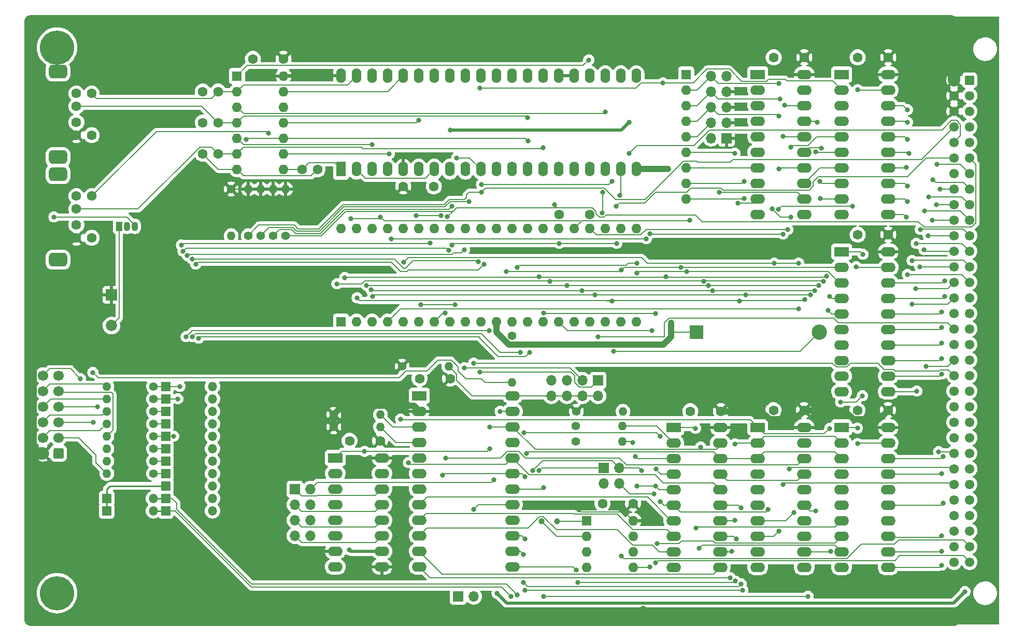
<source format=gbr>
%TF.GenerationSoftware,KiCad,Pcbnew,(6.0.4)*%
%TF.CreationDate,2022-10-24T21:32:19+02:00*%
%TF.ProjectId,Z80-MIO,5a38302d-4d49-44f2-9e6b-696361645f70,rev?*%
%TF.SameCoordinates,Original*%
%TF.FileFunction,Copper,L1,Top*%
%TF.FilePolarity,Positive*%
%FSLAX46Y46*%
G04 Gerber Fmt 4.6, Leading zero omitted, Abs format (unit mm)*
G04 Created by KiCad (PCBNEW (6.0.4)) date 2022-10-24 21:32:19*
%MOMM*%
%LPD*%
G01*
G04 APERTURE LIST*
G04 Aperture macros list*
%AMRoundRect*
0 Rectangle with rounded corners*
0 $1 Rounding radius*
0 $2 $3 $4 $5 $6 $7 $8 $9 X,Y pos of 4 corners*
0 Add a 4 corners polygon primitive as box body*
4,1,4,$2,$3,$4,$5,$6,$7,$8,$9,$2,$3,0*
0 Add four circle primitives for the rounded corners*
1,1,$1+$1,$2,$3*
1,1,$1+$1,$4,$5*
1,1,$1+$1,$6,$7*
1,1,$1+$1,$8,$9*
0 Add four rect primitives between the rounded corners*
20,1,$1+$1,$2,$3,$4,$5,0*
20,1,$1+$1,$4,$5,$6,$7,0*
20,1,$1+$1,$6,$7,$8,$9,0*
20,1,$1+$1,$8,$9,$2,$3,0*%
G04 Aperture macros list end*
%TA.AperFunction,ComponentPad*%
%ADD10R,2.170000X2.170000*%
%TD*%
%TA.AperFunction,ComponentPad*%
%ADD11C,2.500000*%
%TD*%
%TA.AperFunction,ComponentPad*%
%ADD12R,1.500000X1.500000*%
%TD*%
%TA.AperFunction,ComponentPad*%
%ADD13O,1.500000X1.500000*%
%TD*%
%TA.AperFunction,ComponentPad*%
%ADD14C,1.600000*%
%TD*%
%TA.AperFunction,ComponentPad*%
%ADD15C,5.600000*%
%TD*%
%TA.AperFunction,ComponentPad*%
%ADD16C,1.400000*%
%TD*%
%TA.AperFunction,ComponentPad*%
%ADD17O,1.400000X1.400000*%
%TD*%
%TA.AperFunction,ComponentPad*%
%ADD18R,1.600000X1.600000*%
%TD*%
%TA.AperFunction,ComponentPad*%
%ADD19O,1.600000X1.600000*%
%TD*%
%TA.AperFunction,ComponentPad*%
%ADD20R,2.400000X1.600000*%
%TD*%
%TA.AperFunction,ComponentPad*%
%ADD21O,2.400000X1.600000*%
%TD*%
%TA.AperFunction,ComponentPad*%
%ADD22R,1.050000X1.500000*%
%TD*%
%TA.AperFunction,ComponentPad*%
%ADD23O,1.050000X1.500000*%
%TD*%
%TA.AperFunction,ComponentPad*%
%ADD24R,1.700000X1.700000*%
%TD*%
%TA.AperFunction,ComponentPad*%
%ADD25O,1.700000X1.700000*%
%TD*%
%TA.AperFunction,ComponentPad*%
%ADD26RoundRect,0.550000X0.950000X-0.550000X0.950000X0.550000X-0.950000X0.550000X-0.950000X-0.550000X0*%
%TD*%
%TA.AperFunction,ComponentPad*%
%ADD27R,1.850000X1.850000*%
%TD*%
%TA.AperFunction,ComponentPad*%
%ADD28C,1.850000*%
%TD*%
%TA.AperFunction,ComponentPad*%
%ADD29C,1.000000*%
%TD*%
%TA.AperFunction,ComponentPad*%
%ADD30R,1.600000X2.400000*%
%TD*%
%TA.AperFunction,ComponentPad*%
%ADD31O,1.600000X2.400000*%
%TD*%
%TA.AperFunction,ComponentPad*%
%ADD32RoundRect,0.249999X-0.525001X0.525001X-0.525001X-0.525001X0.525001X-0.525001X0.525001X0.525001X0*%
%TD*%
%TA.AperFunction,ComponentPad*%
%ADD33C,1.550000*%
%TD*%
%TA.AperFunction,ComponentPad*%
%ADD34RoundRect,0.250000X0.600000X0.600000X-0.600000X0.600000X-0.600000X-0.600000X0.600000X-0.600000X0*%
%TD*%
%TA.AperFunction,ComponentPad*%
%ADD35C,1.700000*%
%TD*%
%TA.AperFunction,ViaPad*%
%ADD36C,0.800000*%
%TD*%
%TA.AperFunction,Conductor*%
%ADD37C,0.153000*%
%TD*%
%TA.AperFunction,Conductor*%
%ADD38C,1.000000*%
%TD*%
%TA.AperFunction,Conductor*%
%ADD39C,0.500000*%
%TD*%
%TA.AperFunction,Conductor*%
%ADD40C,2.000000*%
%TD*%
%TA.AperFunction,Conductor*%
%ADD41C,1.500000*%
%TD*%
%TA.AperFunction,Conductor*%
%ADD42C,0.250000*%
%TD*%
G04 APERTURE END LIST*
D10*
%TO.P,BT1,neg,neg*%
%TO.N,GND*%
X153276300Y-100330000D03*
D11*
%TO.P,BT1,pos,pos*%
%TO.N,Net-(BT1-Padpos)*%
X173276300Y-100330000D03*
%TD*%
D12*
%TO.P,D8,1,K*%
%TO.N,Net-(D8-Pad1)*%
X66543000Y-109220000D03*
D13*
%TO.P,D8,2,A*%
%TO.N,GND*%
X74163000Y-109220000D03*
%TD*%
D14*
%TO.P,C2,1*%
%TO.N,MSCI*%
X75078011Y-61045989D03*
%TO.P,C2,2*%
%TO.N,GND*%
X72578011Y-61045989D03*
%TD*%
%TO.P,C16,1*%
%TO.N,+5V*%
X170856011Y-55457989D03*
%TO.P,C16,2*%
%TO.N,GND*%
X165856011Y-55457989D03*
%TD*%
D15*
%TO.P,H2,1,1*%
%TO.N,GND*%
X48768000Y-143002000D03*
%TD*%
D16*
%TO.P,R19,1*%
%TO.N,+5V*%
X105156000Y-105918000D03*
D17*
%TO.P,R19,2*%
%TO.N,Net-(J8-Pad2)*%
X112776000Y-105918000D03*
%TD*%
D12*
%TO.P,D4,1,K*%
%TO.N,Net-(D4-Pad1)*%
X66543000Y-117348000D03*
D13*
%TO.P,D4,2,A*%
%TO.N,GND*%
X74163000Y-117348000D03*
%TD*%
D16*
%TO.P,R13,1*%
%TO.N,Net-(D7-Pad1)*%
X64516000Y-111252000D03*
D17*
%TO.P,R13,2*%
%TO.N,Net-(J4-Pad8)*%
X56896000Y-111252000D03*
%TD*%
D18*
%TO.P,U7,1*%
%TO.N,MSCO*%
X78156011Y-58495989D03*
D19*
%TO.P,U7,2*%
%TO.N,MSCI*%
X78156011Y-61035989D03*
%TO.P,U7,3*%
%TO.N,MSDO*%
X78156011Y-63575989D03*
%TO.P,U7,4*%
%TO.N,MSDI*%
X78156011Y-66115989D03*
%TO.P,U7,5*%
%TO.N,KBDO*%
X78156011Y-68655989D03*
%TO.P,U7,6*%
%TO.N,KBDI*%
X78156011Y-71195989D03*
%TO.P,U7,7,GND*%
%TO.N,GND*%
X78156011Y-73735989D03*
%TO.P,U7,8*%
%TO.N,KBCI*%
X85776011Y-73735989D03*
%TO.P,U7,9*%
%TO.N,KBCO*%
X85776011Y-71195989D03*
%TO.P,U7,10*%
%TO.N,Net-(R1-Pad2)*%
X85776011Y-68655989D03*
%TO.P,U7,11*%
%TO.N,Net-(U7-Pad11)*%
X85776011Y-66115989D03*
%TO.P,U7,12*%
%TO.N,Net-(R1-Pad2)*%
X85776011Y-63575989D03*
%TO.P,U7,13*%
%TO.N,Net-(U7-Pad13)*%
X85776011Y-61035989D03*
%TO.P,U7,14,VCC*%
%TO.N,+5V*%
X85776011Y-58495989D03*
%TD*%
D16*
%TO.P,R5,1*%
%TO.N,Net-(D2-Pad1)*%
X64516000Y-121412000D03*
D17*
%TO.P,R5,2*%
%TO.N,Net-(J4-Pad5)*%
X56896000Y-121412000D03*
%TD*%
D12*
%TO.P,D10,1,K*%
%TO.N,/I2C_SDA*%
X66543000Y-127508000D03*
D13*
%TO.P,D10,2,A*%
%TO.N,GND*%
X74163000Y-127508000D03*
%TD*%
D16*
%TO.P,R2,1*%
%TO.N,+5V*%
X133604000Y-113284000D03*
D17*
%TO.P,R2,2*%
%TO.N,Net-(R2-Pad2)*%
X141224000Y-113284000D03*
%TD*%
D16*
%TO.P,R16,1*%
%TO.N,/~{INT2}*%
X84074000Y-84582000D03*
D17*
%TO.P,R16,2*%
%TO.N,+5V*%
X84074000Y-76962000D03*
%TD*%
D20*
%TO.P,U1,1,G*%
%TO.N,GND*%
X163236011Y-58251989D03*
D21*
%TO.P,U1,2,P0*%
%TO.N,/{slash}IOREQ*%
X163236011Y-60791989D03*
%TO.P,U1,3,R0*%
%TO.N,Net-(RN1-Pad9)*%
X163236011Y-63331989D03*
%TO.P,U1,4,P1*%
%TO.N,/{slash}IOREQ*%
X163236011Y-65871989D03*
%TO.P,U1,5,R1*%
%TO.N,Net-(RN1-Pad8)*%
X163236011Y-68411989D03*
%TO.P,U1,6,P2*%
%TO.N,/{slash}IOREQ*%
X163236011Y-70951989D03*
%TO.P,U1,7,R2*%
%TO.N,Net-(RN1-Pad7)*%
X163236011Y-73491989D03*
%TO.P,U1,8,P3*%
%TO.N,/{slash}IOREQ*%
X163236011Y-76031989D03*
%TO.P,U1,9,R3*%
%TO.N,Net-(RN1-Pad6)*%
X163236011Y-78571989D03*
%TO.P,U1,10,GND*%
%TO.N,GND*%
X163236011Y-81111989D03*
%TO.P,U1,11,P4*%
%TO.N,/#A4*%
X170856011Y-81111989D03*
%TO.P,U1,12,R4*%
%TO.N,Net-(J1-Pad4)*%
X170856011Y-78571989D03*
%TO.P,U1,13,P5*%
%TO.N,/#A5*%
X170856011Y-76031989D03*
%TO.P,U1,14,R5*%
%TO.N,Net-(J1-Pad6)*%
X170856011Y-73491989D03*
%TO.P,U1,15,P6*%
%TO.N,/#A6*%
X170856011Y-70951989D03*
%TO.P,U1,16,R6*%
%TO.N,Net-(J1-Pad8)*%
X170856011Y-68411989D03*
%TO.P,U1,17,P7*%
%TO.N,/#A7*%
X170856011Y-65871989D03*
%TO.P,U1,18,R7*%
%TO.N,Net-(J1-Pad10)*%
X170856011Y-63331989D03*
%TO.P,U1,19,P=R*%
%TO.N,Net-(U1-Pad19)*%
X170856011Y-60791989D03*
%TO.P,U1,20,VCC*%
%TO.N,+5V*%
X170856011Y-58251989D03*
%TD*%
D14*
%TO.P,C4,1*%
%TO.N,KBCI*%
X88834011Y-73745989D03*
%TO.P,C4,2*%
%TO.N,GND*%
X91334011Y-73745989D03*
%TD*%
%TO.P,C14,1*%
%TO.N,+5V*%
X184572011Y-55457989D03*
%TO.P,C14,2*%
%TO.N,GND*%
X179572011Y-55457989D03*
%TD*%
D16*
%TO.P,R9,1*%
%TO.N,+5V*%
X133518011Y-118195989D03*
D17*
%TO.P,R9,2*%
%TO.N,/I2C_SCL*%
X141138011Y-118195989D03*
%TD*%
D14*
%TO.P,C7,1*%
%TO.N,+5V*%
X170816011Y-113115989D03*
%TO.P,C7,2*%
%TO.N,GND*%
X165816011Y-113115989D03*
%TD*%
D22*
%TO.P,Q1,1,C*%
%TO.N,Net-(LS1-Pad2)*%
X58928000Y-83058000D03*
D23*
%TO.P,Q1,2,B*%
%TO.N,Net-(Q1-Pad2)*%
X60198000Y-83058000D03*
%TO.P,Q1,3,E*%
%TO.N,GND*%
X61468000Y-83058000D03*
%TD*%
D18*
%TO.P,U6,1,D2*%
%TO.N,/#D2*%
X95164011Y-98637989D03*
D19*
%TO.P,U6,2,D7*%
%TO.N,/#D7*%
X97704011Y-98637989D03*
%TO.P,U6,3,D6*%
%TO.N,/#D6*%
X100244011Y-98637989D03*
%TO.P,U6,4,~{CE}*%
%TO.N,Net-(U2-Pad16)*%
X102784011Y-98637989D03*
%TO.P,U6,5,C/~{D}*%
%TO.N,/#A1*%
X105324011Y-98637989D03*
%TO.P,U6,6,B/~{A}*%
%TO.N,/#A0*%
X107864011Y-98637989D03*
%TO.P,U6,7,PA7*%
%TO.N,/~{INT3}*%
X110404011Y-98637989D03*
%TO.P,U6,8,PA6*%
%TO.N,/~{INT2}*%
X112944011Y-98637989D03*
%TO.P,U6,9,PA5*%
%TO.N,/~{INT1}*%
X115484011Y-98637989D03*
%TO.P,U6,10,PA4*%
%TO.N,/~{INT0}*%
X118024011Y-98637989D03*
%TO.P,U6,11,GND*%
%TO.N,GND*%
X120564011Y-98637989D03*
%TO.P,U6,12,PA3*%
%TO.N,Net-(R3-Pad1)*%
X123104011Y-98637989D03*
%TO.P,U6,13,PA2*%
%TO.N,Net-(R1-Pad2)*%
X125644011Y-98637989D03*
%TO.P,U6,14,PA1*%
%TO.N,Net-(U6-Pad14)*%
X128184011Y-98637989D03*
%TO.P,U6,15,PA0*%
%TO.N,Net-(R2-Pad2)*%
X130724011Y-98637989D03*
%TO.P,U6,16,~{ASTB}*%
%TO.N,unconnected-(U6-Pad16)*%
X133264011Y-98637989D03*
%TO.P,U6,17,~{BSTB}*%
%TO.N,unconnected-(U6-Pad17)*%
X135804011Y-98637989D03*
%TO.P,U6,18,ARDY*%
%TO.N,unconnected-(U6-Pad18)*%
X138344011Y-98637989D03*
%TO.P,U6,19,D0*%
%TO.N,/#D0*%
X140884011Y-98637989D03*
%TO.P,U6,20,D1*%
%TO.N,/#D1*%
X143424011Y-98637989D03*
%TO.P,U6,21,BRDY*%
%TO.N,unconnected-(U6-Pad21)*%
X143424011Y-83397989D03*
%TO.P,U6,22,IEO*%
%TO.N,Net-(J2-Padb27)*%
X140884011Y-83397989D03*
%TO.P,U6,23,~{INT}*%
%TO.N,/~{INT}*%
X138344011Y-83397989D03*
%TO.P,U6,24,IEI*%
%TO.N,Net-(J2-Padb26)*%
X135804011Y-83397989D03*
%TO.P,U6,25,CLK*%
%TO.N,/#CLK_CPU*%
X133264011Y-83397989D03*
%TO.P,U6,26,VCC*%
%TO.N,+5V*%
X130724011Y-83397989D03*
%TO.P,U6,27,PB0*%
%TO.N,Net-(D1-Pad1)*%
X128184011Y-83397989D03*
%TO.P,U6,28,PB1*%
%TO.N,Net-(D2-Pad1)*%
X125644011Y-83397989D03*
%TO.P,U6,29,PB2*%
%TO.N,Net-(D3-Pad1)*%
X123104011Y-83397989D03*
%TO.P,U6,30,PB3*%
%TO.N,Net-(D4-Pad1)*%
X120564011Y-83397989D03*
%TO.P,U6,31,PB4*%
%TO.N,Net-(D8-Pad1)*%
X118024011Y-83397989D03*
%TO.P,U6,32,PB5*%
%TO.N,Net-(D7-Pad1)*%
X115484011Y-83397989D03*
%TO.P,U6,33,PB6*%
%TO.N,Net-(D6-Pad1)*%
X112944011Y-83397989D03*
%TO.P,U6,34,PB7*%
%TO.N,Net-(D5-Pad1)*%
X110404011Y-83397989D03*
%TO.P,U6,35,~{RD}*%
%TO.N,/~{#RD}*%
X107864011Y-83397989D03*
%TO.P,U6,36,~{IORQ}*%
%TO.N,/~{#IOREQ}*%
X105324011Y-83397989D03*
%TO.P,U6,37,~{M1}*%
%TO.N,/~{#M1}*%
X102784011Y-83397989D03*
%TO.P,U6,38,D5*%
%TO.N,/#D5*%
X100244011Y-83397989D03*
%TO.P,U6,39,D4*%
%TO.N,/#D4*%
X97704011Y-83397989D03*
%TO.P,U6,40,D3*%
%TO.N,/#D3*%
X95164011Y-83397989D03*
%TD*%
D16*
%TO.P,R10,1*%
%TO.N,Net-(D8-Pad1)*%
X64516000Y-109220000D03*
D17*
%TO.P,R10,2*%
%TO.N,Net-(J4-Pad10)*%
X56896000Y-109220000D03*
%TD*%
D16*
%TO.P,R18,1*%
%TO.N,+5V*%
X93980000Y-113792000D03*
D17*
%TO.P,R18,2*%
%TO.N,Net-(R18-Pad2)*%
X101600000Y-113792000D03*
%TD*%
D16*
%TO.P,R4,1*%
%TO.N,Net-(D1-Pad1)*%
X64516000Y-123444000D03*
D17*
%TO.P,R4,2*%
%TO.N,Net-(J4-Pad3)*%
X56896000Y-123444000D03*
%TD*%
D24*
%TO.P,J1,1,Pin_1*%
%TO.N,+5V*%
X158156011Y-68660989D03*
D25*
%TO.P,J1,2,Pin_2*%
%TO.N,unconnected-(J1-Pad2)*%
X155616011Y-68660989D03*
%TO.P,J1,3,Pin_3*%
%TO.N,+5V*%
X158156011Y-66120989D03*
%TO.P,J1,4,Pin_4*%
%TO.N,Net-(J1-Pad4)*%
X155616011Y-66120989D03*
%TO.P,J1,5,Pin_5*%
%TO.N,+5V*%
X158156011Y-63580989D03*
%TO.P,J1,6,Pin_6*%
%TO.N,Net-(J1-Pad6)*%
X155616011Y-63580989D03*
%TO.P,J1,7,Pin_7*%
%TO.N,+5V*%
X158156011Y-61040989D03*
%TO.P,J1,8,Pin_8*%
%TO.N,Net-(J1-Pad8)*%
X155616011Y-61040989D03*
%TO.P,J1,9,Pin_9*%
%TO.N,+5V*%
X158156011Y-58500989D03*
%TO.P,J1,10,Pin_10*%
%TO.N,Net-(J1-Pad10)*%
X155616011Y-58500989D03*
%TD*%
D24*
%TO.P,J3,1,Pin_1*%
%TO.N,/I2C_SCL*%
X138085011Y-122508989D03*
D25*
%TO.P,J3,2,Pin_2*%
%TO.N,/I2C_SDA*%
X140625011Y-122508989D03*
%TO.P,J3,3,Pin_3*%
%TO.N,/A22*%
X138085011Y-125048989D03*
%TO.P,J3,4,Pin_4*%
%TO.N,/A23*%
X140625011Y-125048989D03*
%TD*%
D16*
%TO.P,R1,1*%
%TO.N,+5V*%
X77216000Y-76962000D03*
D17*
%TO.P,R1,2*%
%TO.N,Net-(R1-Pad2)*%
X77216000Y-84582000D03*
%TD*%
D12*
%TO.P,D3,1,K*%
%TO.N,Net-(D3-Pad1)*%
X66543000Y-119380000D03*
D13*
%TO.P,D3,2,A*%
%TO.N,GND*%
X74163000Y-119380000D03*
%TD*%
D20*
%TO.P,U11,1,~{MR}*%
%TO.N,/~{#RESET}*%
X94234000Y-120904000D03*
D21*
%TO.P,U11,2,CP*%
%TO.N,/#CLK_CPU*%
X94234000Y-123444000D03*
%TO.P,U11,3,D0*%
%TO.N,GND*%
X94234000Y-125984000D03*
%TO.P,U11,4,D1*%
X94234000Y-128524000D03*
%TO.P,U11,5,D2*%
X94234000Y-131064000D03*
%TO.P,U11,6,D3*%
X94234000Y-133604000D03*
%TO.P,U11,7,CEP*%
%TO.N,+5V*%
X94234000Y-136144000D03*
%TO.P,U11,8,GND*%
%TO.N,GND*%
X94234000Y-138684000D03*
%TO.P,U11,9,~{PE}*%
%TO.N,+5V*%
X101854000Y-138684000D03*
%TO.P,U11,10,CET*%
%TO.N,GND*%
X101854000Y-136144000D03*
%TO.P,U11,11,Q3*%
%TO.N,Net-(J9-Pad7)*%
X101854000Y-133604000D03*
%TO.P,U11,12,Q2*%
%TO.N,Net-(J9-Pad5)*%
X101854000Y-131064000D03*
%TO.P,U11,13,Q1*%
%TO.N,Net-(J9-Pad3)*%
X101854000Y-128524000D03*
%TO.P,U11,14,Q0*%
%TO.N,Net-(J9-Pad1)*%
X101854000Y-125984000D03*
%TO.P,U11,15,TC*%
%TO.N,unconnected-(U11-Pad15)*%
X101854000Y-123444000D03*
%TO.P,U11,16,VCC*%
%TO.N,+5V*%
X101854000Y-120904000D03*
%TD*%
D16*
%TO.P,R3,1*%
%TO.N,Net-(R3-Pad1)*%
X123104011Y-100923989D03*
D17*
%TO.P,R3,2*%
%TO.N,Net-(Q1-Pad2)*%
X123104011Y-108543989D03*
%TD*%
D14*
%TO.P,C3,1*%
%TO.N,KBDI*%
X75078011Y-71205989D03*
%TO.P,C3,2*%
%TO.N,GND*%
X72578011Y-71205989D03*
%TD*%
D12*
%TO.P,D2,1,K*%
%TO.N,Net-(D2-Pad1)*%
X66543000Y-121412000D03*
D13*
%TO.P,D2,2,A*%
%TO.N,GND*%
X74163000Y-121412000D03*
%TD*%
D16*
%TO.P,R6,1*%
%TO.N,Net-(D3-Pad1)*%
X64516000Y-119380000D03*
D17*
%TO.P,R6,2*%
%TO.N,Net-(J4-Pad7)*%
X56896000Y-119380000D03*
%TD*%
D20*
%TO.P,U3,1,A->B*%
%TO.N,BUSDIR*%
X176952011Y-87207989D03*
D21*
%TO.P,U3,2,A0*%
%TO.N,/#D0*%
X176952011Y-89747989D03*
%TO.P,U3,3,A1*%
%TO.N,/#D1*%
X176952011Y-92287989D03*
%TO.P,U3,4,A2*%
%TO.N,/#D2*%
X176952011Y-94827989D03*
%TO.P,U3,5,A3*%
%TO.N,/#D3*%
X176952011Y-97367989D03*
%TO.P,U3,6,A4*%
%TO.N,/#D4*%
X176952011Y-99907989D03*
%TO.P,U3,7,A5*%
%TO.N,/#D5*%
X176952011Y-102447989D03*
%TO.P,U3,8,A6*%
%TO.N,/#D6*%
X176952011Y-104987989D03*
%TO.P,U3,9,A7*%
%TO.N,/#D7*%
X176952011Y-107527989D03*
%TO.P,U3,10,GND*%
%TO.N,GND*%
X176952011Y-110067989D03*
%TO.P,U3,11,B7*%
%TO.N,/D7*%
X184572011Y-110067989D03*
%TO.P,U3,12,B6*%
%TO.N,/D6*%
X184572011Y-107527989D03*
%TO.P,U3,13,B5*%
%TO.N,/D5*%
X184572011Y-104987989D03*
%TO.P,U3,14,B4*%
%TO.N,/D4*%
X184572011Y-102447989D03*
%TO.P,U3,15,B3*%
%TO.N,/D3*%
X184572011Y-99907989D03*
%TO.P,U3,16,B2*%
%TO.N,/D2*%
X184572011Y-97367989D03*
%TO.P,U3,17,B1*%
%TO.N,/D1*%
X184572011Y-94827989D03*
%TO.P,U3,18,B0*%
%TO.N,/D0*%
X184572011Y-92287989D03*
%TO.P,U3,19,CE*%
%TO.N,GND*%
X184572011Y-89747989D03*
%TO.P,U3,20,VCC*%
%TO.N,+5V*%
X184572011Y-87207989D03*
%TD*%
D12*
%TO.P,D5,1,K*%
%TO.N,Net-(D5-Pad1)*%
X66543000Y-115316000D03*
D13*
%TO.P,D5,2,A*%
%TO.N,GND*%
X74163000Y-115316000D03*
%TD*%
D18*
%TO.P,RN1,1,common*%
%TO.N,GND*%
X151552011Y-58236989D03*
D19*
%TO.P,RN1,2,R1*%
%TO.N,Net-(J1-Pad10)*%
X151552011Y-60776989D03*
%TO.P,RN1,3,R2*%
%TO.N,Net-(J1-Pad8)*%
X151552011Y-63316989D03*
%TO.P,RN1,4,R3*%
%TO.N,Net-(J1-Pad6)*%
X151552011Y-65856989D03*
%TO.P,RN1,5,R4*%
%TO.N,Net-(J1-Pad4)*%
X151552011Y-68396989D03*
%TO.P,RN1,6,R5*%
%TO.N,Net-(RN1-Pad6)*%
X151552011Y-70936989D03*
%TO.P,RN1,7,R6*%
%TO.N,Net-(RN1-Pad7)*%
X151552011Y-73476989D03*
%TO.P,RN1,8,R7*%
%TO.N,Net-(RN1-Pad8)*%
X151552011Y-76016989D03*
%TO.P,RN1,9,R8*%
%TO.N,Net-(RN1-Pad9)*%
X151552011Y-78556989D03*
%TD*%
D18*
%TO.P,U10,1,X1*%
%TO.N,Net-(U10-Pad1)*%
X135296011Y-131159989D03*
D19*
%TO.P,U10,2,X2*%
%TO.N,Net-(U10-Pad2)*%
X135296011Y-133699989D03*
%TO.P,U10,3,VBAT*%
%TO.N,Net-(BT1-Padpos)*%
X135296011Y-136239989D03*
%TO.P,U10,4,GND*%
%TO.N,GND*%
X135296011Y-138779989D03*
%TO.P,U10,5,SDA*%
%TO.N,/I2C_SDA*%
X142916011Y-138779989D03*
%TO.P,U10,6,SCL*%
%TO.N,/I2C_SCL*%
X142916011Y-136239989D03*
%TO.P,U10,7,SQW/OUT*%
%TO.N,unconnected-(U10-Pad7)*%
X142916011Y-133699989D03*
%TO.P,U10,8,VCC*%
%TO.N,+5V*%
X142916011Y-131159989D03*
%TD*%
D14*
%TO.P,J6,1*%
%TO.N,KBDI*%
X51929000Y-80229000D03*
%TO.P,J6,2*%
%TO.N,unconnected-(J6-Pad2)*%
X51929000Y-82829000D03*
%TO.P,J6,3*%
%TO.N,GND*%
X51929000Y-78129000D03*
D26*
X48929000Y-88529000D03*
X48929000Y-74529000D03*
D14*
%TO.P,J6,4*%
%TO.N,+5V*%
X51929000Y-84929000D03*
%TO.P,J6,5*%
%TO.N,KBCI*%
X54429000Y-78129000D03*
%TO.P,J6,6*%
%TO.N,unconnected-(J6-Pad6)*%
X54429000Y-84929000D03*
%TD*%
D12*
%TO.P,D1,1,K*%
%TO.N,Net-(D1-Pad1)*%
X66543000Y-123444000D03*
D13*
%TO.P,D1,2,A*%
%TO.N,GND*%
X74163000Y-123444000D03*
%TD*%
D16*
%TO.P,R17,1*%
%TO.N,/~{INT3}*%
X86106000Y-84582000D03*
D17*
%TO.P,R17,2*%
%TO.N,+5V*%
X86106000Y-76962000D03*
%TD*%
D20*
%TO.P,U4,1,A->B*%
%TO.N,GND*%
X176952011Y-58251989D03*
D21*
%TO.P,U4,2,A0*%
%TO.N,/#A0*%
X176952011Y-60791989D03*
%TO.P,U4,3,A1*%
%TO.N,/#A1*%
X176952011Y-63331989D03*
%TO.P,U4,4,A2*%
%TO.N,/#A2*%
X176952011Y-65871989D03*
%TO.P,U4,5,A3*%
%TO.N,/#A3*%
X176952011Y-68411989D03*
%TO.P,U4,6,A4*%
%TO.N,/#A4*%
X176952011Y-70951989D03*
%TO.P,U4,7,A5*%
%TO.N,/#A5*%
X176952011Y-73491989D03*
%TO.P,U4,8,A6*%
%TO.N,/#A6*%
X176952011Y-76031989D03*
%TO.P,U4,9,A7*%
%TO.N,/#A7*%
X176952011Y-78571989D03*
%TO.P,U4,10,GND*%
%TO.N,GND*%
X176952011Y-81111989D03*
%TO.P,U4,11,B7*%
%TO.N,/A7*%
X184572011Y-81111989D03*
%TO.P,U4,12,B6*%
%TO.N,/A6*%
X184572011Y-78571989D03*
%TO.P,U4,13,B5*%
%TO.N,/A5*%
X184572011Y-76031989D03*
%TO.P,U4,14,B4*%
%TO.N,/A4*%
X184572011Y-73491989D03*
%TO.P,U4,15,B3*%
%TO.N,/A3*%
X184572011Y-70951989D03*
%TO.P,U4,16,B2*%
%TO.N,/A2*%
X184572011Y-68411989D03*
%TO.P,U4,17,B1*%
%TO.N,/A1*%
X184572011Y-65871989D03*
%TO.P,U4,18,B0*%
%TO.N,/A0*%
X184572011Y-63331989D03*
%TO.P,U4,19,CE*%
%TO.N,GND*%
X184572011Y-60791989D03*
%TO.P,U4,20,VCC*%
%TO.N,+5V*%
X184572011Y-58251989D03*
%TD*%
D24*
%TO.P,J9,1,Pin_1*%
%TO.N,Net-(J9-Pad1)*%
X87625000Y-125994000D03*
D25*
%TO.P,J9,2,Pin_2*%
%TO.N,Net-(J9-Pad2)*%
X90165000Y-125994000D03*
%TO.P,J9,3,Pin_3*%
%TO.N,Net-(J9-Pad3)*%
X87625000Y-128534000D03*
%TO.P,J9,4,Pin_4*%
%TO.N,Net-(J9-Pad2)*%
X90165000Y-128534000D03*
%TO.P,J9,5,Pin_5*%
%TO.N,Net-(J9-Pad5)*%
X87625000Y-131074000D03*
%TO.P,J9,6,Pin_6*%
%TO.N,Net-(J9-Pad2)*%
X90165000Y-131074000D03*
%TO.P,J9,7,Pin_7*%
%TO.N,Net-(J9-Pad7)*%
X87625000Y-133614000D03*
%TO.P,J9,8,Pin_8*%
%TO.N,Net-(J9-Pad2)*%
X90165000Y-133614000D03*
%TD*%
D12*
%TO.P,D9,1,K*%
%TO.N,Net-(D11-Pad1)*%
X56891000Y-127508000D03*
D13*
%TO.P,D9,2,A*%
%TO.N,/I2C_SDA*%
X64511000Y-127508000D03*
%TD*%
D27*
%TO.P,LS1,1,1*%
%TO.N,+5V*%
X57658000Y-94274000D03*
D28*
%TO.P,LS1,2,2*%
%TO.N,Net-(LS1-Pad2)*%
X57658000Y-99274000D03*
%TD*%
D29*
%TO.P,Y1,1,1*%
%TO.N,Net-(U10-Pad2)*%
X127900011Y-131257989D03*
%TO.P,Y1,2,2*%
%TO.N,Net-(U10-Pad1)*%
X130440011Y-131257989D03*
%TD*%
D30*
%TO.P,U9,1,T0*%
%TO.N,KBCI*%
X95164011Y-73720989D03*
D31*
%TO.P,U9,2,X1*%
%TO.N,GND*%
X97704011Y-73720989D03*
%TO.P,U9,3,X2*%
%TO.N,/#CLK_CPU*%
X100244011Y-73720989D03*
%TO.P,U9,4,~{RESET}*%
%TO.N,/~{#RESET}*%
X102784011Y-73720989D03*
%TO.P,U9,5,~{SS}*%
%TO.N,+5V*%
X105324011Y-73720989D03*
%TO.P,U9,6,~{INT}*%
%TO.N,/CS_PS2*%
X107864011Y-73720989D03*
%TO.P,U9,7,EA*%
%TO.N,GND*%
X110404011Y-73720989D03*
%TO.P,U9,8,~{RD}*%
%TO.N,/~{#RD}*%
X112944011Y-73720989D03*
%TO.P,U9,9,~{PSEN}*%
%TO.N,/#A0*%
X115484011Y-73720989D03*
%TO.P,U9,10,~{WR}*%
%TO.N,/~{#WR}*%
X118024011Y-73720989D03*
%TO.P,U9,11,ALE*%
%TO.N,unconnected-(U9-Pad11)*%
X120564011Y-73720989D03*
%TO.P,U9,12,DB.0*%
%TO.N,/#D0*%
X123104011Y-73720989D03*
%TO.P,U9,13,DB.1*%
%TO.N,/#D1*%
X125644011Y-73720989D03*
%TO.P,U9,14,DB.2*%
%TO.N,/#D2*%
X128184011Y-73720989D03*
%TO.P,U9,15,DB.3*%
%TO.N,/#D3*%
X130724011Y-73720989D03*
%TO.P,U9,16,DB.4*%
%TO.N,/#D4*%
X133264011Y-73720989D03*
%TO.P,U9,17,DB.5*%
%TO.N,/#D5*%
X135804011Y-73720989D03*
%TO.P,U9,18,DB.6*%
%TO.N,/#D6*%
X138344011Y-73720989D03*
%TO.P,U9,19,DB.7*%
%TO.N,/#D7*%
X140884011Y-73720989D03*
%TO.P,U9,20,GND*%
%TO.N,GND*%
X143424011Y-73720989D03*
%TO.P,U9,21,P2.0*%
%TO.N,unconnected-(U9-Pad21)*%
X143424011Y-58480989D03*
%TO.P,U9,22,P2.1*%
%TO.N,unconnected-(U9-Pad22)*%
X140884011Y-58480989D03*
%TO.P,U9,23,P2.2*%
%TO.N,MSDO*%
X138344011Y-58480989D03*
%TO.P,U9,24,P2.3*%
%TO.N,MSCO*%
X135804011Y-58480989D03*
%TO.P,U9,25,PROG*%
%TO.N,+5V*%
X133264011Y-58480989D03*
%TO.P,U9,26,VDD*%
X130724011Y-58480989D03*
%TO.P,U9,27,P1.0*%
%TO.N,KBDI*%
X128184011Y-58480989D03*
%TO.P,U9,28,P1.1*%
%TO.N,MSDI*%
X125644011Y-58480989D03*
%TO.P,U9,29,P1.2*%
%TO.N,unconnected-(U9-Pad29)*%
X123104011Y-58480989D03*
%TO.P,U9,30,P1.3*%
%TO.N,unconnected-(U9-Pad30)*%
X120564011Y-58480989D03*
%TO.P,U9,31,P1.4*%
%TO.N,unconnected-(U9-Pad31)*%
X118024011Y-58480989D03*
%TO.P,U9,32,P1.5*%
%TO.N,unconnected-(U9-Pad32)*%
X115484011Y-58480989D03*
%TO.P,U9,33,P1.6*%
%TO.N,unconnected-(U9-Pad33)*%
X112944011Y-58480989D03*
%TO.P,U9,34,P1.7*%
%TO.N,unconnected-(U9-Pad34)*%
X110404011Y-58480989D03*
%TO.P,U9,35,P2.4*%
%TO.N,Net-(U7-Pad11)*%
X107864011Y-58480989D03*
%TO.P,U9,36,P2.5*%
%TO.N,Net-(U7-Pad13)*%
X105324011Y-58480989D03*
%TO.P,U9,37,P2.6*%
%TO.N,KBCO*%
X102784011Y-58480989D03*
%TO.P,U9,38,P2.7*%
%TO.N,KBDO*%
X100244011Y-58480989D03*
%TO.P,U9,39,T1*%
%TO.N,MSCI*%
X97704011Y-58480989D03*
%TO.P,U9,40,VCC*%
%TO.N,+5V*%
X95164011Y-58480989D03*
%TD*%
D15*
%TO.P,H1,1,1*%
%TO.N,GND*%
X48768000Y-53848000D03*
%TD*%
D14*
%TO.P,C5,1*%
%TO.N,+5V*%
X112990000Y-107950000D03*
%TO.P,C5,2*%
%TO.N,GND*%
X107990000Y-107950000D03*
%TD*%
D20*
%TO.P,U5,1,A->B*%
%TO.N,GND*%
X176952011Y-115904989D03*
D21*
%TO.P,U5,2,A0*%
%TO.N,/~{#RD}*%
X176952011Y-118444989D03*
%TO.P,U5,3,A1*%
%TO.N,/~{#WR}*%
X176952011Y-120984989D03*
%TO.P,U5,4,A2*%
%TO.N,unconnected-(U5-Pad4)*%
X176952011Y-123524989D03*
%TO.P,U5,5,A3*%
%TO.N,/~{#IOREQ}*%
X176952011Y-126064989D03*
%TO.P,U5,6,A4*%
%TO.N,unconnected-(U5-Pad6)*%
X176952011Y-128604989D03*
%TO.P,U5,7,A5*%
%TO.N,/#CLK_CPU*%
X176952011Y-131144989D03*
%TO.P,U5,8,A6*%
%TO.N,/~{#M1}*%
X176952011Y-133684989D03*
%TO.P,U5,9,A7*%
%TO.N,/~{#RESET}*%
X176952011Y-136224989D03*
%TO.P,U5,10,GND*%
%TO.N,GND*%
X176952011Y-138764989D03*
%TO.P,U5,11,B7*%
%TO.N,/~{RESET}*%
X184572011Y-138764989D03*
%TO.P,U5,12,B6*%
%TO.N,/~{M1}*%
X184572011Y-136224989D03*
%TO.P,U5,13,B5*%
%TO.N,/CLK_CPU*%
X184572011Y-133684989D03*
%TO.P,U5,14,B4*%
%TO.N,GND*%
X184572011Y-131144989D03*
%TO.P,U5,15,B3*%
%TO.N,/~{IOREQ}*%
X184572011Y-128604989D03*
%TO.P,U5,16,B2*%
%TO.N,GND*%
X184572011Y-126064989D03*
%TO.P,U5,17,B1*%
%TO.N,/~{WR}*%
X184572011Y-123524989D03*
%TO.P,U5,18,B0*%
%TO.N,/~{RD}*%
X184572011Y-120984989D03*
%TO.P,U5,19,CE*%
%TO.N,GND*%
X184572011Y-118444989D03*
%TO.P,U5,20,VCC*%
%TO.N,+5V*%
X184572011Y-115904989D03*
%TD*%
D12*
%TO.P,D7,1,K*%
%TO.N,Net-(D7-Pad1)*%
X66543000Y-111252000D03*
D13*
%TO.P,D7,2,A*%
%TO.N,GND*%
X74163000Y-111252000D03*
%TD*%
D32*
%TO.P,J2,a1,Pin_a1*%
%TO.N,GND*%
X197866000Y-59182000D03*
D33*
%TO.P,J2,a2,Pin_a2*%
X197866000Y-61722000D03*
%TO.P,J2,a3,Pin_a3*%
X197866000Y-64262000D03*
%TO.P,J2,a4,Pin_a4*%
X197866000Y-66802000D03*
%TO.P,J2,a5,Pin_a5*%
%TO.N,/MEMAQ*%
X197866000Y-69342000D03*
%TO.P,J2,a6,Pin_a6*%
%TO.N,/~{INT3}*%
X197866000Y-71882000D03*
%TO.P,J2,a7,Pin_a7*%
%TO.N,/A0*%
X197866000Y-74422000D03*
%TO.P,J2,a8,Pin_a8*%
%TO.N,/A1*%
X197866000Y-76962000D03*
%TO.P,J2,a9,Pin_a9*%
%TO.N,/A2*%
X197866000Y-79502000D03*
%TO.P,J2,a10,Pin_a10*%
%TO.N,/A3*%
X197866000Y-82042000D03*
%TO.P,J2,a11,Pin_a11*%
%TO.N,/A4*%
X197866000Y-84582000D03*
%TO.P,J2,a12,Pin_a12*%
%TO.N,/A5*%
X197866000Y-87122000D03*
%TO.P,J2,a13,Pin_a13*%
%TO.N,/A6*%
X197866000Y-89662000D03*
%TO.P,J2,a14,Pin_a14*%
%TO.N,/A7*%
X197866000Y-92202000D03*
%TO.P,J2,a15,Pin_a15*%
%TO.N,/A8*%
X197866000Y-94742000D03*
%TO.P,J2,a16,Pin_a16*%
%TO.N,/A9*%
X197866000Y-97282000D03*
%TO.P,J2,a17,Pin_a17*%
%TO.N,/A10*%
X197866000Y-99822000D03*
%TO.P,J2,a18,Pin_a18*%
%TO.N,/A11*%
X197866000Y-102362000D03*
%TO.P,J2,a19,Pin_a19*%
%TO.N,/A12*%
X197866000Y-104902000D03*
%TO.P,J2,a20,Pin_a20*%
%TO.N,/A13*%
X197866000Y-107442000D03*
%TO.P,J2,a21,Pin_a21*%
%TO.N,/A14*%
X197866000Y-109982000D03*
%TO.P,J2,a22,Pin_a22*%
%TO.N,/A15*%
X197866000Y-112522000D03*
%TO.P,J2,a23,Pin_a23*%
%TO.N,/~{BUSREQ}*%
X197866000Y-115062000D03*
%TO.P,J2,a24,Pin_a24*%
%TO.N,/~{BUSACK}*%
X197866000Y-117602000D03*
%TO.P,J2,a25,Pin_a25*%
%TO.N,/A16*%
X197866000Y-120142000D03*
%TO.P,J2,a26,Pin_a26*%
%TO.N,/A17*%
X197866000Y-122682000D03*
%TO.P,J2,a27,Pin_a27*%
%TO.N,/A18*%
X197866000Y-125222000D03*
%TO.P,J2,a28,Pin_a28*%
%TO.N,/A19*%
X197866000Y-127762000D03*
%TO.P,J2,a29,Pin_a29*%
%TO.N,/A20*%
X197866000Y-130302000D03*
%TO.P,J2,a30,Pin_a30*%
%TO.N,/A21*%
X197866000Y-132842000D03*
%TO.P,J2,a31,Pin_a31*%
%TO.N,/A22*%
X197866000Y-135382000D03*
%TO.P,J2,a32,Pin_a32*%
%TO.N,/A23*%
X197866000Y-137922000D03*
%TO.P,J2,b1,Pin_b1*%
%TO.N,+5V*%
X195326000Y-59182000D03*
%TO.P,J2,b2,Pin_b2*%
X195326000Y-61722000D03*
%TO.P,J2,b3,Pin_b3*%
X195326000Y-64262000D03*
%TO.P,J2,b4,Pin_b4*%
%TO.N,/~{INT0}*%
X195326000Y-66802000D03*
%TO.P,J2,b5,Pin_b5*%
%TO.N,/~{INT1}*%
X195326000Y-69342000D03*
%TO.P,J2,b6,Pin_b6*%
%TO.N,/~{INT2}*%
X195326000Y-71882000D03*
%TO.P,J2,b7,Pin_b7*%
%TO.N,/D0*%
X195326000Y-74422000D03*
%TO.P,J2,b8,Pin_b8*%
%TO.N,/D1*%
X195326000Y-76962000D03*
%TO.P,J2,b9,Pin_b9*%
%TO.N,/D2*%
X195326000Y-79502000D03*
%TO.P,J2,b10,Pin_b10*%
%TO.N,/D3*%
X195326000Y-82042000D03*
%TO.P,J2,b11,Pin_b11*%
%TO.N,/D4*%
X195326000Y-84582000D03*
%TO.P,J2,b12,Pin_b12*%
%TO.N,/D5*%
X195326000Y-87122000D03*
%TO.P,J2,b13,Pin_b13*%
%TO.N,/D6*%
X195326000Y-89662000D03*
%TO.P,J2,b14,Pin_b14*%
%TO.N,/D7*%
X195326000Y-92202000D03*
%TO.P,J2,b15,Pin_b15*%
%TO.N,/~{RESET}*%
X195326000Y-94742000D03*
%TO.P,J2,b16,Pin_b16*%
%TO.N,/CLK_CPU*%
X195326000Y-97282000D03*
%TO.P,J2,b17,Pin_b17*%
%TO.N,/~{INT}*%
X195326000Y-99822000D03*
%TO.P,J2,b18,Pin_b18*%
%TO.N,/~{NMI}*%
X195326000Y-102362000D03*
%TO.P,J2,b19,Pin_b19*%
%TO.N,/~{M1}*%
X195326000Y-104902000D03*
%TO.P,J2,b20,Pin_b20*%
%TO.N,/~{WAIT}*%
X195326000Y-107442000D03*
%TO.P,J2,b21,Pin_b21*%
%TO.N,/~{HALT}*%
X195326000Y-109982000D03*
%TO.P,J2,b22,Pin_b22*%
%TO.N,/~{RD}*%
X195326000Y-112522000D03*
%TO.P,J2,b23,Pin_b23*%
%TO.N,/~{WR}*%
X195326000Y-115062000D03*
%TO.P,J2,b24,Pin_b24*%
%TO.N,/~{MREQ}*%
X195326000Y-117602000D03*
%TO.P,J2,b25,Pin_b25*%
%TO.N,/~{IOREQ}*%
X195326000Y-120142000D03*
%TO.P,J2,b26,Pin_b26*%
%TO.N,Net-(J2-Padb26)*%
X195326000Y-122682000D03*
%TO.P,J2,b27,Pin_b27*%
%TO.N,Net-(J2-Padb27)*%
X195326000Y-125222000D03*
%TO.P,J2,b28,Pin_b28*%
%TO.N,+12V*%
X195326000Y-127762000D03*
%TO.P,J2,b29,Pin_b29*%
%TO.N,-12V*%
X195326000Y-130302000D03*
%TO.P,J2,b30,Pin_b30*%
%TO.N,-5V*%
X195326000Y-132842000D03*
%TO.P,J2,b31,Pin_b31*%
%TO.N,+3V3*%
X195326000Y-135382000D03*
%TO.P,J2,b32,Pin_b32*%
%TO.N,GND*%
X195326000Y-137922000D03*
%TD*%
D12*
%TO.P,D6,1,K*%
%TO.N,Net-(D6-Pad1)*%
X66543000Y-113284000D03*
D13*
%TO.P,D6,2,A*%
%TO.N,GND*%
X74163000Y-113284000D03*
%TD*%
D12*
%TO.P,D13,1,K*%
%TO.N,Net-(D11-Pad1)*%
X66543000Y-125476000D03*
D13*
%TO.P,D13,2,A*%
%TO.N,GND*%
X74163000Y-125476000D03*
%TD*%
D14*
%TO.P,C15,1*%
%TO.N,+5V*%
X105324011Y-76539989D03*
%TO.P,C15,2*%
%TO.N,GND*%
X110324011Y-76539989D03*
%TD*%
D16*
%TO.P,R20,1*%
%TO.N,+5V*%
X93980000Y-115824000D03*
D17*
%TO.P,R20,2*%
%TO.N,Net-(R20-Pad2)*%
X101600000Y-115824000D03*
%TD*%
D24*
%TO.P,J8,1,Pin_1*%
%TO.N,/~{INT0}*%
X137150000Y-108199000D03*
D25*
%TO.P,J8,2,Pin_2*%
%TO.N,Net-(J8-Pad2)*%
X137150000Y-110739000D03*
%TO.P,J8,3,Pin_3*%
%TO.N,/~{INT1}*%
X134610000Y-108199000D03*
%TO.P,J8,4,Pin_4*%
%TO.N,Net-(J8-Pad2)*%
X134610000Y-110739000D03*
%TO.P,J8,5,Pin_5*%
%TO.N,/~{INT2}*%
X132070000Y-108199000D03*
%TO.P,J8,6,Pin_6*%
%TO.N,Net-(J8-Pad2)*%
X132070000Y-110739000D03*
%TO.P,J8,7,Pin_7*%
%TO.N,/~{INT3}*%
X129530000Y-108199000D03*
%TO.P,J8,8,Pin_8*%
%TO.N,Net-(J8-Pad2)*%
X129530000Y-110739000D03*
%TD*%
D14*
%TO.P,C10,1*%
%TO.N,+5V*%
X184532011Y-113115989D03*
%TO.P,C10,2*%
%TO.N,GND*%
X179532011Y-113115989D03*
%TD*%
%TO.P,C11,1*%
%TO.N,+5V*%
X130764011Y-81111989D03*
%TO.P,C11,2*%
%TO.N,GND*%
X135764011Y-81111989D03*
%TD*%
D24*
%TO.P,J7,1,A*%
%TO.N,/~{WAIT}*%
X114300000Y-143510000D03*
D25*
%TO.P,J7,2,B*%
%TO.N,Net-(J7-Pad2)*%
X116840000Y-143510000D03*
%TD*%
D14*
%TO.P,C13,1*%
%TO.N,+5V*%
X157226000Y-113284000D03*
%TO.P,C13,2*%
%TO.N,GND*%
X152226000Y-113284000D03*
%TD*%
%TO.P,C6,1*%
%TO.N,+5V*%
X101560000Y-118110000D03*
%TO.P,C6,2*%
%TO.N,GND*%
X96560000Y-118110000D03*
%TD*%
%TO.P,C9,1*%
%TO.N,+5V*%
X142876011Y-128355989D03*
%TO.P,C9,2*%
%TO.N,GND*%
X137876011Y-128355989D03*
%TD*%
D16*
%TO.P,R14,1*%
%TO.N,/~{INT0}*%
X80010000Y-84582000D03*
D17*
%TO.P,R14,2*%
%TO.N,+5V*%
X80010000Y-76962000D03*
%TD*%
D16*
%TO.P,R12,1*%
%TO.N,Net-(D6-Pad1)*%
X64516000Y-113284000D03*
D17*
%TO.P,R12,2*%
%TO.N,Net-(J4-Pad6)*%
X56896000Y-113284000D03*
%TD*%
D14*
%TO.P,C8,1*%
%TO.N,+5V*%
X85766011Y-55711989D03*
%TO.P,C8,2*%
%TO.N,GND*%
X80766011Y-55711989D03*
%TD*%
%TO.P,C12,1*%
%TO.N,+5V*%
X184572011Y-84413989D03*
%TO.P,C12,2*%
%TO.N,GND*%
X179572011Y-84413989D03*
%TD*%
D16*
%TO.P,R15,1*%
%TO.N,/~{INT1}*%
X82042000Y-84582000D03*
D17*
%TO.P,R15,2*%
%TO.N,+5V*%
X82042000Y-76962000D03*
%TD*%
D34*
%TO.P,J4,1,Pin_1*%
%TO.N,GND*%
X49022000Y-120142000D03*
D35*
%TO.P,J4,2,Pin_2*%
%TO.N,+5V*%
X46482000Y-120142000D03*
%TO.P,J4,3,Pin_3*%
%TO.N,Net-(J4-Pad3)*%
X49022000Y-117602000D03*
%TO.P,J4,4,Pin_4*%
%TO.N,Net-(J4-Pad4)*%
X46482000Y-117602000D03*
%TO.P,J4,5,Pin_5*%
%TO.N,Net-(J4-Pad5)*%
X49022000Y-115062000D03*
%TO.P,J4,6,Pin_6*%
%TO.N,Net-(J4-Pad6)*%
X46482000Y-115062000D03*
%TO.P,J4,7,Pin_7*%
%TO.N,Net-(J4-Pad7)*%
X49022000Y-112522000D03*
%TO.P,J4,8,Pin_8*%
%TO.N,Net-(J4-Pad8)*%
X46482000Y-112522000D03*
%TO.P,J4,9,Pin_9*%
%TO.N,Net-(J4-Pad9)*%
X49022000Y-109982000D03*
%TO.P,J4,10,Pin_10*%
%TO.N,Net-(J4-Pad10)*%
X46482000Y-109982000D03*
%TO.P,J4,11,Pin_11*%
%TO.N,/I2C_SCL*%
X49022000Y-107442000D03*
%TO.P,J4,12,Pin_12*%
%TO.N,/I2C_SDA*%
X46482000Y-107442000D03*
%TD*%
D16*
%TO.P,R11,1*%
%TO.N,Net-(D5-Pad1)*%
X64516000Y-115316000D03*
D17*
%TO.P,R11,2*%
%TO.N,Net-(J4-Pad4)*%
X56896000Y-115316000D03*
%TD*%
D20*
%TO.P,U12,1,GND*%
%TO.N,GND*%
X107950000Y-110744000D03*
D21*
%TO.P,U12,2,VCC*%
%TO.N,+5V*%
X107950000Y-113284000D03*
%TO.P,U12,3,~{EACK}*%
%TO.N,Net-(R18-Pad2)*%
X107950000Y-115824000D03*
%TO.P,U12,4,~{SVACK}*%
%TO.N,Net-(R20-Pad2)*%
X107950000Y-118364000D03*
%TO.P,U12,5,SVREQ*%
%TO.N,unconnected-(U12-Pad5)*%
X107950000Y-120904000D03*
%TO.P,U12,6,NC*%
%TO.N,unconnected-(U12-Pad6)*%
X107950000Y-123444000D03*
%TO.P,U12,7,NC*%
%TO.N,unconnected-(U12-Pad7)*%
X107950000Y-125984000D03*
%TO.P,U12,8,D0*%
%TO.N,/#D0*%
X107950000Y-128524000D03*
%TO.P,U12,9,D1*%
%TO.N,/#D1*%
X107950000Y-131064000D03*
%TO.P,U12,10,D2*%
%TO.N,/#D2*%
X107950000Y-133604000D03*
%TO.P,U12,11,D3*%
%TO.N,/#D3*%
X107950000Y-136144000D03*
%TO.P,U12,12,D4*%
%TO.N,/#D4*%
X107950000Y-138684000D03*
%TO.P,U12,13,D5*%
%TO.N,/#D5*%
X123190000Y-138684000D03*
%TO.P,U12,14,D6*%
%TO.N,/#D6*%
X123190000Y-136144000D03*
%TO.P,U12,15,D7*%
%TO.N,/#D7*%
X123190000Y-133604000D03*
%TO.P,U12,16,VDD*%
%TO.N,+12V*%
X123190000Y-131064000D03*
%TO.P,U12,17,~{PAUSE}*%
%TO.N,Net-(J7-Pad2)*%
X123190000Y-128524000D03*
%TO.P,U12,18,~{CS}*%
%TO.N,/CS_FPU*%
X123190000Y-125984000D03*
%TO.P,U12,19,~{WR}*%
%TO.N,/~{#WR}*%
X123190000Y-123444000D03*
%TO.P,U12,20,~{RD}*%
%TO.N,/~{#RD}*%
X123190000Y-120904000D03*
%TO.P,U12,21,C/~{D}*%
%TO.N,/#A0*%
X123190000Y-118364000D03*
%TO.P,U12,22,RESET*%
%TO.N,/~{#RESET}*%
X123190000Y-115824000D03*
%TO.P,U12,23,CLK*%
%TO.N,Net-(J9-Pad2)*%
X123190000Y-113284000D03*
%TO.P,U12,24,~{END}*%
%TO.N,Net-(J8-Pad2)*%
X123190000Y-110744000D03*
%TD*%
D20*
%TO.P,U2,1,I1/CLK*%
%TO.N,/~{#IOREQ}*%
X163236011Y-115904989D03*
D21*
%TO.P,U2,2,I2*%
%TO.N,/~{#RD}*%
X163236011Y-118444989D03*
%TO.P,U2,3,I3*%
%TO.N,/~{#WR}*%
X163236011Y-120984989D03*
%TO.P,U2,4,I4*%
%TO.N,/#A0*%
X163236011Y-123524989D03*
%TO.P,U2,5,I5*%
%TO.N,/#A1*%
X163236011Y-126064989D03*
%TO.P,U2,6,I6*%
%TO.N,/#A2*%
X163236011Y-128604989D03*
%TO.P,U2,7,I7*%
%TO.N,/#A3*%
X163236011Y-131144989D03*
%TO.P,U2,8,I8*%
%TO.N,Net-(U1-Pad19)*%
X163236011Y-133684989D03*
%TO.P,U2,9,I9*%
%TO.N,unconnected-(U2-Pad9)*%
X163236011Y-136224989D03*
%TO.P,U2,10,GND*%
%TO.N,GND*%
X163236011Y-138764989D03*
%TO.P,U2,11,I10/~{OE}*%
%TO.N,unconnected-(U2-Pad11)*%
X170856011Y-138764989D03*
%TO.P,U2,12,IO8*%
%TO.N,BUSDIR*%
X170856011Y-136224989D03*
%TO.P,U2,13,IO7*%
%TO.N,unconnected-(U2-Pad13)*%
X170856011Y-133684989D03*
%TO.P,U2,14,IO6*%
%TO.N,unconnected-(U2-Pad14)*%
X170856011Y-131144989D03*
%TO.P,U2,15,IO5*%
%TO.N,/CS_FPU*%
X170856011Y-128604989D03*
%TO.P,U2,16,IO4*%
%TO.N,Net-(U2-Pad16)*%
X170856011Y-126064989D03*
%TO.P,U2,17,I03*%
%TO.N,/CS_IIC*%
X170856011Y-123524989D03*
%TO.P,U2,18,IO2*%
%TO.N,/CS_PS2*%
X170856011Y-120984989D03*
%TO.P,U2,19,IO1*%
%TO.N,/BOARD_CS*%
X170856011Y-118444989D03*
%TO.P,U2,20,VCC*%
%TO.N,+5V*%
X170856011Y-115904989D03*
%TD*%
D12*
%TO.P,D11,1,K*%
%TO.N,Net-(D11-Pad1)*%
X56896000Y-129540000D03*
D13*
%TO.P,D11,2,A*%
%TO.N,/I2C_SCL*%
X64516000Y-129540000D03*
%TD*%
D16*
%TO.P,R8,1*%
%TO.N,+5V*%
X133518011Y-115655989D03*
D17*
%TO.P,R8,2*%
%TO.N,/I2C_SDA*%
X141138011Y-115655989D03*
%TD*%
D12*
%TO.P,D12,1,K*%
%TO.N,/I2C_SCL*%
X66548000Y-129540000D03*
D13*
%TO.P,D12,2,A*%
%TO.N,GND*%
X74168000Y-129540000D03*
%TD*%
D14*
%TO.P,J5,1*%
%TO.N,MSDI*%
X51929000Y-63465000D03*
%TO.P,J5,2*%
%TO.N,unconnected-(J5-Pad2)*%
X51929000Y-66065000D03*
D26*
%TO.P,J5,3*%
%TO.N,GND*%
X48929000Y-71765000D03*
X48929000Y-57765000D03*
D14*
X51929000Y-61365000D03*
%TO.P,J5,4*%
%TO.N,+5V*%
X51929000Y-68165000D03*
%TO.P,J5,5*%
%TO.N,MSCI*%
X54429000Y-61365000D03*
%TO.P,J5,6*%
%TO.N,unconnected-(J5-Pad6)*%
X54429000Y-68165000D03*
%TD*%
D20*
%TO.P,U8,1,CLK*%
%TO.N,/#CLK_CPU*%
X149520011Y-115904989D03*
D21*
%TO.P,U8,2,SDA*%
%TO.N,/I2C_SDA*%
X149520011Y-118444989D03*
%TO.P,U8,3,SCL*%
%TO.N,/I2C_SCL*%
X149520011Y-120984989D03*
%TO.P,U8,4,~{IACK}*%
%TO.N,Net-(U6-Pad14)*%
X149520011Y-123524989D03*
%TO.P,U8,5,~{INT}*%
%TO.N,Net-(R2-Pad2)*%
X149520011Y-126064989D03*
%TO.P,U8,6,A0*%
%TO.N,/#A0*%
X149520011Y-128604989D03*
%TO.P,U8,7,D0*%
%TO.N,/#D0*%
X149520011Y-131144989D03*
%TO.P,U8,8,D1*%
%TO.N,/#D1*%
X149520011Y-133684989D03*
%TO.P,U8,9,D2*%
%TO.N,/#D2*%
X149520011Y-136224989D03*
%TO.P,U8,10,VSS*%
%TO.N,GND*%
X149520011Y-138764989D03*
%TO.P,U8,11,D3*%
%TO.N,/#D3*%
X157140011Y-138764989D03*
%TO.P,U8,12,D4*%
%TO.N,/#D4*%
X157140011Y-136224989D03*
%TO.P,U8,13,D5*%
%TO.N,/#D5*%
X157140011Y-133684989D03*
%TO.P,U8,14,D6*%
%TO.N,/#D6*%
X157140011Y-131144989D03*
%TO.P,U8,15,D7*%
%TO.N,/#D7*%
X157140011Y-128604989D03*
%TO.P,U8,16,~{RD}*%
%TO.N,/~{#RD}*%
X157140011Y-126064989D03*
%TO.P,U8,17,~{CS}*%
%TO.N,/CS_IIC*%
X157140011Y-123524989D03*
%TO.P,U8,18,~{WR}*%
%TO.N,/~{#WR}*%
X157140011Y-120984989D03*
%TO.P,U8,19,~{RST}*%
%TO.N,/~{#RESET}*%
X157140011Y-118444989D03*
%TO.P,U8,20,VDD*%
%TO.N,+5V*%
X157140011Y-115904989D03*
%TD*%
D16*
%TO.P,R7,1*%
%TO.N,Net-(D4-Pad1)*%
X64516000Y-117348000D03*
D17*
%TO.P,R7,2*%
%TO.N,Net-(J4-Pad9)*%
X56896000Y-117348000D03*
%TD*%
D14*
%TO.P,C1,1*%
%TO.N,MSDI*%
X75078011Y-66125989D03*
%TO.P,C1,2*%
%TO.N,GND*%
X72578011Y-66125989D03*
%TD*%
D36*
%TO.N,GND*%
X179324000Y-89662000D03*
%TO.N,BUSDIR*%
X180421511Y-87630000D03*
X180340000Y-110744000D03*
X176784000Y-111760000D03*
X175155252Y-136137434D03*
%TO.N,MSDI*%
X125644011Y-65328000D03*
%TO.N,GND*%
X148590000Y-73660000D03*
X48260000Y-81534000D03*
X179532011Y-116032011D03*
X179572011Y-60711989D03*
X149098000Y-98806000D03*
X142240000Y-66040000D03*
X113030000Y-67310000D03*
X96520000Y-135890000D03*
X179532011Y-118572011D03*
%TO.N,KBDI*%
X128184011Y-70189989D03*
%TO.N,KBCI*%
X83312000Y-67818000D03*
%TO.N,+5V*%
X170942000Y-51562000D03*
X184404000Y-51562000D03*
X86360000Y-51562000D03*
X105280489Y-112392489D03*
X103253511Y-112392489D03*
X133096000Y-51562000D03*
X134026011Y-129371989D03*
X158242000Y-51129500D03*
X102108000Y-145288000D03*
X144526000Y-145542000D03*
X113030000Y-113030000D03*
%TO.N,Net-(D1-Pad1)*%
X71882000Y-101346000D03*
X125984000Y-103632000D03*
%TO.N,Net-(D2-Pad1)*%
X124460000Y-103632000D03*
X70866000Y-101092000D03*
%TO.N,/A22*%
X140970000Y-136906000D03*
%TO.N,/A23*%
X146558000Y-137992000D03*
X146304000Y-126746000D03*
%TO.N,Net-(J2-Padb26)*%
X168402000Y-122737009D03*
X168148000Y-83566000D03*
%TO.N,Net-(J2-Padb27)*%
X167386000Y-84328000D03*
X167386000Y-125277009D03*
X145589379Y-84242000D03*
%TO.N,/A0*%
X187706000Y-64008000D03*
X192532000Y-72898000D03*
%TO.N,/A1*%
X187706000Y-66040000D03*
X191852000Y-75438000D03*
%TO.N,/A2*%
X187706000Y-68834000D03*
X191176000Y-78232000D03*
%TO.N,/A3*%
X190500000Y-80518000D03*
X187960000Y-71120000D03*
%TO.N,/A4*%
X189820000Y-83566000D03*
X187571031Y-73406000D03*
%TO.N,/A5*%
X189144000Y-85852000D03*
X187706000Y-76454000D03*
%TO.N,/A6*%
X187706000Y-78994000D03*
X188468000Y-88646000D03*
%TO.N,/A7*%
X187706000Y-90932000D03*
X187571031Y-81534000D03*
%TO.N,/~{INT0}*%
X117856000Y-106848000D03*
X118110000Y-77470000D03*
%TO.N,/~{INT1}*%
X115316000Y-106172000D03*
X139446000Y-75692000D03*
X118110000Y-76200000D03*
X116078000Y-78994000D03*
X142240000Y-71120000D03*
%TO.N,/~{INT2}*%
X113284000Y-79756000D03*
X113284000Y-86106000D03*
X140208000Y-85852000D03*
X130810000Y-85852000D03*
X140122000Y-79756000D03*
%TO.N,/D0*%
X193802000Y-91948000D03*
%TO.N,/D1*%
X193802000Y-94488000D03*
X193040000Y-76962000D03*
%TO.N,/D2*%
X193294000Y-97028000D03*
X192449989Y-79502000D03*
%TO.N,/D3*%
X191773989Y-82042000D03*
X193294000Y-99568000D03*
%TO.N,/D4*%
X191097989Y-84582000D03*
X193294000Y-102108000D03*
%TO.N,/D5*%
X193294000Y-104648000D03*
X190421989Y-86868000D03*
%TO.N,/D6*%
X193294000Y-107188000D03*
X189745989Y-89662000D03*
%TO.N,/D7*%
X189069989Y-93218000D03*
X189230000Y-109982000D03*
%TO.N,/~{RESET}*%
X188468000Y-95758000D03*
X193294000Y-138430000D03*
%TO.N,/CLK_CPU*%
X193294000Y-133604000D03*
%TO.N,/~{INT}*%
X137160000Y-101092000D03*
%TO.N,/~{M1}*%
X193294000Y-136144000D03*
X190754000Y-105918000D03*
%TO.N,/~{WAIT}*%
X116840000Y-105410000D03*
%TO.N,/~{RD}*%
X193548000Y-120650000D03*
%TO.N,/~{WR}*%
X193294000Y-123444000D03*
%TO.N,/~{IOREQ}*%
X193548000Y-128270000D03*
X192786000Y-119888000D03*
%TO.N,Net-(J4-Pad5)*%
X54696000Y-115062000D03*
%TO.N,+12V*%
X197104000Y-142748000D03*
X120650000Y-143002000D03*
%TO.N,Net-(Q1-Pad2)*%
X54610000Y-106934000D03*
%TO.N,Net-(J4-Pad7)*%
X55372000Y-112522000D03*
%TO.N,Net-(RN1-Pad8)*%
X161036000Y-75692000D03*
%TO.N,Net-(RN1-Pad9)*%
X161036000Y-78486000D03*
%TO.N,Net-(U1-Pad19)*%
X166665511Y-132897009D03*
%TO.N,/~{#IOREQ}*%
X104902000Y-114554000D03*
X175006000Y-116078000D03*
%TO.N,/~{#RD}*%
X159512000Y-118618000D03*
X106172000Y-121666000D03*
%TO.N,/~{#WR}*%
X111760000Y-123698000D03*
X125476000Y-120142000D03*
X114046000Y-71882000D03*
X125222000Y-123952000D03*
%TO.N,Net-(U2-Pad16)*%
X169926000Y-96520000D03*
%TO.N,/CS_PS2*%
X112268000Y-120904000D03*
X111506000Y-81280000D03*
X107442000Y-81280000D03*
%TO.N,/#D0*%
X122174000Y-90424000D03*
X150707989Y-89747989D03*
X140970000Y-90170000D03*
%TO.N,/#D1*%
X151638000Y-90424000D03*
X123952000Y-89748000D03*
X143510000Y-90678000D03*
X143510000Y-89071989D03*
%TO.N,/#D2*%
X175006000Y-94488000D03*
X174498000Y-91186000D03*
X148250011Y-91272000D03*
X95758000Y-91440000D03*
X127508000Y-91272000D03*
%TO.N,/#D3*%
X154432000Y-92030011D03*
X173982572Y-92042352D03*
X129286000Y-92030011D03*
X94488000Y-92456000D03*
X174752000Y-96774000D03*
%TO.N,/#D4*%
X132080000Y-92710000D03*
X173228000Y-92710000D03*
X159004000Y-136144000D03*
X158750000Y-140462000D03*
X99314000Y-92710000D03*
X155194000Y-92710000D03*
%TO.N,/#D5*%
X159581636Y-141016424D03*
X133604000Y-139180000D03*
X172552000Y-93541636D03*
X159766000Y-134112000D03*
X155886364Y-93541636D03*
X100076000Y-93386000D03*
X133858000Y-141224000D03*
X134550364Y-93541636D03*
%TO.N,/#D6*%
X100330000Y-94488000D03*
X124968000Y-136652000D03*
X137922000Y-77470000D03*
X124968000Y-141224000D03*
X159512000Y-131064000D03*
X160528000Y-141478000D03*
X161290000Y-94234000D03*
X137797964Y-80901964D03*
X136652000Y-94234000D03*
X171876000Y-94300219D03*
%TO.N,/#D7*%
X160274000Y-95250000D03*
X160528000Y-129032000D03*
X97790000Y-94742000D03*
X160782000Y-142494000D03*
X125222000Y-134112000D03*
X140718964Y-77980964D03*
X139446000Y-95250000D03*
X170942000Y-94996000D03*
X125222000Y-142494000D03*
%TO.N,/#A0*%
X125065005Y-116742995D03*
X147760361Y-59622361D03*
X147320000Y-128016000D03*
X113792000Y-95840011D03*
X147320000Y-117348000D03*
X164966511Y-129286000D03*
X108204000Y-95840011D03*
X117856000Y-60452000D03*
%TO.N,/#A1*%
X165944011Y-89071989D03*
X169926000Y-89071989D03*
X105410000Y-88900000D03*
%TO.N,/#A2*%
X178722511Y-79756000D03*
X166624000Y-80264000D03*
%TO.N,/#A3*%
X165624959Y-80233616D03*
X168656000Y-81534000D03*
X168656000Y-70104000D03*
X169164000Y-129794000D03*
%TO.N,/#A4*%
X172720000Y-70866000D03*
%TO.N,/#A6*%
X173668211Y-70275989D03*
X173396000Y-75692000D03*
%TO.N,/#A7*%
X173482000Y-78486000D03*
X172974000Y-66040000D03*
%TO.N,/~{INT3}*%
X112172538Y-97196000D03*
X112522000Y-81512000D03*
X130048000Y-79502000D03*
%TO.N,Net-(U6-Pad14)*%
X146558000Y-97282000D03*
X146644000Y-122737009D03*
X128270000Y-97196000D03*
%TO.N,/#CLK_CPU*%
X153162000Y-132334000D03*
X101600000Y-81534000D03*
X153075500Y-116078000D03*
X152146000Y-82042000D03*
X96774000Y-81788000D03*
%TO.N,/~{#M1}*%
X103378000Y-85090000D03*
X145034000Y-85090000D03*
X146812000Y-134874000D03*
%TO.N,MSCO*%
X135636000Y-55880000D03*
%TO.N,MSDO*%
X138344011Y-64347989D03*
%TO.N,KBDO*%
X100244011Y-69681989D03*
%TO.N,KBCO*%
X103038011Y-71205989D03*
%TO.N,Net-(U7-Pad11)*%
X107864011Y-65715978D03*
%TO.N,/~{#RESET}*%
X119466000Y-115824000D03*
X153924000Y-119126000D03*
X153670000Y-135636000D03*
X98999980Y-119827980D03*
X119466000Y-119380000D03*
%TO.N,Net-(J1-Pad4)*%
X156972000Y-77470000D03*
%TO.N,Net-(J1-Pad6)*%
X166705511Y-73660000D03*
X166705511Y-65024000D03*
%TO.N,Net-(J1-Pad8)*%
X166878000Y-62230000D03*
X167386000Y-68326000D03*
%TO.N,Net-(J1-Pad10)*%
X166705511Y-59690000D03*
X167640000Y-63246000D03*
%TO.N,Net-(BT1-Padpos)*%
X139700000Y-103461500D03*
%TO.N,Net-(D3-Pad1)*%
X119380000Y-100076000D03*
X69850000Y-101092000D03*
%TO.N,Net-(D4-Pad1)*%
X67818000Y-117348000D03*
X118532225Y-89231293D03*
X71423797Y-89229156D03*
%TO.N,Net-(D5-Pad1)*%
X69088000Y-86106000D03*
X109728000Y-85766000D03*
%TO.N,Net-(D6-Pad1)*%
X69342000Y-87122000D03*
X112729576Y-86937636D03*
%TO.N,Net-(D7-Pad1)*%
X115316000Y-86868000D03*
X70048755Y-87828755D03*
X68494000Y-111252000D03*
%TO.N,Net-(D8-Pad1)*%
X68846520Y-109220000D03*
X70871733Y-88395951D03*
X117624000Y-88814000D03*
%TO.N,Net-(R1-Pad2)*%
X125730000Y-69088000D03*
X79666511Y-68834000D03*
%TO.N,Net-(R2-Pad2)*%
X146558000Y-125476000D03*
X143510000Y-125476000D03*
X145968000Y-100076000D03*
%TO.N,Net-(J7-Pad2)*%
X116840000Y-129311980D03*
%TO.N,/CS_FPU*%
X172720000Y-129540000D03*
X171450000Y-143510000D03*
X128270000Y-125730000D03*
X128270000Y-143510000D03*
%TO.N,Net-(RN1-Pad6)*%
X159512000Y-71120000D03*
X160020000Y-79248000D03*
%TO.N,Net-(J9-Pad2)*%
X120142000Y-124460000D03*
X121158000Y-113284000D03*
%TO.N,/I2C_SDA*%
X52578000Y-107950000D03*
X123952000Y-143256000D03*
X144272000Y-122936000D03*
X126492000Y-122936000D03*
X145625500Y-138684000D03*
%TO.N,/I2C_SCL*%
X142790022Y-118364000D03*
X143256000Y-120650000D03*
X127508000Y-122959000D03*
X122936000Y-143510000D03*
%TD*%
D37*
%TO.N,GND*%
X179409989Y-89747989D02*
X179324000Y-89662000D01*
X184572011Y-89747989D02*
X179409989Y-89747989D01*
%TO.N,BUSDIR*%
X179999500Y-87207989D02*
X176952011Y-87207989D01*
X180421511Y-87630000D02*
X179999500Y-87207989D01*
X179324000Y-111760000D02*
X180340000Y-110744000D01*
X176784000Y-111760000D02*
X179324000Y-111760000D01*
X175067697Y-136224989D02*
X175155252Y-136137434D01*
X170856011Y-136224989D02*
X175067697Y-136224989D01*
%TO.N,MSDI*%
X75078011Y-66125989D02*
X78146011Y-66125989D01*
X72417022Y-63465000D02*
X75078011Y-66125989D01*
X78146011Y-66125989D02*
X78156011Y-66115989D01*
X79232022Y-65039978D02*
X125355989Y-65039978D01*
X78156011Y-66115989D02*
X79232022Y-65039978D01*
X51929000Y-63465000D02*
X72417022Y-63465000D01*
X125355989Y-65039978D02*
X125644011Y-65328000D01*
%TO.N,GND*%
X179652011Y-60791989D02*
X179572011Y-60711989D01*
D38*
X143485000Y-73660000D02*
X143424011Y-73720989D01*
D39*
X96774000Y-136144000D02*
X96520000Y-135890000D01*
D38*
X120564011Y-100363198D02*
X122562813Y-102362000D01*
D37*
X78156011Y-73735989D02*
X79242022Y-74822000D01*
X179404989Y-115904989D02*
X179532011Y-116032011D01*
D38*
X147828000Y-102362000D02*
X149098000Y-101092000D01*
X122562813Y-102362000D02*
X147828000Y-102362000D01*
D37*
X184572011Y-118444989D02*
X179659033Y-118444989D01*
X184572011Y-60791989D02*
X179652011Y-60791989D01*
D38*
X149098000Y-101092000D02*
X149098000Y-100330000D01*
D37*
X90258000Y-74822000D02*
X91334011Y-73745989D01*
X60169000Y-81534000D02*
X48260000Y-81534000D01*
D38*
X149098000Y-100330000D02*
X149098000Y-98806000D01*
D37*
X108927991Y-75197009D02*
X110404011Y-73720989D01*
D39*
X140970000Y-67310000D02*
X142240000Y-66040000D01*
D37*
X179659033Y-118444989D02*
X179532011Y-118572011D01*
X79242022Y-74822000D02*
X90258000Y-74822000D01*
X72578011Y-71205989D02*
X75108011Y-73735989D01*
X75108011Y-73735989D02*
X78156011Y-73735989D01*
X61468000Y-82833000D02*
X60169000Y-81534000D01*
X97704011Y-73720989D02*
X99180031Y-75197009D01*
D39*
X101854000Y-136144000D02*
X96774000Y-136144000D01*
D37*
X99180031Y-75197009D02*
X108927991Y-75197009D01*
X153276300Y-100330000D02*
X149098000Y-100330000D01*
X176952011Y-115904989D02*
X179404989Y-115904989D01*
D38*
X120564011Y-98637989D02*
X120564011Y-100363198D01*
D37*
X61468000Y-83058000D02*
X61468000Y-82833000D01*
D39*
X113030000Y-67310000D02*
X140970000Y-67310000D01*
D38*
X148590000Y-73660000D02*
X143485000Y-73660000D01*
D37*
%TO.N,MSCI*%
X96225022Y-59959978D02*
X79232022Y-59959978D01*
X73959001Y-62164999D02*
X75078011Y-61045989D01*
X97704011Y-58480989D02*
X96225022Y-59959978D01*
X54429000Y-61365000D02*
X55228999Y-62164999D01*
X75078011Y-61045989D02*
X78146011Y-61045989D01*
X55228999Y-62164999D02*
X73959001Y-62164999D01*
X78146011Y-61045989D02*
X78156011Y-61035989D01*
X79232022Y-59959978D02*
X78156011Y-61035989D01*
%TO.N,KBDI*%
X98504520Y-70119978D02*
X98742542Y-70358000D01*
X62011000Y-80229000D02*
X72110022Y-70129978D01*
X74002000Y-70129978D02*
X75078011Y-71205989D01*
X79232022Y-70119978D02*
X98504520Y-70119978D01*
X78146011Y-71205989D02*
X78156011Y-71195989D01*
X128016000Y-70358000D02*
X128184011Y-70189989D01*
X72110022Y-70129978D02*
X74002000Y-70129978D01*
X98742542Y-70358000D02*
X128016000Y-70358000D01*
X75078011Y-71205989D02*
X78146011Y-71205989D01*
X51929000Y-80229000D02*
X62011000Y-80229000D01*
X78156011Y-71195989D02*
X79232022Y-70119978D01*
%TO.N,KBCI*%
X89910022Y-72669978D02*
X94113000Y-72669978D01*
X83073978Y-67579978D02*
X83312000Y-67818000D01*
X64978022Y-67579978D02*
X83073978Y-67579978D01*
X54429000Y-78129000D02*
X64978022Y-67579978D01*
X88824011Y-73735989D02*
X88834011Y-73745989D01*
X88834011Y-73745989D02*
X89910022Y-72669978D01*
X94113000Y-72669978D02*
X95164011Y-73720989D01*
X85776011Y-73735989D02*
X88824011Y-73735989D01*
D38*
%TO.N,+5V*%
X93980000Y-113792000D02*
X93980000Y-115824000D01*
X170688000Y-51308000D02*
X170688000Y-49530000D01*
X177411381Y-113115989D02*
X170816011Y-113115989D01*
D40*
X105156000Y-49530000D02*
X85852000Y-49530000D01*
X195326000Y-59182000D02*
X195326000Y-50038000D01*
X44432489Y-49547511D02*
X44432489Y-68562489D01*
D38*
X133096000Y-51562000D02*
X132842000Y-51308000D01*
D40*
X102108000Y-147320000D02*
X144018000Y-147320000D01*
D38*
X132842000Y-51308000D02*
X132842000Y-49530000D01*
D39*
X95164011Y-58480989D02*
X85791011Y-58480989D01*
D41*
X51929000Y-84929000D02*
X44865000Y-84929000D01*
D40*
X44432489Y-119616489D02*
X44432489Y-147302489D01*
X44450000Y-49530000D02*
X44432489Y-49547511D01*
D41*
X44865000Y-84929000D02*
X44432489Y-85361511D01*
D40*
X185420000Y-49530000D02*
X170688000Y-49530000D01*
X46482000Y-120142000D02*
X44958000Y-120142000D01*
X170688000Y-49530000D02*
X157988000Y-49530000D01*
D38*
X144526000Y-145542000D02*
X144526000Y-146812000D01*
X144526000Y-146812000D02*
X144018000Y-147320000D01*
D37*
X44708978Y-94274000D02*
X44432489Y-93997511D01*
D41*
X51929000Y-68165000D02*
X44829978Y-68165000D01*
D38*
X184532011Y-113115989D02*
X183032500Y-114615500D01*
D40*
X195326000Y-50038000D02*
X194818000Y-49530000D01*
D38*
X184404000Y-51562000D02*
X184404000Y-50546000D01*
X107950000Y-113284000D02*
X107058489Y-112392489D01*
X105280489Y-112392489D02*
X103253511Y-112392489D01*
D39*
X158242000Y-51129500D02*
X158242000Y-49784000D01*
D40*
X44450000Y-147320000D02*
X89662000Y-147320000D01*
D38*
X183032500Y-114615500D02*
X178910892Y-114615500D01*
D37*
X82042000Y-76962000D02*
X84074000Y-76962000D01*
X77216000Y-76962000D02*
X80010000Y-76962000D01*
D38*
X178910892Y-114615500D02*
X177411381Y-113115989D01*
X102108000Y-145288000D02*
X102108000Y-147320000D01*
D40*
X144018000Y-147320000D02*
X195326000Y-147320000D01*
X157988000Y-49530000D02*
X132842000Y-49530000D01*
D38*
X103253511Y-112392489D02*
X95379511Y-112392489D01*
D40*
X85852000Y-49530000D02*
X44450000Y-49530000D01*
X44432489Y-93997511D02*
X44432489Y-119616489D01*
X44432489Y-147302489D02*
X44450000Y-147320000D01*
D38*
X107058489Y-112392489D02*
X105280489Y-112392489D01*
D40*
X132842000Y-49530000D02*
X105156000Y-49530000D01*
D38*
X169316500Y-114615500D02*
X165194892Y-114615500D01*
X184404000Y-50546000D02*
X185420000Y-49530000D01*
X163863392Y-113284000D02*
X157226000Y-113284000D01*
D37*
X134385480Y-129731458D02*
X141487480Y-129731458D01*
D40*
X89662000Y-147320000D02*
X102108000Y-147320000D01*
D38*
X165194892Y-114615500D02*
X163863392Y-113284000D01*
D40*
X194818000Y-49530000D02*
X185420000Y-49530000D01*
D37*
X57658000Y-94274000D02*
X44708978Y-94274000D01*
D40*
X44432489Y-85361511D02*
X44432489Y-93997511D01*
D37*
X141487480Y-129731458D02*
X142916011Y-131159989D01*
D39*
X113030000Y-113030000D02*
X112776000Y-113284000D01*
D40*
X44432489Y-68562489D02*
X44432489Y-85361511D01*
D37*
X80010000Y-76962000D02*
X82042000Y-76962000D01*
D39*
X158242000Y-49784000D02*
X157988000Y-49530000D01*
D38*
X86360000Y-51562000D02*
X86360000Y-50038000D01*
D39*
X112776000Y-113284000D02*
X107950000Y-113284000D01*
D38*
X95379511Y-112392489D02*
X93980000Y-113792000D01*
D39*
X85791011Y-58480989D02*
X85776011Y-58495989D01*
D38*
X170942000Y-51562000D02*
X170688000Y-51308000D01*
D37*
X84074000Y-76962000D02*
X86106000Y-76962000D01*
X134026011Y-129371989D02*
X134385480Y-129731458D01*
D38*
X170816011Y-113115989D02*
X169316500Y-114615500D01*
D40*
X44958000Y-120142000D02*
X44432489Y-119616489D01*
D41*
X44829978Y-68165000D02*
X44432489Y-68562489D01*
D37*
%TO.N,Net-(D1-Pad1)*%
X117856000Y-101346000D02*
X117856000Y-101092000D01*
X125984000Y-103632000D02*
X125307989Y-104308011D01*
X72136000Y-101092000D02*
X71882000Y-101346000D01*
X117856000Y-101092000D02*
X72136000Y-101092000D01*
X120818011Y-104308011D02*
X120142000Y-103632000D01*
X120142000Y-103632000D02*
X117856000Y-101346000D01*
X64516000Y-123444000D02*
X66543000Y-123444000D01*
X125307989Y-104308011D02*
X120818011Y-104308011D01*
%TO.N,Net-(D2-Pad1)*%
X121158000Y-103632000D02*
X118110000Y-100584000D01*
X118110000Y-100584000D02*
X71374000Y-100584000D01*
X124460000Y-103632000D02*
X121158000Y-103632000D01*
X71374000Y-100584000D02*
X70866000Y-101092000D01*
X64516000Y-121412000D02*
X66543000Y-121412000D01*
%TO.N,/A22*%
X180143733Y-134954989D02*
X177782722Y-137316000D01*
X185611693Y-134954989D02*
X180143733Y-134954989D01*
X177782722Y-137316000D02*
X141380000Y-137316000D01*
X186235693Y-134330989D02*
X185611693Y-134954989D01*
X141380000Y-137316000D02*
X140970000Y-136906000D01*
X196814989Y-134330989D02*
X186235693Y-134330989D01*
X197866000Y-135382000D02*
X196814989Y-134330989D01*
%TO.N,/A23*%
X196814989Y-136870989D02*
X186471011Y-136870989D01*
X197866000Y-137922000D02*
X196814989Y-136870989D01*
X146861031Y-137688969D02*
X146558000Y-137992000D01*
X185653031Y-137688969D02*
X146861031Y-137688969D01*
X146304000Y-126746000D02*
X142322022Y-126746000D01*
X186471011Y-136870989D02*
X185653031Y-137688969D01*
X142322022Y-126746000D02*
X140625011Y-125048989D01*
%TO.N,Net-(J2-Padb26)*%
X168148000Y-83566000D02*
X145034000Y-83566000D01*
X195092969Y-122448969D02*
X168690040Y-122448969D01*
X195326000Y-122682000D02*
X195092969Y-122448969D01*
X144126000Y-84474000D02*
X136880022Y-84474000D01*
X168690040Y-122448969D02*
X168402000Y-122737009D01*
X136880022Y-84474000D02*
X135804011Y-83397989D01*
X145034000Y-83566000D02*
X144126000Y-84474000D01*
%TO.N,Net-(J2-Padb27)*%
X195092969Y-124988969D02*
X167674040Y-124988969D01*
X167674040Y-124988969D02*
X167386000Y-125277009D01*
X167386000Y-84328000D02*
X145675379Y-84328000D01*
X195326000Y-125222000D02*
X195092969Y-124988969D01*
X145675379Y-84328000D02*
X145589379Y-84242000D01*
%TO.N,Net-(J4-Pad3)*%
X55118000Y-120396000D02*
X55118000Y-121666000D01*
X55118000Y-121666000D02*
X56896000Y-123444000D01*
X52324000Y-117602000D02*
X55118000Y-120396000D01*
X49022000Y-117602000D02*
X52324000Y-117602000D01*
%TO.N,Net-(J4-Pad4)*%
X55736011Y-116475989D02*
X47608011Y-116475989D01*
X56896000Y-115316000D02*
X55736011Y-116475989D01*
X47608011Y-116475989D02*
X46482000Y-117602000D01*
%TO.N,/A0*%
X192532000Y-72898000D02*
X192567011Y-72933011D01*
X187029989Y-63331989D02*
X187706000Y-64008000D01*
X196377011Y-72933011D02*
X197866000Y-74422000D01*
X184572011Y-63331989D02*
X187029989Y-63331989D01*
X192567011Y-72933011D02*
X196377011Y-72933011D01*
%TO.N,/A1*%
X184572011Y-65871989D02*
X187537989Y-65871989D01*
X187537989Y-65871989D02*
X187706000Y-66040000D01*
X191852000Y-75438000D02*
X192324989Y-75910989D01*
X196814989Y-75910989D02*
X197866000Y-76962000D01*
X192324989Y-75910989D02*
X196814989Y-75910989D01*
%TO.N,/A2*%
X196596000Y-78232000D02*
X197866000Y-79502000D01*
X184572011Y-68411989D02*
X187283989Y-68411989D01*
X191176000Y-78232000D02*
X196596000Y-78232000D01*
X187283989Y-68411989D02*
X187706000Y-68834000D01*
%TO.N,/A3*%
X190535011Y-80553011D02*
X196377011Y-80553011D01*
X187791989Y-70951989D02*
X187960000Y-71120000D01*
X190500000Y-80518000D02*
X190535011Y-80553011D01*
X184572011Y-70951989D02*
X187791989Y-70951989D01*
X196377011Y-80553011D02*
X197866000Y-82042000D01*
%TO.N,/A4*%
X184572011Y-73491989D02*
X187485042Y-73491989D01*
X189855011Y-83530989D02*
X196814989Y-83530989D01*
X196814989Y-83530989D02*
X197866000Y-84582000D01*
X187485042Y-73491989D02*
X187571031Y-73406000D01*
X189820000Y-83566000D02*
X189855011Y-83530989D01*
%TO.N,/A5*%
X196596000Y-85852000D02*
X197866000Y-87122000D01*
X189144000Y-85852000D02*
X196596000Y-85852000D01*
X184572011Y-76031989D02*
X187283989Y-76031989D01*
X187283989Y-76031989D02*
X187706000Y-76454000D01*
%TO.N,/A6*%
X196814989Y-88610989D02*
X197866000Y-89662000D01*
X187283989Y-78571989D02*
X187706000Y-78994000D01*
X184572011Y-78571989D02*
X187283989Y-78571989D01*
X188503011Y-88610989D02*
X196814989Y-88610989D01*
X188468000Y-88646000D02*
X188503011Y-88610989D01*
%TO.N,/A7*%
X184572011Y-81111989D02*
X187149020Y-81111989D01*
X187706000Y-90932000D02*
X196596000Y-90932000D01*
X187149020Y-81111989D02*
X187571031Y-81534000D01*
X196596000Y-90932000D02*
X197866000Y-92202000D01*
%TO.N,/~{INT0}*%
X95469033Y-79546429D02*
X111969571Y-79546429D01*
X153221975Y-72390000D02*
X151117290Y-72390000D01*
X115316000Y-78641480D02*
X115639491Y-78317989D01*
X87531481Y-82860961D02*
X88138000Y-83467480D01*
X91547982Y-83467480D02*
X95469033Y-79546429D01*
X134143590Y-109325011D02*
X136023989Y-109325011D01*
X140065000Y-78656975D02*
X138202014Y-76793989D01*
X112874520Y-78641480D02*
X115316000Y-78641480D01*
X132760462Y-106848000D02*
X133350000Y-107437538D01*
X136023989Y-109325011D02*
X137150000Y-108199000D01*
X115639491Y-77908509D02*
X116078000Y-77470000D01*
X189965986Y-72162014D02*
X159138033Y-72162014D01*
X195326000Y-66802000D02*
X189965986Y-72162014D01*
X138202014Y-76793989D02*
X118786011Y-76793989D01*
X111969571Y-79546429D02*
X112874520Y-78641480D01*
X88138000Y-83467480D02*
X91547982Y-83467480D01*
X117856000Y-106848000D02*
X132760462Y-106848000D01*
X153389986Y-72558011D02*
X153221975Y-72390000D01*
X159138033Y-72162014D02*
X158742036Y-72558011D01*
X144850315Y-78656975D02*
X140065000Y-78656975D01*
X115639491Y-78317989D02*
X115639491Y-77908509D01*
X158742036Y-72558011D02*
X153389986Y-72558011D01*
X116078000Y-77470000D02*
X118110000Y-77470000D01*
X118786011Y-76793989D02*
X118110000Y-77470000D01*
X81731039Y-82860961D02*
X87531481Y-82860961D01*
X80010000Y-84582000D02*
X81731039Y-82860961D01*
X133350000Y-108531421D02*
X134143590Y-109325011D01*
X133350000Y-107437538D02*
X133350000Y-108531421D01*
X151117290Y-72390000D02*
X144850315Y-78656975D01*
%TO.N,/~{INT1}*%
X95615050Y-79898950D02*
X95916549Y-79898951D01*
X193331645Y-67310000D02*
X194890656Y-65750989D01*
X138938000Y-76200000D02*
X139446000Y-75692000D01*
X112125051Y-79898949D02*
X113030000Y-78994000D01*
X152823601Y-69860978D02*
X155374579Y-67310000D01*
X113030000Y-78994000D02*
X116078000Y-78994000D01*
X82042000Y-84582000D02*
X83410519Y-83213481D01*
X87884000Y-83820000D02*
X91694000Y-83820000D01*
X142240000Y-71120000D02*
X143499022Y-69860978D01*
X118110000Y-76200000D02*
X138938000Y-76200000D01*
X95916549Y-79898951D02*
X95916551Y-79898949D01*
X196377011Y-68290989D02*
X195326000Y-69342000D01*
X196377011Y-66366656D02*
X196377011Y-68290989D01*
X194890656Y-65750989D02*
X195761344Y-65750989D01*
X95916551Y-79898949D02*
X112014000Y-79898949D01*
X195761344Y-65750989D02*
X196377011Y-66366656D01*
X112014000Y-79898949D02*
X112125051Y-79898949D01*
X134610000Y-108199000D02*
X132583000Y-106172000D01*
X155374579Y-67310000D02*
X193331645Y-67310000D01*
X132583000Y-106172000D02*
X115316000Y-106172000D01*
X87277481Y-83213481D02*
X87884000Y-83820000D01*
X143499022Y-69860978D02*
X152823601Y-69860978D01*
X85090000Y-83213481D02*
X87277481Y-83213481D01*
X83410519Y-83213481D02*
X85090000Y-83213481D01*
X91694000Y-83820000D02*
X95615050Y-79898950D01*
%TO.N,/~{INT2}*%
X113538000Y-85852000D02*
X113284000Y-86106000D01*
X173176006Y-74955969D02*
X172332031Y-75799944D01*
X88138000Y-84229480D02*
X91792520Y-84229480D01*
X157252014Y-76793989D02*
X152296721Y-76793989D01*
X171692242Y-77117480D02*
X157575505Y-77117480D01*
X87122000Y-83566000D02*
X87785480Y-84229480D01*
X93980000Y-82042000D02*
X95770530Y-80251470D01*
X195326000Y-71882000D02*
X190744538Y-71882000D01*
X172332031Y-75799944D02*
X172332031Y-76477691D01*
X190744538Y-71882000D02*
X187670569Y-74955969D01*
X84074000Y-84582000D02*
X85090000Y-83566000D01*
X85090000Y-83566000D02*
X87122000Y-83566000D01*
X95770530Y-80251470D02*
X109982000Y-80251469D01*
X157575505Y-77117480D02*
X157252014Y-76793989D01*
X130810000Y-85852000D02*
X113538000Y-85852000D01*
X151620710Y-77470000D02*
X146558000Y-77470000D01*
X91792520Y-84229480D02*
X93980000Y-82042000D01*
X144780000Y-79248000D02*
X143510000Y-79248000D01*
X140208000Y-85852000D02*
X130810000Y-85852000D01*
X187670569Y-74955969D02*
X173176006Y-74955969D01*
X143510000Y-79248000D02*
X140630000Y-79248000D01*
X109982000Y-80251469D02*
X112788531Y-80251469D01*
X112788531Y-80251469D02*
X113284000Y-79756000D01*
X152296721Y-76793989D02*
X151620710Y-77470000D01*
X172332031Y-76477691D02*
X171692242Y-77117480D01*
X140630000Y-79248000D02*
X140122000Y-79756000D01*
X146558000Y-77470000D02*
X144780000Y-79248000D01*
X87785480Y-84229480D02*
X88138000Y-84229480D01*
%TO.N,/D0*%
X193462011Y-92287989D02*
X193802000Y-91948000D01*
X184572011Y-92287989D02*
X193462011Y-92287989D01*
%TO.N,/D1*%
X193040000Y-76962000D02*
X195326000Y-76962000D01*
X193462011Y-94827989D02*
X193802000Y-94488000D01*
X184572011Y-94827989D02*
X193462011Y-94827989D01*
%TO.N,/D2*%
X192449989Y-79502000D02*
X195326000Y-79502000D01*
X184572011Y-97367989D02*
X192954011Y-97367989D01*
X192954011Y-97367989D02*
X193294000Y-97028000D01*
%TO.N,/D3*%
X184572011Y-99907989D02*
X192954011Y-99907989D01*
X191773989Y-82042000D02*
X195326000Y-82042000D01*
X192954011Y-99907989D02*
X193294000Y-99568000D01*
%TO.N,/D4*%
X192954011Y-102447989D02*
X193294000Y-102108000D01*
X191097989Y-84582000D02*
X195326000Y-84582000D01*
X184572011Y-102447989D02*
X192954011Y-102447989D01*
%TO.N,/D5*%
X184572011Y-104987989D02*
X192954011Y-104987989D01*
X190421989Y-86868000D02*
X190675989Y-87122000D01*
X190675989Y-87122000D02*
X195326000Y-87122000D01*
X192954011Y-104987989D02*
X193294000Y-104648000D01*
%TO.N,/D6*%
X189745989Y-89662000D02*
X195326000Y-89662000D01*
X192954011Y-107527989D02*
X193294000Y-107188000D01*
X184572011Y-107527989D02*
X192954011Y-107527989D01*
%TO.N,/D7*%
X189144011Y-110067989D02*
X189230000Y-109982000D01*
X194310000Y-93218000D02*
X195326000Y-92202000D01*
X184572011Y-110067989D02*
X189144011Y-110067989D01*
X189069989Y-93218000D02*
X194310000Y-93218000D01*
%TO.N,/~{RESET}*%
X188468000Y-95758000D02*
X194310000Y-95758000D01*
X192959011Y-138764989D02*
X193294000Y-138430000D01*
X184572011Y-138764989D02*
X192959011Y-138764989D01*
X194310000Y-95758000D02*
X195326000Y-94742000D01*
%TO.N,/CLK_CPU*%
X184780033Y-133893011D02*
X193004989Y-133893011D01*
X193004989Y-133893011D02*
X193294000Y-133604000D01*
X184572011Y-133684989D02*
X184780033Y-133893011D01*
%TO.N,/~{INT}*%
X175692280Y-98029980D02*
X176468300Y-98806000D01*
X148000542Y-101092000D02*
X148000542Y-98806000D01*
X137160000Y-101092000D02*
X148000542Y-101092000D01*
X148000542Y-98806000D02*
X148776562Y-98029980D01*
X176468300Y-98806000D02*
X194310000Y-98806000D01*
X194310000Y-98806000D02*
X195326000Y-99822000D01*
X148776562Y-98029980D02*
X175692280Y-98029980D01*
%TO.N,/~{M1}*%
X184572011Y-136224989D02*
X193213011Y-136224989D01*
X193213011Y-136224989D02*
X193294000Y-136144000D01*
X190754000Y-105918000D02*
X194310000Y-105918000D01*
X194310000Y-105918000D02*
X195326000Y-104902000D01*
%TO.N,/~{WAIT}*%
X185645744Y-106680000D02*
X192845975Y-106680000D01*
X192845975Y-106680000D02*
X193013986Y-106511989D01*
X175452300Y-105410000D02*
X176106309Y-106064009D01*
X116840000Y-105410000D02*
X175452300Y-105410000D01*
X193013986Y-106511989D02*
X194395989Y-106511989D01*
X194395989Y-106511989D02*
X195326000Y-107442000D01*
X176106309Y-106064009D02*
X177797713Y-106064009D01*
X183921969Y-106451969D02*
X185417713Y-106451969D01*
X185417713Y-106451969D02*
X185645744Y-106680000D01*
X182903691Y-105433691D02*
X183921969Y-106451969D01*
X177797713Y-106064009D02*
X178428031Y-105433691D01*
X178428031Y-105433691D02*
X182903691Y-105433691D01*
%TO.N,/~{RD}*%
X193213011Y-120984989D02*
X193548000Y-120650000D01*
X184572011Y-120984989D02*
X193213011Y-120984989D01*
%TO.N,/~{WR}*%
X193213011Y-123524989D02*
X193294000Y-123444000D01*
X184572011Y-123524989D02*
X193213011Y-123524989D01*
%TO.N,/~{IOREQ}*%
X193213011Y-128604989D02*
X193548000Y-128270000D01*
X195072000Y-119888000D02*
X195326000Y-120142000D01*
X192786000Y-119888000D02*
X195072000Y-119888000D01*
X184572011Y-128604989D02*
X193213011Y-128604989D01*
%TO.N,Net-(J4-Pad5)*%
X49022000Y-115062000D02*
X54696000Y-115062000D01*
%TO.N,Net-(J4-Pad6)*%
X56244011Y-113935989D02*
X47608011Y-113935989D01*
X47608011Y-113935989D02*
X46482000Y-115062000D01*
X56896000Y-113284000D02*
X56244011Y-113935989D01*
D39*
%TO.N,+12V*%
X195259520Y-144592480D02*
X197104000Y-142748000D01*
X122240480Y-144592480D02*
X195259520Y-144592480D01*
X120650000Y-143002000D02*
X121666000Y-144018000D01*
X121666000Y-144018000D02*
X122240480Y-144592480D01*
D37*
%TO.N,Net-(LS1-Pad2)*%
X57658000Y-99274000D02*
X58928000Y-98004000D01*
X58928000Y-98004000D02*
X58928000Y-83058000D01*
%TO.N,Net-(Q1-Pad2)*%
X118110000Y-107950000D02*
X118703989Y-108543989D01*
X110958011Y-104941989D02*
X113180278Y-104941989D01*
X114300000Y-106061711D02*
X114300000Y-106680000D01*
X118703989Y-108543989D02*
X123104011Y-108543989D01*
X109220000Y-106680000D02*
X110958011Y-104941989D01*
X113180278Y-104941989D02*
X114300000Y-106061711D01*
X54610000Y-106934000D02*
X55519989Y-107843989D01*
X115570000Y-107950000D02*
X118110000Y-107950000D01*
X105774289Y-106680000D02*
X109220000Y-106680000D01*
X55519989Y-107843989D02*
X104610300Y-107843989D01*
X104610300Y-107843989D02*
X105774289Y-106680000D01*
X114300000Y-106680000D02*
X115570000Y-107950000D01*
%TO.N,Net-(J4-Pad7)*%
X49022000Y-112522000D02*
X55372000Y-112522000D01*
%TO.N,Net-(RN1-Pad7)*%
X151552011Y-73476989D02*
X163221011Y-73476989D01*
X163221011Y-73476989D02*
X163236011Y-73491989D01*
%TO.N,Net-(RN1-Pad8)*%
X160711011Y-76016989D02*
X161036000Y-75692000D01*
X151552011Y-76016989D02*
X160711011Y-76016989D01*
%TO.N,Net-(RN1-Pad9)*%
X151552011Y-78556989D02*
X160965011Y-78556989D01*
X160965011Y-78556989D02*
X161036000Y-78486000D01*
%TO.N,Net-(U1-Pad19)*%
X165877531Y-133684989D02*
X166665511Y-132897009D01*
X163236011Y-133684989D02*
X165877531Y-133684989D01*
%TO.N,/~{#IOREQ}*%
X164312031Y-116981009D02*
X163236011Y-115904989D01*
X163236011Y-115904989D02*
X162011000Y-114679978D01*
X105027978Y-114679978D02*
X104902000Y-114554000D01*
X175006000Y-116078000D02*
X174102991Y-116981009D01*
X174102991Y-116981009D02*
X164312031Y-116981009D01*
X162011000Y-114679978D02*
X105027978Y-114679978D01*
%TO.N,/~{#RD}*%
X123190000Y-120904000D02*
X125921000Y-123635000D01*
X173715031Y-117368969D02*
X164312031Y-117368969D01*
X146495000Y-123635000D02*
X147848969Y-124988969D01*
X156063991Y-124988969D02*
X157140011Y-126064989D01*
X176952011Y-118444989D02*
X175875991Y-117368969D01*
X159512000Y-118618000D02*
X159685011Y-118444989D01*
X122113980Y-121980020D02*
X123190000Y-120904000D01*
X106172000Y-121666000D02*
X106486020Y-121980020D01*
X159685011Y-118444989D02*
X163236011Y-118444989D01*
X173756969Y-117368969D02*
X173715031Y-117368969D01*
X164312031Y-117368969D02*
X163236011Y-118444989D01*
X175875991Y-117368969D02*
X173715031Y-117368969D01*
X106486020Y-121980020D02*
X122113980Y-121980020D01*
X125921000Y-123635000D02*
X146495000Y-123635000D01*
X147848969Y-124988969D02*
X156063991Y-124988969D01*
%TO.N,/~{#WR}*%
X112014000Y-123444000D02*
X123190000Y-123444000D01*
X116185022Y-71882000D02*
X118024011Y-73720989D01*
X124714000Y-123444000D02*
X123190000Y-123444000D01*
X125222000Y-123952000D02*
X124714000Y-123444000D01*
X156063991Y-119908969D02*
X125709031Y-119908969D01*
X114046000Y-71882000D02*
X116185022Y-71882000D01*
X125709031Y-119908969D02*
X125476000Y-120142000D01*
X164312031Y-119908969D02*
X163236011Y-120984989D01*
X175875991Y-119908969D02*
X164312031Y-119908969D01*
X163236011Y-120984989D02*
X157140011Y-120984989D01*
X111760000Y-123698000D02*
X112014000Y-123444000D01*
X157140011Y-120984989D02*
X156063991Y-119908969D01*
X176952011Y-120984989D02*
X175875991Y-119908969D01*
%TO.N,Net-(J4-Pad8)*%
X46482000Y-112522000D02*
X47752000Y-111252000D01*
X47752000Y-111252000D02*
X56896000Y-111252000D01*
%TO.N,Net-(U2-Pad16)*%
X104902000Y-96520000D02*
X169926000Y-96520000D01*
X102784011Y-98637989D02*
X104902000Y-96520000D01*
%TO.N,Net-(J4-Pad9)*%
X57872011Y-116371989D02*
X56896000Y-117348000D01*
X57618011Y-110196011D02*
X57872011Y-110450011D01*
X49022000Y-109982000D02*
X49236011Y-110196011D01*
X57872011Y-110450011D02*
X57872011Y-116371989D01*
X49236011Y-110196011D02*
X57618011Y-110196011D01*
%TO.N,/CS_PS2*%
X112268000Y-120904000D02*
X121268278Y-120904000D01*
X121268278Y-120904000D02*
X122344298Y-119827980D01*
X141769452Y-122061009D02*
X140664221Y-120955779D01*
X111506000Y-81280000D02*
X107442000Y-81280000D01*
X169779991Y-122061009D02*
X141769452Y-122061009D01*
X170856011Y-120984989D02*
X169779991Y-122061009D01*
X124205955Y-119827980D02*
X125333754Y-120955779D01*
X122344298Y-119827980D02*
X124205955Y-119827980D01*
X125333754Y-120955779D02*
X140664221Y-120955779D01*
%TO.N,/#D0*%
X149120011Y-131144989D02*
X149520011Y-131144989D01*
X141392011Y-89747989D02*
X140970000Y-90170000D01*
X145255000Y-127279978D02*
X149120011Y-131144989D01*
X140716000Y-90424000D02*
X140970000Y-90170000D01*
X109194022Y-127279978D02*
X145255000Y-127279978D01*
X107950000Y-128524000D02*
X109194022Y-127279978D01*
X150707989Y-89747989D02*
X149945989Y-89747989D01*
X122174000Y-90424000D02*
X140716000Y-90424000D01*
X149945989Y-89747989D02*
X141392011Y-89747989D01*
X176952011Y-89747989D02*
X150707989Y-89747989D01*
%TO.N,/#D1*%
X107950000Y-131064000D02*
X109026020Y-129987980D01*
X133194511Y-129987980D02*
X133290509Y-130083978D01*
X123952000Y-89748000D02*
X124304531Y-89395469D01*
X142822312Y-132588000D02*
X148423022Y-132588000D01*
X176615989Y-92287989D02*
X174752000Y-90424000D01*
X174752000Y-90424000D02*
X151638000Y-90424000D01*
X109026020Y-129987980D02*
X133194511Y-129987980D01*
X151638000Y-90424000D02*
X143764000Y-90424000D01*
X176952011Y-92287989D02*
X176615989Y-92287989D01*
X124304531Y-89395469D02*
X141732000Y-89395470D01*
X148423022Y-132588000D02*
X149520011Y-133684989D01*
X133290509Y-130083978D02*
X140318290Y-130083978D01*
X142055481Y-89071989D02*
X143510000Y-89071989D01*
X143764000Y-90424000D02*
X143510000Y-90678000D01*
X140318290Y-130083978D02*
X142822312Y-132588000D01*
X141732000Y-89395470D02*
X142055481Y-89071989D01*
%TO.N,/#D2*%
X125726554Y-132334000D02*
X127578576Y-130481978D01*
X127508000Y-91272000D02*
X127590011Y-91354011D01*
X174329989Y-91354011D02*
X128184011Y-91354011D01*
X147146989Y-136224989D02*
X149520011Y-136224989D01*
X174498000Y-91186000D02*
X174329989Y-91354011D01*
X128221446Y-130481978D02*
X130363446Y-132623978D01*
X142822312Y-135128000D02*
X146050000Y-135128000D01*
X130363446Y-132623978D02*
X140318290Y-132623978D01*
X109220000Y-132334000D02*
X125726554Y-132334000D01*
X107950000Y-133604000D02*
X109220000Y-132334000D01*
X128184011Y-91354011D02*
X95843989Y-91354011D01*
X175345989Y-94827989D02*
X175006000Y-94488000D01*
X140318290Y-132623978D02*
X142822312Y-135128000D01*
X127590011Y-91354011D02*
X128184011Y-91354011D01*
X95843989Y-91354011D02*
X95758000Y-91440000D01*
X146050000Y-135128000D02*
X147146989Y-136224989D01*
X127578576Y-130481978D02*
X128221446Y-130481978D01*
X176952011Y-94827989D02*
X175345989Y-94827989D01*
%TO.N,/#D3*%
X175345989Y-97367989D02*
X174752000Y-96774000D01*
X111662000Y-139856000D02*
X156049000Y-139856000D01*
X176952011Y-97367989D02*
X175345989Y-97367989D01*
X154349989Y-91948000D02*
X153670000Y-91948000D01*
X156049000Y-139856000D02*
X157140011Y-138764989D01*
X173888220Y-91948000D02*
X154432000Y-91948000D01*
X154432000Y-91948000D02*
X153670000Y-91948000D01*
X107950000Y-136144000D02*
X111662000Y-139856000D01*
X154432000Y-92030011D02*
X154349989Y-91948000D01*
X153670000Y-91948000D02*
X99060000Y-91948000D01*
X98552000Y-92456000D02*
X94488000Y-92456000D01*
X173982572Y-92042352D02*
X173888220Y-91948000D01*
X99060000Y-91948000D02*
X98552000Y-92456000D01*
%TO.N,/#D4*%
X159004000Y-136144000D02*
X158923011Y-136224989D01*
X155194000Y-92710000D02*
X132080000Y-92710000D01*
X107950000Y-138684000D02*
X109728000Y-140462000D01*
X173228000Y-92710000D02*
X155194000Y-92710000D01*
X132080000Y-92710000D02*
X99314000Y-92710000D01*
X158923011Y-136224989D02*
X157140011Y-136224989D01*
X109728000Y-140462000D02*
X158750000Y-140462000D01*
%TO.N,/#D5*%
X155886364Y-93541636D02*
X134550364Y-93541636D01*
X159374060Y-141224000D02*
X159581636Y-141016424D01*
X133108000Y-138684000D02*
X133604000Y-139180000D01*
X123190000Y-138684000D02*
X133108000Y-138684000D01*
X159338989Y-133684989D02*
X157140011Y-133684989D01*
X100231636Y-93541636D02*
X100076000Y-93386000D01*
X133858000Y-141224000D02*
X159374060Y-141224000D01*
X172552000Y-93541636D02*
X155886364Y-93541636D01*
X134550364Y-93541636D02*
X100231636Y-93541636D01*
X159766000Y-134112000D02*
X159338989Y-133684989D01*
%TO.N,/#D6*%
X125644011Y-141900011D02*
X160105989Y-141900011D01*
X100584000Y-94234000D02*
X100330000Y-94488000D01*
X159431011Y-131144989D02*
X157140011Y-131144989D01*
X159512000Y-131064000D02*
X159431011Y-131144989D01*
X124460000Y-136144000D02*
X124968000Y-136652000D01*
X136652000Y-94234000D02*
X135890000Y-94234000D01*
X171876000Y-94300219D02*
X171809781Y-94234000D01*
X137922000Y-77470000D02*
X137922000Y-80777928D01*
X135890000Y-94234000D02*
X100584000Y-94234000D01*
X124968000Y-141224000D02*
X125644011Y-141900011D01*
X160105989Y-141900011D02*
X160528000Y-141478000D01*
X137922000Y-80777928D02*
X137797964Y-80901964D01*
X161290000Y-94234000D02*
X136652000Y-94234000D01*
X171809781Y-94234000D02*
X161290000Y-94234000D01*
X123190000Y-136144000D02*
X124460000Y-136144000D01*
%TO.N,/#D7*%
X138684000Y-95250000D02*
X138598011Y-95164011D01*
X139446000Y-95250000D02*
X138684000Y-95250000D01*
X98212011Y-95164011D02*
X97790000Y-94742000D01*
X125222000Y-142494000D02*
X160782000Y-142494000D01*
X160100989Y-128604989D02*
X157140011Y-128604989D01*
X160274000Y-95250000D02*
X160188011Y-95164011D01*
X123190000Y-133604000D02*
X124714000Y-133604000D01*
X160188011Y-95164011D02*
X159597989Y-95164011D01*
X124714000Y-133604000D02*
X125222000Y-134112000D01*
X159597989Y-95164011D02*
X138598011Y-95164011D01*
X140884011Y-77815917D02*
X140718964Y-77980964D01*
X138598011Y-95164011D02*
X98212011Y-95164011D01*
X170773989Y-95164011D02*
X159597989Y-95164011D01*
X170942000Y-94996000D02*
X170773989Y-95164011D01*
X160528000Y-129032000D02*
X160100989Y-128604989D01*
X140884011Y-73720989D02*
X140884011Y-77815917D01*
%TO.N,/#A0*%
X158622421Y-57374978D02*
X154969022Y-57374978D01*
X146714995Y-116742995D02*
X147320000Y-117348000D01*
X152721639Y-59622361D02*
X147760361Y-59622361D01*
X175488031Y-59328009D02*
X168040009Y-59328009D01*
X125065005Y-116742995D02*
X146714995Y-116742995D01*
X149520011Y-128604989D02*
X150623033Y-129708011D01*
X164702542Y-59337480D02*
X160584923Y-59337480D01*
X164544500Y-129708011D02*
X164966511Y-129286000D01*
X154969022Y-57374978D02*
X152721639Y-59622361D01*
X144204361Y-59622361D02*
X143374722Y-60452000D01*
X150623033Y-129708011D02*
X164544500Y-129708011D01*
X176952011Y-60791989D02*
X175488031Y-59328009D01*
X113792000Y-95840011D02*
X108204000Y-95840011D01*
X168040009Y-59328009D02*
X167725989Y-59013989D01*
X147908989Y-128604989D02*
X147320000Y-128016000D01*
X149520011Y-128604989D02*
X147908989Y-128604989D01*
X147760361Y-59622361D02*
X144204361Y-59622361D01*
X143374722Y-60452000D02*
X117856000Y-60452000D01*
X167725989Y-59013989D02*
X165026033Y-59013989D01*
X165026033Y-59013989D02*
X164702542Y-59337480D01*
X160584923Y-59337480D02*
X158622421Y-57374978D01*
%TO.N,/#A1*%
X169926000Y-89071989D02*
X165944011Y-89071989D01*
X105410000Y-88900000D02*
X106172000Y-88138000D01*
X145205989Y-89071989D02*
X144272000Y-88138000D01*
X106172000Y-88138000D02*
X144272000Y-88138000D01*
X165944011Y-89071989D02*
X145205989Y-89071989D01*
%TO.N,/#A2*%
X166624000Y-80264000D02*
X167132000Y-79756000D01*
X167132000Y-79756000D02*
X178722511Y-79756000D01*
%TO.N,/#A3*%
X169164000Y-129794000D02*
X167813011Y-131144989D01*
X167813011Y-131144989D02*
X163236011Y-131144989D01*
X168656000Y-81534000D02*
X166937975Y-81534000D01*
X166937975Y-81534000D02*
X165413975Y-80010000D01*
X168884031Y-69875969D02*
X168656000Y-70104000D01*
X176952011Y-68411989D02*
X172897473Y-68411989D01*
X172897473Y-68411989D02*
X171433493Y-69875969D01*
X171433493Y-69875969D02*
X168884031Y-69875969D01*
%TO.N,/#A4*%
X172805989Y-70951989D02*
X172720000Y-70866000D01*
X176952011Y-70951989D02*
X172805989Y-70951989D01*
%TO.N,/#A5*%
X173396011Y-73491989D02*
X170856011Y-76031989D01*
X176952011Y-73491989D02*
X173396011Y-73491989D01*
%TO.N,/#A6*%
X173735989Y-76031989D02*
X173396000Y-75692000D01*
X173668211Y-70275989D02*
X173668211Y-70425789D01*
X173668211Y-70425789D02*
X173432411Y-70189989D01*
X173432411Y-70189989D02*
X171618011Y-70189989D01*
X176952011Y-76031989D02*
X173735989Y-76031989D01*
X171618011Y-70189989D02*
X170856011Y-70951989D01*
%TO.N,/#A7*%
X173567989Y-78571989D02*
X173482000Y-78486000D01*
X172805989Y-65871989D02*
X170856011Y-65871989D01*
X172974000Y-66040000D02*
X172805989Y-65871989D01*
X176952011Y-78571989D02*
X173567989Y-78571989D01*
%TO.N,/~{INT3}*%
X113998022Y-80035978D02*
X113527000Y-80507000D01*
X95926011Y-80603989D02*
X113430011Y-80603989D01*
X190384012Y-83173988D02*
X189506024Y-82296000D01*
X130327978Y-80035978D02*
X113998022Y-80035978D01*
X153063978Y-81181978D02*
X138473975Y-81181978D01*
X130048000Y-79502000D02*
X130327978Y-79781978D01*
X86106000Y-84582000D02*
X91948000Y-84582000D01*
X111846000Y-97196000D02*
X110404011Y-98637989D01*
X197866000Y-71882000D02*
X198917011Y-72933011D01*
X198220367Y-83173988D02*
X190384012Y-83173988D01*
X130327978Y-79781978D02*
X130327978Y-80035978D01*
X189506024Y-82296000D02*
X154178000Y-82296000D01*
X198917011Y-72933011D02*
X198917011Y-82477344D01*
X136209710Y-80035978D02*
X130327978Y-80035978D01*
X112172538Y-97196000D02*
X111846000Y-97196000D01*
X136840022Y-80666290D02*
X136209710Y-80035978D01*
X113430011Y-80603989D02*
X113527000Y-80507000D01*
X154178000Y-82296000D02*
X153063978Y-81181978D01*
X198917011Y-82477344D02*
X198220367Y-83173988D01*
X138473975Y-81181978D02*
X138077978Y-81577975D01*
X91948000Y-84582000D02*
X95926011Y-80603989D01*
X113527000Y-80507000D02*
X112522000Y-81512000D01*
X137391997Y-81577975D02*
X136840022Y-81026000D01*
X138077978Y-81577975D02*
X137391997Y-81577975D01*
X136840022Y-81026000D02*
X136840022Y-80666290D01*
%TO.N,Net-(J4-Pad10)*%
X47608011Y-108855989D02*
X46482000Y-109982000D01*
X56896000Y-109220000D02*
X56531989Y-108855989D01*
X56531989Y-108855989D02*
X47608011Y-108855989D01*
%TO.N,Net-(U6-Pad14)*%
X147431980Y-123524989D02*
X146644000Y-122737009D01*
X149520011Y-123524989D02*
X147431980Y-123524989D01*
X128356000Y-97282000D02*
X128270000Y-97196000D01*
X146558000Y-97282000D02*
X128356000Y-97282000D01*
%TO.N,/#CLK_CPU*%
X134366000Y-82296000D02*
X133264011Y-83397989D01*
X152902489Y-115904989D02*
X149520011Y-115904989D01*
X176952011Y-131144989D02*
X175875991Y-132221009D01*
X152146000Y-82042000D02*
X152000000Y-82188000D01*
X153274991Y-132221009D02*
X153162000Y-132334000D01*
X96774000Y-81788000D02*
X101346000Y-81788000D01*
X101346000Y-81788000D02*
X101600000Y-81534000D01*
X101600000Y-81534000D02*
X102254000Y-82188000D01*
X175875991Y-132221009D02*
X153274991Y-132221009D01*
X153075500Y-116078000D02*
X152902489Y-115904989D01*
X134474000Y-82188000D02*
X134366000Y-82296000D01*
X152000000Y-82188000D02*
X134474000Y-82188000D01*
X102254000Y-82188000D02*
X134258000Y-82188000D01*
X134258000Y-82188000D02*
X134366000Y-82296000D01*
%TO.N,/~{#M1}*%
X156718000Y-134796449D02*
X156329749Y-134796449D01*
X145034000Y-85090000D02*
X103378000Y-85090000D01*
X176952011Y-133684989D02*
X175840551Y-134796449D01*
X156329749Y-134796449D02*
X155985289Y-134451989D01*
X175840551Y-134796449D02*
X156718000Y-134796449D01*
X150388969Y-134874000D02*
X146812000Y-134874000D01*
X150810980Y-134451989D02*
X150388969Y-134874000D01*
X155985289Y-134451989D02*
X150810980Y-134451989D01*
%TO.N,MSCO*%
X135636000Y-55880000D02*
X134728000Y-56788000D01*
X79864000Y-56788000D02*
X78156011Y-58495989D01*
X134728000Y-56788000D02*
X79864000Y-56788000D01*
%TO.N,MSDO*%
X79232022Y-64652000D02*
X138040000Y-64652000D01*
X138040000Y-64652000D02*
X138344011Y-64347989D01*
X78156011Y-63575989D02*
X79232022Y-64652000D01*
%TO.N,KBDO*%
X100194000Y-69732000D02*
X100244011Y-69681989D01*
X79232022Y-69732000D02*
X100194000Y-69732000D01*
X78156011Y-68655989D02*
X79232022Y-69732000D01*
%TO.N,KBCO*%
X85776011Y-71195989D02*
X103028011Y-71195989D01*
X103028011Y-71195989D02*
X103038011Y-71205989D01*
%TO.N,Net-(U7-Pad11)*%
X85776011Y-66115989D02*
X107464000Y-66115989D01*
X107464000Y-66115989D02*
X107864011Y-65715978D01*
%TO.N,/~{#RESET}*%
X154157031Y-135148969D02*
X153670000Y-135636000D01*
X119466000Y-115824000D02*
X123190000Y-115824000D01*
X153924000Y-119126000D02*
X154065009Y-119267009D01*
X126887009Y-119521009D02*
X154065009Y-119521009D01*
X98999980Y-119827980D02*
X119018020Y-119827980D01*
X154065009Y-119267009D02*
X154065009Y-119521009D01*
X170010309Y-135148969D02*
X154157031Y-135148969D01*
X95310020Y-119827980D02*
X98999980Y-119827980D01*
X154065009Y-119521009D02*
X156562529Y-119521009D01*
X94234000Y-120904000D02*
X95310020Y-119827980D01*
X123190000Y-115824000D02*
X126887009Y-119521009D01*
X156562529Y-119521009D02*
X157389280Y-118694258D01*
X176952011Y-136224989D02*
X175875991Y-135148969D01*
X175875991Y-135148969D02*
X170010309Y-135148969D01*
X119018020Y-119827980D02*
X119466000Y-119380000D01*
%TO.N,Net-(U10-Pad1)*%
X135198011Y-131257989D02*
X135296011Y-131159989D01*
X130440011Y-131257989D02*
X135198011Y-131257989D01*
%TO.N,Net-(U10-Pad2)*%
X127900011Y-131257989D02*
X130342011Y-133699989D01*
X130342011Y-133699989D02*
X135296011Y-133699989D01*
%TO.N,Net-(J1-Pad4)*%
X153340011Y-68396989D02*
X155616011Y-66120989D01*
X156972000Y-77470000D02*
X169754022Y-77470000D01*
X151552011Y-68396989D02*
X153340011Y-68396989D01*
X169754022Y-77470000D02*
X170856011Y-78571989D01*
%TO.N,Net-(J1-Pad6)*%
X153340011Y-65856989D02*
X155616011Y-63580989D01*
X166705511Y-73660000D02*
X166873522Y-73491989D01*
X151552011Y-65856989D02*
X153340011Y-65856989D01*
X166873522Y-73491989D02*
X170856011Y-73491989D01*
X166477480Y-64795969D02*
X166705511Y-65024000D01*
X156830991Y-64795969D02*
X166477480Y-64795969D01*
X155616011Y-63580989D02*
X156830991Y-64795969D01*
%TO.N,Net-(J1-Pad8)*%
X155616011Y-61040989D02*
X156805022Y-62230000D01*
X156805022Y-62230000D02*
X166878000Y-62230000D01*
X167471989Y-68411989D02*
X170856011Y-68411989D01*
X153340011Y-63316989D02*
X155616011Y-61040989D01*
X151552011Y-63316989D02*
X153340011Y-63316989D01*
X167386000Y-68326000D02*
X167471989Y-68411989D01*
%TO.N,Net-(J1-Pad10)*%
X156805022Y-59690000D02*
X166705511Y-59690000D01*
X167640000Y-63246000D02*
X167725989Y-63331989D01*
X167725989Y-63331989D02*
X170856011Y-63331989D01*
X151552011Y-60776989D02*
X153340011Y-60776989D01*
X153340011Y-60776989D02*
X155616011Y-58500989D01*
X155616011Y-58500989D02*
X156805022Y-59690000D01*
%TO.N,Net-(BT1-Padpos)*%
X173276300Y-100330000D02*
X170144800Y-103461500D01*
X170144800Y-103461500D02*
X139700000Y-103461500D01*
%TO.N,Net-(D3-Pad1)*%
X64516000Y-119380000D02*
X66543000Y-119380000D01*
X119380000Y-100076000D02*
X70866000Y-100076000D01*
X70866000Y-100076000D02*
X69850000Y-101092000D01*
%TO.N,Net-(D4-Pad1)*%
X118532225Y-89231293D02*
X117593518Y-90170000D01*
X106172000Y-90170000D02*
X105918000Y-90424000D01*
X71752953Y-88900000D02*
X71423797Y-89229156D01*
X67818000Y-117348000D02*
X66543000Y-117348000D01*
X117593518Y-90170000D02*
X106172000Y-90170000D01*
X103378000Y-88900000D02*
X71752953Y-88900000D01*
X105918000Y-90424000D02*
X104902000Y-90424000D01*
X104902000Y-90424000D02*
X103378000Y-88900000D01*
X64516000Y-117348000D02*
X66543000Y-117348000D01*
%TO.N,Net-(D5-Pad1)*%
X109642000Y-85852000D02*
X91440000Y-85852000D01*
X69342000Y-85852000D02*
X69088000Y-86106000D01*
X109728000Y-85766000D02*
X109642000Y-85852000D01*
X64516000Y-115316000D02*
X66543000Y-115316000D01*
X91440000Y-85852000D02*
X69342000Y-85852000D01*
%TO.N,Net-(D6-Pad1)*%
X112729576Y-86937636D02*
X112405940Y-86614000D01*
X69850000Y-86614000D02*
X69342000Y-87122000D01*
X99822000Y-86614000D02*
X69850000Y-86614000D01*
X112405940Y-86614000D02*
X99822000Y-86614000D01*
X64516000Y-113284000D02*
X66543000Y-113284000D01*
%TO.N,Net-(D7-Pad1)*%
X115316000Y-86868000D02*
X114808000Y-87376000D01*
X114808000Y-87376000D02*
X113538000Y-87376000D01*
X113538000Y-87376000D02*
X113284000Y-87630000D01*
X70247510Y-87630000D02*
X70048755Y-87828755D01*
X68494000Y-111252000D02*
X66543000Y-111252000D01*
X112522000Y-87630000D02*
X70247510Y-87630000D01*
X113284000Y-87630000D02*
X112522000Y-87630000D01*
X64516000Y-111252000D02*
X66543000Y-111252000D01*
%TO.N,Net-(D8-Pad1)*%
X117456000Y-88646000D02*
X106934000Y-88646000D01*
X106934000Y-88646000D02*
X105664000Y-89916000D01*
X117624000Y-88814000D02*
X117456000Y-88646000D01*
X104140000Y-88646000D02*
X103889951Y-88395951D01*
X105410000Y-89916000D02*
X104140000Y-88646000D01*
X105664000Y-89916000D02*
X105410000Y-89916000D01*
X64516000Y-109220000D02*
X66543000Y-109220000D01*
X103889951Y-88395951D02*
X70871733Y-88395951D01*
X68846520Y-109220000D02*
X66543000Y-109220000D01*
D42*
%TO.N,Net-(D11-Pad1)*%
X56891000Y-127508000D02*
X56891000Y-129535000D01*
X56891000Y-129535000D02*
X56896000Y-129540000D01*
X66543000Y-125476000D02*
X57404000Y-125476000D01*
X56891000Y-125989000D02*
X56891000Y-127508000D01*
X57404000Y-125476000D02*
X56891000Y-125989000D01*
D37*
%TO.N,Net-(R1-Pad2)*%
X125297989Y-68655989D02*
X125730000Y-69088000D01*
X79844522Y-68655989D02*
X79666511Y-68834000D01*
X85776011Y-68655989D02*
X125297989Y-68655989D01*
X85776011Y-68655989D02*
X79844522Y-68655989D01*
%TO.N,Net-(R2-Pad2)*%
X145968000Y-100076000D02*
X132162022Y-100076000D01*
X143510000Y-125476000D02*
X146558000Y-125476000D01*
X132162022Y-100076000D02*
X130724011Y-98637989D01*
X149520011Y-126064989D02*
X147146989Y-126064989D01*
X147146989Y-126064989D02*
X146558000Y-125476000D01*
%TO.N,Net-(R18-Pad2)*%
X103632000Y-115824000D02*
X101600000Y-113792000D01*
X107950000Y-115824000D02*
X103632000Y-115824000D01*
%TO.N,Net-(R20-Pad2)*%
X101600000Y-115824000D02*
X104140000Y-118364000D01*
X104140000Y-118364000D02*
X107950000Y-118364000D01*
%TO.N,Net-(J7-Pad2)*%
X123190000Y-128524000D02*
X117627980Y-128524000D01*
X117627980Y-128524000D02*
X116840000Y-129311980D01*
%TO.N,Net-(J8-Pad2)*%
X123190000Y-110744000D02*
X129525000Y-110744000D01*
X112776000Y-105918000D02*
X114066011Y-107208011D01*
X129525000Y-110744000D02*
X129530000Y-110739000D01*
X134610000Y-110739000D02*
X137150000Y-110739000D01*
X129530000Y-110739000D02*
X132070000Y-110739000D01*
X114066011Y-107208011D02*
X114066011Y-108224011D01*
X114066011Y-108224011D02*
X116586000Y-110744000D01*
X132070000Y-110739000D02*
X134610000Y-110739000D01*
X116586000Y-110744000D02*
X123190000Y-110744000D01*
%TO.N,/CS_FPU*%
X128016000Y-125984000D02*
X123190000Y-125984000D01*
X128270000Y-125730000D02*
X128016000Y-125984000D01*
X170856011Y-128604989D02*
X171791022Y-129540000D01*
X171450000Y-143510000D02*
X128270000Y-143510000D01*
X171791022Y-129540000D02*
X172720000Y-129540000D01*
%TO.N,/CS_IIC*%
X158216031Y-124601009D02*
X169779991Y-124601009D01*
X169779991Y-124601009D02*
X170856011Y-123524989D01*
X157140011Y-123524989D02*
X158216031Y-124601009D01*
%TO.N,Net-(J9-Pad1)*%
X91186028Y-127120011D02*
X88751011Y-127120011D01*
X100777980Y-127060020D02*
X91246019Y-127060020D01*
X88751011Y-127120011D02*
X87625000Y-125994000D01*
X101854000Y-125984000D02*
X100777980Y-127060020D01*
X91246019Y-127060020D02*
X91186028Y-127120011D01*
%TO.N,Net-(RN1-Pad6)*%
X151552011Y-70936989D02*
X159328989Y-70936989D01*
X159328989Y-70936989D02*
X159512000Y-71120000D01*
X162560000Y-79248000D02*
X163236011Y-78571989D01*
X160020000Y-79248000D02*
X162560000Y-79248000D01*
%TO.N,Net-(U7-Pad13)*%
X102769011Y-61035989D02*
X105324011Y-58480989D01*
X85776011Y-61035989D02*
X102769011Y-61035989D01*
%TO.N,Net-(J9-Pad2)*%
X91251020Y-124907980D02*
X119694020Y-124907980D01*
X119694020Y-124907980D02*
X120142000Y-124460000D01*
X90165000Y-125994000D02*
X91251020Y-124907980D01*
X121158000Y-113284000D02*
X123190000Y-113284000D01*
%TO.N,Net-(J9-Pad3)*%
X101854000Y-128524000D02*
X100717989Y-129660011D01*
X100717989Y-129660011D02*
X88751011Y-129660011D01*
X88751011Y-129660011D02*
X87625000Y-128534000D01*
%TO.N,Net-(J9-Pad5)*%
X101854000Y-131064000D02*
X100717989Y-132200011D01*
X88751011Y-132200011D02*
X87625000Y-131074000D01*
X100717989Y-132200011D02*
X88751011Y-132200011D01*
%TO.N,Net-(J9-Pad7)*%
X101854000Y-133604000D02*
X100717989Y-134740011D01*
X88751011Y-134740011D02*
X87625000Y-133614000D01*
X100717989Y-134740011D02*
X88751011Y-134740011D01*
%TO.N,/I2C_SDA*%
X123952000Y-143256000D02*
X122174000Y-141478000D01*
X52578000Y-107950000D02*
X50943989Y-106315989D01*
X143844989Y-122508989D02*
X140625011Y-122508989D01*
X140625011Y-122508989D02*
X139465724Y-121349702D01*
X68326000Y-129286000D02*
X68326000Y-128270000D01*
X47608011Y-106315989D02*
X46482000Y-107442000D01*
X146731011Y-115655989D02*
X149520011Y-118444989D01*
X67564000Y-127508000D02*
X66543000Y-127508000D01*
X139465724Y-121349702D02*
X128078298Y-121349702D01*
X128078298Y-121349702D02*
X126492000Y-122936000D01*
X141138011Y-115655989D02*
X146731011Y-115655989D01*
X68326000Y-128270000D02*
X67564000Y-127508000D01*
D42*
X64511000Y-127508000D02*
X66543000Y-127508000D01*
D37*
X50943989Y-106315989D02*
X47608011Y-106315989D01*
X144272000Y-122936000D02*
X143844989Y-122508989D01*
X122174000Y-141478000D02*
X80518000Y-141478000D01*
X142916011Y-138779989D02*
X145529511Y-138779989D01*
X145529511Y-138779989D02*
X145625500Y-138684000D01*
X80518000Y-141478000D02*
X68326000Y-129286000D01*
%TO.N,/I2C_SCL*%
X121412000Y-141986000D02*
X80518000Y-141986000D01*
X142790022Y-118364000D02*
X142622011Y-118195989D01*
X142622011Y-118195989D02*
X141138011Y-118195989D01*
X122936000Y-143510000D02*
X121412000Y-141986000D01*
D42*
X64516000Y-129540000D02*
X66548000Y-129540000D01*
D37*
X80518000Y-141986000D02*
X68072000Y-129540000D01*
X143590989Y-120984989D02*
X143256000Y-120650000D01*
X68072000Y-129540000D02*
X66548000Y-129540000D01*
X138085011Y-122508989D02*
X127958011Y-122508989D01*
X149520011Y-120984989D02*
X143590989Y-120984989D01*
X127958011Y-122508989D02*
X127508000Y-122959000D01*
%TD*%
%TA.AperFunction,Conductor*%
%TO.N,+5V*%
G36*
X202633621Y-48788502D02*
G01*
X202680114Y-48842158D01*
X202691500Y-48894500D01*
X202691500Y-147955500D01*
X202671498Y-148023621D01*
X202617842Y-148070114D01*
X202565500Y-148081500D01*
X43814500Y-148081500D01*
X43746379Y-148061498D01*
X43699886Y-148007842D01*
X43688500Y-147955500D01*
X43688500Y-142990434D01*
X45454661Y-142990434D01*
X45472792Y-143348340D01*
X45473329Y-143351695D01*
X45473330Y-143351701D01*
X45509351Y-143576590D01*
X45529470Y-143702195D01*
X45624033Y-144047859D01*
X45755374Y-144381288D01*
X45777339Y-144423126D01*
X45912672Y-144680896D01*
X45921957Y-144698582D01*
X45923858Y-144701411D01*
X45923864Y-144701421D01*
X46081054Y-144935342D01*
X46121834Y-144996029D01*
X46352665Y-145270150D01*
X46611751Y-145517738D01*
X46896061Y-145735897D01*
X46928056Y-145755350D01*
X47199355Y-145920303D01*
X47199360Y-145920306D01*
X47202270Y-145922075D01*
X47205358Y-145923521D01*
X47205357Y-145923521D01*
X47523710Y-146072649D01*
X47523720Y-146072653D01*
X47526794Y-146074093D01*
X47530012Y-146075195D01*
X47530015Y-146075196D01*
X47862615Y-146189071D01*
X47862623Y-146189073D01*
X47865838Y-146190174D01*
X48215435Y-146268959D01*
X48267728Y-146274917D01*
X48568114Y-146309142D01*
X48568122Y-146309142D01*
X48571497Y-146309527D01*
X48574901Y-146309545D01*
X48574904Y-146309545D01*
X48769227Y-146310562D01*
X48929857Y-146311403D01*
X48933243Y-146311053D01*
X48933245Y-146311053D01*
X49282932Y-146274917D01*
X49282941Y-146274916D01*
X49286324Y-146274566D01*
X49289657Y-146273852D01*
X49289660Y-146273851D01*
X49462186Y-146236864D01*
X49636727Y-146199446D01*
X49976968Y-146086922D01*
X50303066Y-145938311D01*
X50397052Y-145882506D01*
X50608262Y-145757099D01*
X50608267Y-145757096D01*
X50611207Y-145755350D01*
X50897786Y-145540180D01*
X51159451Y-145295319D01*
X51393140Y-145023630D01*
X51506307Y-144858971D01*
X51594190Y-144731101D01*
X51594195Y-144731094D01*
X51596120Y-144728292D01*
X51597732Y-144725298D01*
X51597737Y-144725290D01*
X51753649Y-144435730D01*
X51766017Y-144412760D01*
X51900842Y-144080724D01*
X51911142Y-144044568D01*
X51960251Y-143872169D01*
X51999020Y-143736070D01*
X52006887Y-143690048D01*
X52058829Y-143386175D01*
X52058829Y-143386173D01*
X52059401Y-143382828D01*
X52059619Y-143379279D01*
X52081168Y-143026928D01*
X52081278Y-143025131D01*
X52081359Y-143002000D01*
X52061979Y-142644159D01*
X52004066Y-142290505D01*
X51908297Y-141945173D01*
X51906891Y-141941638D01*
X51777052Y-141615369D01*
X51775793Y-141612205D01*
X51645075Y-141365322D01*
X51609702Y-141298513D01*
X51609698Y-141298506D01*
X51608103Y-141295494D01*
X51407190Y-140998746D01*
X51358266Y-140941056D01*
X51286213Y-140856095D01*
X51175403Y-140725432D01*
X50915454Y-140478750D01*
X50630384Y-140261585D01*
X50627472Y-140259828D01*
X50627467Y-140259825D01*
X50326443Y-140078236D01*
X50326437Y-140078233D01*
X50323528Y-140076478D01*
X50101211Y-139973281D01*
X50001571Y-139927030D01*
X50001569Y-139927029D01*
X49998475Y-139925593D01*
X49745881Y-139840095D01*
X49662255Y-139811789D01*
X49662250Y-139811788D01*
X49659028Y-139810697D01*
X49460681Y-139766724D01*
X49312493Y-139733871D01*
X49312487Y-139733870D01*
X49309158Y-139733132D01*
X49305769Y-139732758D01*
X49305764Y-139732757D01*
X48956338Y-139694180D01*
X48956333Y-139694180D01*
X48952957Y-139693807D01*
X48949558Y-139693801D01*
X48949557Y-139693801D01*
X48780080Y-139693505D01*
X48594592Y-139693182D01*
X48481413Y-139705277D01*
X48241639Y-139730901D01*
X48241631Y-139730902D01*
X48238256Y-139731263D01*
X47888117Y-139807606D01*
X47548271Y-139921317D01*
X47545178Y-139922739D01*
X47545177Y-139922740D01*
X47540142Y-139925056D01*
X47222694Y-140071066D01*
X47219760Y-140072822D01*
X47219758Y-140072823D01*
X47161109Y-140107924D01*
X46915193Y-140255101D01*
X46912467Y-140257163D01*
X46912465Y-140257164D01*
X46806166Y-140337558D01*
X46629367Y-140471270D01*
X46626882Y-140473612D01*
X46626877Y-140473616D01*
X46618945Y-140481091D01*
X46368559Y-140717043D01*
X46135819Y-140989546D01*
X46133900Y-140992358D01*
X46133897Y-140992363D01*
X46079483Y-141072132D01*
X45933871Y-141285591D01*
X45765077Y-141601714D01*
X45631411Y-141934218D01*
X45630491Y-141937492D01*
X45630489Y-141937497D01*
X45551988Y-142216774D01*
X45534437Y-142279213D01*
X45533875Y-142282570D01*
X45533875Y-142282571D01*
X45485755Y-142570129D01*
X45475290Y-142632663D01*
X45454661Y-142990434D01*
X43688500Y-142990434D01*
X43688500Y-121266853D01*
X45721977Y-121266853D01*
X45727258Y-121273907D01*
X45888756Y-121368279D01*
X45898042Y-121372729D01*
X46097001Y-121448703D01*
X46106899Y-121451579D01*
X46315595Y-121494038D01*
X46325823Y-121495257D01*
X46538650Y-121503062D01*
X46548936Y-121502595D01*
X46760185Y-121475534D01*
X46770262Y-121473392D01*
X46974255Y-121412191D01*
X46983842Y-121408433D01*
X47175098Y-121314738D01*
X47183944Y-121309465D01*
X47231247Y-121275723D01*
X47239648Y-121265023D01*
X47232660Y-121251870D01*
X46494812Y-120514022D01*
X46480868Y-120506408D01*
X46479035Y-120506539D01*
X46472420Y-120510790D01*
X45728737Y-121254473D01*
X45721977Y-121266853D01*
X43688500Y-121266853D01*
X43688500Y-120113863D01*
X45120050Y-120113863D01*
X45132309Y-120326477D01*
X45133745Y-120336697D01*
X45180565Y-120544446D01*
X45183645Y-120554275D01*
X45263770Y-120751603D01*
X45268413Y-120760794D01*
X45348460Y-120891420D01*
X45358916Y-120900880D01*
X45367694Y-120897096D01*
X46109978Y-120154812D01*
X46117592Y-120140868D01*
X46117461Y-120139035D01*
X46113210Y-120132420D01*
X45371849Y-119391059D01*
X45360313Y-119384759D01*
X45348031Y-119394382D01*
X45300089Y-119464662D01*
X45295004Y-119473613D01*
X45205338Y-119666783D01*
X45201775Y-119676470D01*
X45144864Y-119881681D01*
X45142933Y-119891800D01*
X45120302Y-120103574D01*
X45120050Y-120113863D01*
X43688500Y-120113863D01*
X43688500Y-117568695D01*
X45119251Y-117568695D01*
X45119548Y-117573848D01*
X45119548Y-117573851D01*
X45127449Y-117710872D01*
X45132110Y-117791715D01*
X45133247Y-117796761D01*
X45133248Y-117796767D01*
X45144340Y-117845983D01*
X45181222Y-118009639D01*
X45265266Y-118216616D01*
X45302454Y-118277301D01*
X45379291Y-118402688D01*
X45381987Y-118407088D01*
X45528250Y-118575938D01*
X45700126Y-118718632D01*
X45751621Y-118748723D01*
X45773955Y-118761774D01*
X45822679Y-118813412D01*
X45835750Y-118883195D01*
X45809019Y-118948967D01*
X45768562Y-118982327D01*
X45760460Y-118986544D01*
X45751734Y-118992039D01*
X45731677Y-119007099D01*
X45723223Y-119018427D01*
X45729968Y-119030758D01*
X46469188Y-119769978D01*
X46483132Y-119777592D01*
X46484965Y-119777461D01*
X46491580Y-119773210D01*
X47235389Y-119029401D01*
X47242410Y-119016544D01*
X47235611Y-119007213D01*
X47231559Y-119004521D01*
X47194602Y-118984120D01*
X47144631Y-118933687D01*
X47129859Y-118864245D01*
X47154975Y-118797839D01*
X47182327Y-118771232D01*
X47241154Y-118729271D01*
X47361860Y-118643173D01*
X47397252Y-118607905D01*
X47489216Y-118516261D01*
X47520096Y-118485489D01*
X47528059Y-118474408D01*
X47650453Y-118304077D01*
X47651776Y-118305028D01*
X47698645Y-118261857D01*
X47768580Y-118249625D01*
X47834026Y-118277144D01*
X47861875Y-118308994D01*
X47868600Y-118319968D01*
X47921987Y-118407088D01*
X48068250Y-118575938D01*
X48110361Y-118610899D01*
X48138344Y-118634131D01*
X48177979Y-118693033D01*
X48179477Y-118764014D01*
X48142363Y-118824537D01*
X48111312Y-118845175D01*
X48104996Y-118848134D01*
X48098054Y-118850450D01*
X47947652Y-118943522D01*
X47822695Y-119068697D01*
X47818855Y-119074927D01*
X47818854Y-119074928D01*
X47738522Y-119205251D01*
X47729885Y-119219262D01*
X47706658Y-119289289D01*
X47705236Y-119293577D01*
X47664806Y-119351937D01*
X47638330Y-119368366D01*
X47594811Y-119388399D01*
X46854022Y-120129188D01*
X46846408Y-120143132D01*
X46846539Y-120144965D01*
X46850790Y-120151580D01*
X47592474Y-120893264D01*
X47632998Y-120915393D01*
X47645589Y-120918132D01*
X47695791Y-120968335D01*
X47704726Y-120988842D01*
X47730450Y-121065946D01*
X47823522Y-121216348D01*
X47948697Y-121341305D01*
X47954927Y-121345145D01*
X47954928Y-121345146D01*
X48092090Y-121429694D01*
X48099262Y-121434115D01*
X48120376Y-121441118D01*
X48260611Y-121487632D01*
X48260613Y-121487632D01*
X48267139Y-121489797D01*
X48273975Y-121490497D01*
X48273978Y-121490498D01*
X48308531Y-121494038D01*
X48371600Y-121500500D01*
X49672400Y-121500500D01*
X49675646Y-121500163D01*
X49675650Y-121500163D01*
X49771308Y-121490238D01*
X49771312Y-121490237D01*
X49778166Y-121489526D01*
X49784702Y-121487345D01*
X49784704Y-121487345D01*
X49934895Y-121437237D01*
X49945946Y-121433550D01*
X50096348Y-121340478D01*
X50221305Y-121215303D01*
X50229909Y-121201345D01*
X50310275Y-121070968D01*
X50310276Y-121070966D01*
X50314115Y-121064738D01*
X50369797Y-120896861D01*
X50371652Y-120878763D01*
X50378653Y-120810423D01*
X50380500Y-120792400D01*
X50380500Y-119491600D01*
X50380144Y-119488166D01*
X50370238Y-119392692D01*
X50370237Y-119392688D01*
X50369526Y-119385834D01*
X50365390Y-119373435D01*
X50315868Y-119225002D01*
X50313550Y-119218054D01*
X50220478Y-119067652D01*
X50095303Y-118942695D01*
X50084457Y-118936009D01*
X50008067Y-118888922D01*
X49944738Y-118849885D01*
X49937785Y-118847579D01*
X49936904Y-118847168D01*
X49883618Y-118800252D01*
X49864156Y-118731975D01*
X49884696Y-118664015D01*
X49902529Y-118643844D01*
X49901860Y-118643173D01*
X49910934Y-118634131D01*
X50060096Y-118485489D01*
X50068059Y-118474408D01*
X50187435Y-118308277D01*
X50190453Y-118304077D01*
X50213635Y-118257172D01*
X50261747Y-118204966D01*
X50326591Y-118187000D01*
X52029495Y-118187000D01*
X52097616Y-118207002D01*
X52118590Y-118223905D01*
X54496095Y-120601410D01*
X54530121Y-120663722D01*
X54533000Y-120690505D01*
X54533000Y-121619398D01*
X54531922Y-121635844D01*
X54527952Y-121666000D01*
X54529030Y-121674188D01*
X54533000Y-121704344D01*
X54546444Y-121806460D01*
X54548057Y-121818716D01*
X54607003Y-121961024D01*
X54700773Y-122083227D01*
X54707323Y-122088253D01*
X54724906Y-122101745D01*
X54737297Y-122112612D01*
X55682992Y-123058307D01*
X55717018Y-123120619D01*
X55715604Y-123180013D01*
X55703649Y-123224629D01*
X55701314Y-123233345D01*
X55682884Y-123444000D01*
X55701314Y-123654655D01*
X55702738Y-123659968D01*
X55702738Y-123659970D01*
X55704517Y-123666607D01*
X55756044Y-123858910D01*
X55758366Y-123863891D01*
X55758367Y-123863892D01*
X55836219Y-124030845D01*
X55845411Y-124050558D01*
X55966699Y-124223776D01*
X56116224Y-124373301D01*
X56289442Y-124494589D01*
X56294420Y-124496910D01*
X56294423Y-124496912D01*
X56469102Y-124578366D01*
X56481090Y-124583956D01*
X56486398Y-124585378D01*
X56486400Y-124585379D01*
X56680030Y-124637262D01*
X56680032Y-124637262D01*
X56685345Y-124638686D01*
X56896000Y-124657116D01*
X57106655Y-124638686D01*
X57113688Y-124636801D01*
X57134472Y-124631233D01*
X57199820Y-124632789D01*
X57226972Y-124608575D01*
X57248332Y-124600724D01*
X57270466Y-124594793D01*
X57305598Y-124585380D01*
X57305605Y-124585378D01*
X57310910Y-124583956D01*
X57322898Y-124578366D01*
X57497577Y-124496912D01*
X57497580Y-124496910D01*
X57502558Y-124494589D01*
X57675776Y-124373301D01*
X57825301Y-124223776D01*
X57946589Y-124050558D01*
X57955782Y-124030845D01*
X58033633Y-123863892D01*
X58033634Y-123863891D01*
X58035956Y-123858910D01*
X58087484Y-123666607D01*
X58089262Y-123659970D01*
X58089262Y-123659968D01*
X58090686Y-123654655D01*
X58109116Y-123444000D01*
X58090686Y-123233345D01*
X58088351Y-123224629D01*
X58037379Y-123034400D01*
X58037378Y-123034398D01*
X58035956Y-123029090D01*
X58033633Y-123024108D01*
X57948912Y-122842423D01*
X57948910Y-122842420D01*
X57946589Y-122837442D01*
X57825301Y-122664224D01*
X57678172Y-122517095D01*
X57644146Y-122454783D01*
X57649211Y-122383968D01*
X57678172Y-122338905D01*
X57825301Y-122191776D01*
X57946589Y-122018558D01*
X57959629Y-121990595D01*
X58033633Y-121831892D01*
X58033634Y-121831891D01*
X58035956Y-121826910D01*
X58042676Y-121801833D01*
X58089262Y-121627970D01*
X58089262Y-121627968D01*
X58090686Y-121622655D01*
X58109116Y-121412000D01*
X58090686Y-121201345D01*
X58088351Y-121192629D01*
X58037379Y-121002400D01*
X58037378Y-121002398D01*
X58035956Y-120997090D01*
X58033633Y-120992108D01*
X57948912Y-120810423D01*
X57948910Y-120810420D01*
X57946589Y-120805442D01*
X57825301Y-120632224D01*
X57678172Y-120485095D01*
X57644146Y-120422783D01*
X57649211Y-120351968D01*
X57678172Y-120306905D01*
X57825301Y-120159776D01*
X57946589Y-119986558D01*
X57950220Y-119978773D01*
X58033633Y-119799892D01*
X58033634Y-119799891D01*
X58035956Y-119794910D01*
X58040597Y-119777592D01*
X58089262Y-119595970D01*
X58089262Y-119595968D01*
X58090686Y-119590655D01*
X58109116Y-119380000D01*
X58090686Y-119169345D01*
X58088351Y-119160629D01*
X58037379Y-118970400D01*
X58037378Y-118970398D01*
X58035956Y-118965090D01*
X58030428Y-118953235D01*
X57948912Y-118778423D01*
X57948910Y-118778420D01*
X57946589Y-118773442D01*
X57825301Y-118600224D01*
X57678172Y-118453095D01*
X57644146Y-118390783D01*
X57649211Y-118319968D01*
X57678172Y-118274905D01*
X57825301Y-118127776D01*
X57946589Y-117954558D01*
X57953782Y-117939134D01*
X58033633Y-117767892D01*
X58033634Y-117767891D01*
X58035956Y-117762910D01*
X58041534Y-117742095D01*
X58089262Y-117563970D01*
X58089262Y-117563968D01*
X58090686Y-117558655D01*
X58109116Y-117348000D01*
X58090686Y-117137345D01*
X58085062Y-117116357D01*
X58076396Y-117084013D01*
X58078086Y-117013036D01*
X58109008Y-116962307D01*
X58252714Y-116818601D01*
X58265105Y-116807734D01*
X58273897Y-116800988D01*
X58289238Y-116789216D01*
X58366072Y-116689085D01*
X58371537Y-116681963D01*
X58377979Y-116673568D01*
X58377981Y-116673564D01*
X58383008Y-116667013D01*
X58441954Y-116524705D01*
X58449782Y-116465248D01*
X58453755Y-116435063D01*
X58462059Y-116371989D01*
X58458089Y-116341833D01*
X58457011Y-116325387D01*
X58457011Y-110496613D01*
X58458089Y-110480167D01*
X58460981Y-110458199D01*
X58460981Y-110458197D01*
X58462059Y-110450011D01*
X58448533Y-110347271D01*
X58443032Y-110305483D01*
X58441954Y-110297295D01*
X58383008Y-110154987D01*
X58312782Y-110063467D01*
X58289238Y-110032784D01*
X58265105Y-110014266D01*
X58252714Y-110003399D01*
X58064623Y-109815308D01*
X58053757Y-109802918D01*
X58040501Y-109785643D01*
X58014899Y-109719424D01*
X58026267Y-109655688D01*
X58033633Y-109639892D01*
X58033633Y-109639891D01*
X58035956Y-109634910D01*
X58038865Y-109624056D01*
X58089262Y-109435970D01*
X58089262Y-109435968D01*
X58090686Y-109430655D01*
X58109116Y-109220000D01*
X58090686Y-109009345D01*
X58088099Y-108999689D01*
X58037379Y-108810400D01*
X58037378Y-108810398D01*
X58035956Y-108805090D01*
X58028299Y-108788669D01*
X57948915Y-108618429D01*
X57948912Y-108618424D01*
X57946589Y-108613442D01*
X57947459Y-108613036D01*
X57931923Y-108548995D01*
X57955143Y-108481903D01*
X58010950Y-108438015D01*
X58057780Y-108428989D01*
X63354220Y-108428989D01*
X63422341Y-108448991D01*
X63468834Y-108502647D01*
X63478938Y-108572921D01*
X63464982Y-108613242D01*
X63465411Y-108613442D01*
X63463479Y-108617584D01*
X63463477Y-108617589D01*
X63463088Y-108618424D01*
X63463085Y-108618429D01*
X63383701Y-108788669D01*
X63376044Y-108805090D01*
X63374622Y-108810398D01*
X63374621Y-108810400D01*
X63323901Y-108999689D01*
X63321314Y-109009345D01*
X63302884Y-109220000D01*
X63321314Y-109430655D01*
X63322738Y-109435968D01*
X63322738Y-109435970D01*
X63373136Y-109624056D01*
X63376044Y-109634910D01*
X63378366Y-109639891D01*
X63378367Y-109639892D01*
X63460668Y-109816386D01*
X63465411Y-109826558D01*
X63586699Y-109999776D01*
X63733828Y-110146905D01*
X63767854Y-110209217D01*
X63762789Y-110280032D01*
X63733828Y-110325095D01*
X63586699Y-110472224D01*
X63465411Y-110645442D01*
X63463090Y-110650420D01*
X63463088Y-110650423D01*
X63383084Y-110821992D01*
X63376044Y-110837090D01*
X63374622Y-110842398D01*
X63374621Y-110842400D01*
X63344199Y-110955938D01*
X63321314Y-111041345D01*
X63302884Y-111252000D01*
X63321314Y-111462655D01*
X63322738Y-111467968D01*
X63322738Y-111467970D01*
X63361544Y-111612794D01*
X63376044Y-111666910D01*
X63378366Y-111671891D01*
X63378367Y-111671892D01*
X63460805Y-111848680D01*
X63465411Y-111858558D01*
X63586699Y-112031776D01*
X63733828Y-112178905D01*
X63767854Y-112241217D01*
X63762789Y-112312032D01*
X63733828Y-112357095D01*
X63586699Y-112504224D01*
X63465411Y-112677442D01*
X63463090Y-112682420D01*
X63463088Y-112682423D01*
X63381572Y-112857235D01*
X63376044Y-112869090D01*
X63374622Y-112874398D01*
X63374621Y-112874400D01*
X63324493Y-113061481D01*
X63321314Y-113073345D01*
X63302884Y-113284000D01*
X63321314Y-113494655D01*
X63322738Y-113499968D01*
X63322738Y-113499970D01*
X63371373Y-113681476D01*
X63376044Y-113698910D01*
X63378366Y-113703891D01*
X63378367Y-113703892D01*
X63460509Y-113880045D01*
X63465411Y-113890558D01*
X63586699Y-114063776D01*
X63733828Y-114210905D01*
X63767854Y-114273217D01*
X63762789Y-114344032D01*
X63733828Y-114389095D01*
X63586699Y-114536224D01*
X63465411Y-114709442D01*
X63463090Y-114714420D01*
X63463088Y-114714423D01*
X63378367Y-114896108D01*
X63376044Y-114901090D01*
X63374622Y-114906398D01*
X63374621Y-114906400D01*
X63331461Y-115067475D01*
X63321314Y-115105345D01*
X63302884Y-115316000D01*
X63321314Y-115526655D01*
X63322738Y-115531968D01*
X63322738Y-115531970D01*
X63357166Y-115660455D01*
X63376044Y-115730910D01*
X63378366Y-115735891D01*
X63378367Y-115735892D01*
X63450308Y-115890169D01*
X63465411Y-115922558D01*
X63586699Y-116095776D01*
X63733828Y-116242905D01*
X63767854Y-116305217D01*
X63762789Y-116376032D01*
X63733828Y-116421095D01*
X63586699Y-116568224D01*
X63465411Y-116741442D01*
X63463090Y-116746420D01*
X63463088Y-116746423D01*
X63381572Y-116921235D01*
X63376044Y-116933090D01*
X63374622Y-116938398D01*
X63374621Y-116938400D01*
X63326938Y-117116357D01*
X63321314Y-117137345D01*
X63302884Y-117348000D01*
X63321314Y-117558655D01*
X63322738Y-117563968D01*
X63322738Y-117563970D01*
X63370467Y-117742095D01*
X63376044Y-117762910D01*
X63378366Y-117767891D01*
X63378367Y-117767892D01*
X63458219Y-117939134D01*
X63465411Y-117954558D01*
X63586699Y-118127776D01*
X63733828Y-118274905D01*
X63767854Y-118337217D01*
X63762789Y-118408032D01*
X63733828Y-118453095D01*
X63586699Y-118600224D01*
X63465411Y-118773442D01*
X63463090Y-118778420D01*
X63463088Y-118778423D01*
X63381572Y-118953235D01*
X63376044Y-118965090D01*
X63374622Y-118970398D01*
X63374621Y-118970400D01*
X63323649Y-119160629D01*
X63321314Y-119169345D01*
X63302884Y-119380000D01*
X63321314Y-119590655D01*
X63322738Y-119595968D01*
X63322738Y-119595970D01*
X63371404Y-119777592D01*
X63376044Y-119794910D01*
X63378366Y-119799891D01*
X63378367Y-119799892D01*
X63461781Y-119978773D01*
X63465411Y-119986558D01*
X63586699Y-120159776D01*
X63733828Y-120306905D01*
X63767854Y-120369217D01*
X63762789Y-120440032D01*
X63733828Y-120485095D01*
X63586699Y-120632224D01*
X63465411Y-120805442D01*
X63463090Y-120810420D01*
X63463088Y-120810423D01*
X63378367Y-120992108D01*
X63376044Y-120997090D01*
X63374622Y-121002398D01*
X63374621Y-121002400D01*
X63323649Y-121192629D01*
X63321314Y-121201345D01*
X63302884Y-121412000D01*
X63321314Y-121622655D01*
X63322738Y-121627968D01*
X63322738Y-121627970D01*
X63369325Y-121801833D01*
X63376044Y-121826910D01*
X63378366Y-121831891D01*
X63378367Y-121831892D01*
X63452372Y-121990595D01*
X63465411Y-122018558D01*
X63586699Y-122191776D01*
X63733828Y-122338905D01*
X63767854Y-122401217D01*
X63762789Y-122472032D01*
X63733828Y-122517095D01*
X63586699Y-122664224D01*
X63465411Y-122837442D01*
X63463090Y-122842420D01*
X63463088Y-122842423D01*
X63378367Y-123024108D01*
X63376044Y-123029090D01*
X63374622Y-123034398D01*
X63374621Y-123034400D01*
X63323649Y-123224629D01*
X63321314Y-123233345D01*
X63302884Y-123444000D01*
X63321314Y-123654655D01*
X63322738Y-123659968D01*
X63322738Y-123659970D01*
X63324517Y-123666607D01*
X63376044Y-123858910D01*
X63378366Y-123863891D01*
X63378367Y-123863892D01*
X63456219Y-124030845D01*
X63465411Y-124050558D01*
X63586699Y-124223776D01*
X63736224Y-124373301D01*
X63909442Y-124494589D01*
X63914420Y-124496910D01*
X63914423Y-124496912D01*
X64089102Y-124578366D01*
X64101090Y-124583956D01*
X64106398Y-124585378D01*
X64106400Y-124585379D01*
X64141534Y-124594793D01*
X64202157Y-124631745D01*
X64233178Y-124695606D01*
X64224750Y-124766100D01*
X64179547Y-124820847D01*
X64108923Y-124842500D01*
X57482768Y-124842500D01*
X57471585Y-124841973D01*
X57464092Y-124840298D01*
X57456166Y-124840547D01*
X57456165Y-124840547D01*
X57396002Y-124842438D01*
X57392044Y-124842500D01*
X57364144Y-124842500D01*
X57360154Y-124843004D01*
X57348320Y-124843936D01*
X57315202Y-124844977D01*
X57312031Y-124845077D01*
X57304111Y-124845326D01*
X57299347Y-124846710D01*
X57250914Y-124840451D01*
X57232660Y-124860530D01*
X57213464Y-124870093D01*
X57206988Y-124872657D01*
X57204092Y-124873803D01*
X57192868Y-124877645D01*
X57158017Y-124887770D01*
X57150407Y-124889981D01*
X57143584Y-124894016D01*
X57132966Y-124900295D01*
X57115213Y-124908992D01*
X57107568Y-124912019D01*
X57096383Y-124916448D01*
X57089968Y-124921109D01*
X57060612Y-124942437D01*
X57050695Y-124948951D01*
X57012638Y-124971458D01*
X56998317Y-124985779D01*
X56983284Y-124998619D01*
X56966893Y-125010528D01*
X56941238Y-125041540D01*
X56938712Y-125044593D01*
X56930722Y-125053374D01*
X56498742Y-125485353D01*
X56490463Y-125492887D01*
X56483982Y-125497000D01*
X56448526Y-125534757D01*
X56437357Y-125546651D01*
X56434602Y-125549493D01*
X56414865Y-125569230D01*
X56412385Y-125572427D01*
X56404682Y-125581447D01*
X56374414Y-125613679D01*
X56370595Y-125620625D01*
X56370593Y-125620628D01*
X56364652Y-125631434D01*
X56353801Y-125647953D01*
X56341386Y-125663959D01*
X56338241Y-125671228D01*
X56338238Y-125671232D01*
X56323826Y-125704537D01*
X56318609Y-125715187D01*
X56297305Y-125753940D01*
X56295334Y-125761615D01*
X56295334Y-125761616D01*
X56292267Y-125773562D01*
X56285863Y-125792266D01*
X56277819Y-125810855D01*
X56276580Y-125818678D01*
X56276577Y-125818688D01*
X56270901Y-125854524D01*
X56268495Y-125866144D01*
X56267323Y-125870710D01*
X56257500Y-125908970D01*
X56257500Y-125929224D01*
X56255949Y-125948934D01*
X56252780Y-125968943D01*
X56253526Y-125976835D01*
X56256941Y-126012961D01*
X56257500Y-126024819D01*
X56257500Y-126123500D01*
X56237498Y-126191621D01*
X56183842Y-126238114D01*
X56131500Y-126249500D01*
X56092866Y-126249500D01*
X56030684Y-126256255D01*
X55894295Y-126307385D01*
X55777739Y-126394739D01*
X55690385Y-126511295D01*
X55639255Y-126647684D01*
X55632500Y-126709866D01*
X55632500Y-128306134D01*
X55639255Y-128368316D01*
X55642027Y-128375712D01*
X55642029Y-128375718D01*
X55683537Y-128486440D01*
X55688720Y-128557247D01*
X55683537Y-128574898D01*
X55647029Y-128672282D01*
X55647027Y-128672288D01*
X55644255Y-128679684D01*
X55637500Y-128741866D01*
X55637500Y-130338134D01*
X55644255Y-130400316D01*
X55695385Y-130536705D01*
X55782739Y-130653261D01*
X55899295Y-130740615D01*
X56035684Y-130791745D01*
X56097866Y-130798500D01*
X57694134Y-130798500D01*
X57756316Y-130791745D01*
X57892705Y-130740615D01*
X58009261Y-130653261D01*
X58096615Y-130536705D01*
X58147745Y-130400316D01*
X58154500Y-130338134D01*
X58154500Y-128741866D01*
X58147745Y-128679684D01*
X58144973Y-128672288D01*
X58144971Y-128672282D01*
X58103463Y-128561560D01*
X58098280Y-128490753D01*
X58103463Y-128473102D01*
X58139971Y-128375718D01*
X58139973Y-128375712D01*
X58142745Y-128368316D01*
X58149500Y-128306134D01*
X58149500Y-126709866D01*
X58142745Y-126647684D01*
X58091615Y-126511295D01*
X58004261Y-126394739D01*
X57988617Y-126383014D01*
X57926321Y-126336326D01*
X57883806Y-126279467D01*
X57878780Y-126208648D01*
X57912840Y-126146355D01*
X57975171Y-126112365D01*
X58001886Y-126109500D01*
X63963880Y-126109500D01*
X64032001Y-126129502D01*
X64078494Y-126183158D01*
X64088598Y-126253432D01*
X64059104Y-126318012D01*
X64017130Y-126349695D01*
X64003236Y-126356174D01*
X63884334Y-126411618D01*
X63884329Y-126411621D01*
X63879347Y-126413944D01*
X63874840Y-126417100D01*
X63874838Y-126417101D01*
X63703473Y-126537092D01*
X63703470Y-126537094D01*
X63698962Y-126540251D01*
X63543251Y-126695962D01*
X63540094Y-126700470D01*
X63540092Y-126700473D01*
X63450587Y-126828300D01*
X63416944Y-126876347D01*
X63414621Y-126881329D01*
X63414618Y-126881334D01*
X63377136Y-126961715D01*
X63323880Y-127075924D01*
X63266885Y-127288629D01*
X63247693Y-127508000D01*
X63266885Y-127727371D01*
X63323880Y-127940076D01*
X63347647Y-127991044D01*
X63414618Y-128134666D01*
X63414621Y-128134671D01*
X63416944Y-128139653D01*
X63420100Y-128144160D01*
X63420101Y-128144162D01*
X63535063Y-128308344D01*
X63543251Y-128320038D01*
X63660618Y-128437405D01*
X63694644Y-128499717D01*
X63689579Y-128570532D01*
X63660618Y-128615595D01*
X63548251Y-128727962D01*
X63545094Y-128732470D01*
X63545092Y-128732473D01*
X63436111Y-128888114D01*
X63421944Y-128908347D01*
X63419621Y-128913329D01*
X63419618Y-128913334D01*
X63380069Y-128998148D01*
X63328880Y-129107924D01*
X63271885Y-129320629D01*
X63252693Y-129540000D01*
X63271885Y-129759371D01*
X63328880Y-129972076D01*
X63354052Y-130026058D01*
X63419618Y-130166666D01*
X63419621Y-130166671D01*
X63421944Y-130171653D01*
X63425100Y-130176160D01*
X63425101Y-130176162D01*
X63536123Y-130334717D01*
X63548251Y-130352038D01*
X63703962Y-130507749D01*
X63708471Y-130510906D01*
X63708473Y-130510908D01*
X63739701Y-130532774D01*
X63884346Y-130634056D01*
X64083924Y-130727120D01*
X64296629Y-130784115D01*
X64516000Y-130803307D01*
X64735371Y-130784115D01*
X64948076Y-130727120D01*
X65147654Y-130634056D01*
X65226562Y-130578804D01*
X65293835Y-130556116D01*
X65362695Y-130573401D01*
X65399657Y-130606451D01*
X65434739Y-130653261D01*
X65551295Y-130740615D01*
X65687684Y-130791745D01*
X65749866Y-130798500D01*
X67346134Y-130798500D01*
X67408316Y-130791745D01*
X67544705Y-130740615D01*
X67661261Y-130653261D01*
X67748615Y-130536705D01*
X67799745Y-130400316D01*
X67801255Y-130386416D01*
X67828496Y-130320854D01*
X67886859Y-130280427D01*
X67957813Y-130277971D01*
X68015613Y-130310928D01*
X80071388Y-142366703D01*
X80082255Y-142379094D01*
X80100773Y-142403227D01*
X80131456Y-142426771D01*
X80222976Y-142496997D01*
X80365284Y-142555943D01*
X80373472Y-142557021D01*
X80431308Y-142564635D01*
X80518000Y-142576048D01*
X80526188Y-142574970D01*
X80548156Y-142572078D01*
X80564602Y-142571000D01*
X112815500Y-142571000D01*
X112883621Y-142591002D01*
X112930114Y-142644658D01*
X112941500Y-142697000D01*
X112941500Y-144408134D01*
X112948255Y-144470316D01*
X112999385Y-144606705D01*
X113086739Y-144723261D01*
X113203295Y-144810615D01*
X113339684Y-144861745D01*
X113401866Y-144868500D01*
X115198134Y-144868500D01*
X115260316Y-144861745D01*
X115396705Y-144810615D01*
X115513261Y-144723261D01*
X115600615Y-144606705D01*
X115622799Y-144547529D01*
X115644598Y-144489382D01*
X115687240Y-144432618D01*
X115753802Y-144407918D01*
X115823150Y-144423126D01*
X115857817Y-144451114D01*
X115886250Y-144483938D01*
X116058126Y-144626632D01*
X116251000Y-144739338D01*
X116255825Y-144741180D01*
X116255826Y-144741181D01*
X116264376Y-144744446D01*
X116459692Y-144819030D01*
X116464760Y-144820061D01*
X116464763Y-144820062D01*
X116572017Y-144841883D01*
X116678597Y-144863567D01*
X116683772Y-144863757D01*
X116683774Y-144863757D01*
X116896673Y-144871564D01*
X116896677Y-144871564D01*
X116901837Y-144871753D01*
X116906957Y-144871097D01*
X116906959Y-144871097D01*
X117118288Y-144844025D01*
X117118289Y-144844025D01*
X117123416Y-144843368D01*
X117128366Y-144841883D01*
X117332429Y-144780661D01*
X117332434Y-144780659D01*
X117337384Y-144779174D01*
X117537994Y-144680896D01*
X117719860Y-144551173D01*
X117878096Y-144393489D01*
X118008453Y-144212077D01*
X118073372Y-144080724D01*
X118105136Y-144016453D01*
X118105137Y-144016451D01*
X118107430Y-144011811D01*
X118166772Y-143816495D01*
X118170865Y-143803023D01*
X118170865Y-143803021D01*
X118172370Y-143798069D01*
X118201529Y-143576590D01*
X118201642Y-143571979D01*
X118203074Y-143513365D01*
X118203074Y-143513361D01*
X118203156Y-143510000D01*
X118184852Y-143287361D01*
X118130431Y-143070702D01*
X118041354Y-142865840D01*
X117976402Y-142765439D01*
X117956195Y-142697380D01*
X117975991Y-142629199D01*
X118029506Y-142582545D01*
X118082194Y-142571000D01*
X119661363Y-142571000D01*
X119729484Y-142591002D01*
X119775977Y-142644658D01*
X119786081Y-142714932D01*
X119781196Y-142735936D01*
X119772243Y-142763492D01*
X119756458Y-142812072D01*
X119755768Y-142818633D01*
X119755768Y-142818635D01*
X119748971Y-142883310D01*
X119736496Y-143002000D01*
X119737186Y-143008565D01*
X119754863Y-143176749D01*
X119756458Y-143191928D01*
X119815473Y-143373556D01*
X119818776Y-143379278D01*
X119818777Y-143379279D01*
X119831392Y-143401128D01*
X119910960Y-143538944D01*
X119915378Y-143543851D01*
X119915379Y-143543852D01*
X120006434Y-143644979D01*
X120038747Y-143680866D01*
X120119239Y-143739347D01*
X120154063Y-143764648D01*
X120193248Y-143793118D01*
X120199276Y-143795802D01*
X120199278Y-143795803D01*
X120285026Y-143833980D01*
X120367712Y-143870794D01*
X120374167Y-143872166D01*
X120374176Y-143872169D01*
X120430772Y-143884199D01*
X120493669Y-143918350D01*
X121656710Y-145081391D01*
X121669096Y-145095803D01*
X121677629Y-145107398D01*
X121677634Y-145107403D01*
X121681972Y-145113298D01*
X121687550Y-145118037D01*
X121687553Y-145118040D01*
X121722248Y-145147515D01*
X121729764Y-145154445D01*
X121735459Y-145160140D01*
X121738341Y-145162420D01*
X121757731Y-145177761D01*
X121761135Y-145180552D01*
X121811183Y-145223071D01*
X121816765Y-145227813D01*
X121823281Y-145231141D01*
X121828330Y-145234508D01*
X121833459Y-145237675D01*
X121839196Y-145242214D01*
X121905355Y-145273135D01*
X121909249Y-145275038D01*
X121974288Y-145308249D01*
X121981396Y-145309988D01*
X121987039Y-145312087D01*
X121992802Y-145314004D01*
X121999430Y-145317102D01*
X122006592Y-145318592D01*
X122006593Y-145318592D01*
X122070892Y-145331966D01*
X122075176Y-145332936D01*
X122146090Y-145350288D01*
X122151692Y-145350636D01*
X122151695Y-145350636D01*
X122157244Y-145350980D01*
X122157242Y-145351016D01*
X122161235Y-145351255D01*
X122165427Y-145351629D01*
X122172595Y-145353120D01*
X122250000Y-145351026D01*
X122253408Y-145350980D01*
X195192450Y-145350980D01*
X195211400Y-145352413D01*
X195225635Y-145354579D01*
X195225639Y-145354579D01*
X195232869Y-145355679D01*
X195240161Y-145355086D01*
X195240164Y-145355086D01*
X195285538Y-145351395D01*
X195295753Y-145350980D01*
X195303813Y-145350980D01*
X195321200Y-145348953D01*
X195332027Y-145347691D01*
X195336402Y-145347258D01*
X195401859Y-145341934D01*
X195401862Y-145341933D01*
X195409157Y-145341340D01*
X195416121Y-145339084D01*
X195422080Y-145337893D01*
X195427935Y-145336509D01*
X195435201Y-145335662D01*
X195503847Y-145310745D01*
X195507975Y-145309328D01*
X195570456Y-145289087D01*
X195570458Y-145289086D01*
X195577419Y-145286831D01*
X195583674Y-145283035D01*
X195589148Y-145280529D01*
X195594578Y-145277810D01*
X195601457Y-145275313D01*
X195613305Y-145267545D01*
X195662496Y-145235294D01*
X195666200Y-145232957D01*
X195728627Y-145195075D01*
X195737004Y-145187677D01*
X195737028Y-145187704D01*
X195740020Y-145185051D01*
X195743253Y-145182348D01*
X195749372Y-145178336D01*
X195802648Y-145122097D01*
X195805026Y-145119655D01*
X197260331Y-143664350D01*
X197323228Y-143630199D01*
X197379824Y-143618169D01*
X197379833Y-143618166D01*
X197386288Y-143616794D01*
X197469136Y-143579908D01*
X197554722Y-143541803D01*
X197554724Y-143541802D01*
X197560752Y-143539118D01*
X197591794Y-143516565D01*
X197673309Y-143457340D01*
X197715253Y-143426866D01*
X197757960Y-143379435D01*
X197838621Y-143289852D01*
X197838622Y-143289851D01*
X197843040Y-143284944D01*
X197938527Y-143119556D01*
X197986617Y-142971552D01*
X198467800Y-142971552D01*
X198468044Y-142975987D01*
X198468044Y-142975991D01*
X198479567Y-143185365D01*
X198482846Y-143244951D01*
X198536264Y-143513502D01*
X198626989Y-143771847D01*
X198629042Y-143775798D01*
X198629044Y-143775804D01*
X198679102Y-143872169D01*
X198753209Y-144014832D01*
X198755792Y-144018447D01*
X198755796Y-144018453D01*
X198800296Y-144080724D01*
X198912407Y-144237608D01*
X198915479Y-144240828D01*
X199079494Y-144412760D01*
X199101406Y-144435730D01*
X199104902Y-144438486D01*
X199251649Y-144554171D01*
X199316436Y-144605245D01*
X199320278Y-144607477D01*
X199320283Y-144607480D01*
X199549351Y-144740534D01*
X199549357Y-144740537D01*
X199553205Y-144742772D01*
X199621023Y-144770241D01*
X199802857Y-144843892D01*
X199802865Y-144843895D01*
X199806989Y-144845565D01*
X199880226Y-144863757D01*
X200068401Y-144910500D01*
X200068405Y-144910501D01*
X200072726Y-144911574D01*
X200306247Y-144935500D01*
X200475754Y-144935500D01*
X200679128Y-144921100D01*
X200683483Y-144920162D01*
X200683486Y-144920162D01*
X200942460Y-144864407D01*
X200942462Y-144864407D01*
X200946807Y-144863471D01*
X201175304Y-144779174D01*
X201199518Y-144770241D01*
X201203695Y-144768700D01*
X201273378Y-144731101D01*
X201440752Y-144640791D01*
X201444668Y-144638678D01*
X201649699Y-144487240D01*
X201661329Y-144478650D01*
X201661332Y-144478647D01*
X201664915Y-144476001D01*
X201860045Y-144283913D01*
X201862747Y-144280373D01*
X202023460Y-144069788D01*
X202023462Y-144069784D01*
X202026162Y-144066247D01*
X202159952Y-143827347D01*
X202258746Y-143571979D01*
X202267263Y-143535237D01*
X202285318Y-143457340D01*
X202320574Y-143305239D01*
X202344200Y-143032448D01*
X202343956Y-143028009D01*
X202329399Y-142763492D01*
X202329398Y-142763485D01*
X202329154Y-142759049D01*
X202275736Y-142490498D01*
X202185011Y-142232153D01*
X202177023Y-142216774D01*
X202060843Y-141993118D01*
X202060842Y-141993116D01*
X202058791Y-141989168D01*
X202056208Y-141985553D01*
X202056204Y-141985547D01*
X201951837Y-141839500D01*
X201899593Y-141766392D01*
X201749629Y-141609189D01*
X201713666Y-141571490D01*
X201713664Y-141571488D01*
X201710594Y-141568270D01*
X201604414Y-141484565D01*
X201499059Y-141401510D01*
X201499057Y-141401509D01*
X201495564Y-141398755D01*
X201491722Y-141396523D01*
X201491717Y-141396520D01*
X201262649Y-141263466D01*
X201262643Y-141263463D01*
X201258795Y-141261228D01*
X201113020Y-141202183D01*
X201009143Y-141160108D01*
X201009135Y-141160105D01*
X201005011Y-141158435D01*
X200835518Y-141116333D01*
X200743599Y-141093500D01*
X200743595Y-141093499D01*
X200739274Y-141092426D01*
X200505753Y-141068500D01*
X200336246Y-141068500D01*
X200132872Y-141082900D01*
X200128517Y-141083838D01*
X200128514Y-141083838D01*
X199869540Y-141139593D01*
X199869538Y-141139593D01*
X199865193Y-141140529D01*
X199608305Y-141235300D01*
X199604387Y-141237414D01*
X199522137Y-141281794D01*
X199367332Y-141365322D01*
X199301525Y-141413928D01*
X199223667Y-141471435D01*
X199147085Y-141527999D01*
X198951955Y-141720087D01*
X198949256Y-141723624D01*
X198949253Y-141723627D01*
X198801832Y-141916796D01*
X198785838Y-141937753D01*
X198652048Y-142176653D01*
X198553254Y-142432021D01*
X198552251Y-142436346D01*
X198552250Y-142436351D01*
X198539359Y-142491968D01*
X198491426Y-142698761D01*
X198467800Y-142971552D01*
X197986617Y-142971552D01*
X197997542Y-142937928D01*
X197999369Y-142920550D01*
X198016814Y-142754565D01*
X198017504Y-142748000D01*
X198006948Y-142647561D01*
X197998232Y-142564635D01*
X197998232Y-142564633D01*
X197997542Y-142558072D01*
X197938527Y-142376444D01*
X197923991Y-142351266D01*
X197884329Y-142282571D01*
X197843040Y-142211056D01*
X197815798Y-142180800D01*
X197719675Y-142074045D01*
X197719674Y-142074044D01*
X197715253Y-142069134D01*
X197560752Y-141956882D01*
X197554724Y-141954198D01*
X197554722Y-141954197D01*
X197392319Y-141881891D01*
X197392318Y-141881891D01*
X197386288Y-141879206D01*
X197292887Y-141859353D01*
X197205944Y-141840872D01*
X197205939Y-141840872D01*
X197199487Y-141839500D01*
X197008513Y-141839500D01*
X197002061Y-141840872D01*
X197002056Y-141840872D01*
X196915113Y-141859353D01*
X196821712Y-141879206D01*
X196815682Y-141881891D01*
X196815681Y-141881891D01*
X196653278Y-141954197D01*
X196653276Y-141954198D01*
X196647248Y-141956882D01*
X196492747Y-142069134D01*
X196488326Y-142074044D01*
X196488325Y-142074045D01*
X196392203Y-142180800D01*
X196364960Y-142211056D01*
X196323671Y-142282571D01*
X196284010Y-142351266D01*
X196269473Y-142376444D01*
X196231277Y-142494000D01*
X196214612Y-142545288D01*
X196183874Y-142595446D01*
X194982244Y-143797075D01*
X194919932Y-143831101D01*
X194893149Y-143833980D01*
X172469390Y-143833980D01*
X172401269Y-143813978D01*
X172354776Y-143760322D01*
X172344080Y-143694810D01*
X172362814Y-143516565D01*
X172363504Y-143510000D01*
X172356770Y-143445928D01*
X172344232Y-143326635D01*
X172344232Y-143326633D01*
X172343542Y-143320072D01*
X172284527Y-143138444D01*
X172189040Y-142973056D01*
X172163064Y-142944206D01*
X172065675Y-142836045D01*
X172065674Y-142836044D01*
X172061253Y-142831134D01*
X171946829Y-142748000D01*
X171912094Y-142722763D01*
X171912093Y-142722762D01*
X171906752Y-142718882D01*
X171900724Y-142716198D01*
X171900722Y-142716197D01*
X171738319Y-142643891D01*
X171738318Y-142643891D01*
X171732288Y-142641206D01*
X171638887Y-142621353D01*
X171551944Y-142602872D01*
X171551939Y-142602872D01*
X171545487Y-142601500D01*
X171354513Y-142601500D01*
X171348061Y-142602872D01*
X171348056Y-142602872D01*
X171261113Y-142621353D01*
X171167712Y-142641206D01*
X171161682Y-142643891D01*
X171161681Y-142643891D01*
X170999278Y-142716197D01*
X170999276Y-142716198D01*
X170993248Y-142718882D01*
X170987907Y-142722762D01*
X170987906Y-142722763D01*
X170953171Y-142748000D01*
X170838747Y-142831134D01*
X170791766Y-142883312D01*
X170731323Y-142920550D01*
X170698132Y-142925000D01*
X161770637Y-142925000D01*
X161702516Y-142904998D01*
X161656023Y-142851342D01*
X161645919Y-142781068D01*
X161650804Y-142760064D01*
X161673502Y-142690206D01*
X161675542Y-142683928D01*
X161679670Y-142644658D01*
X161694814Y-142500565D01*
X161695504Y-142494000D01*
X161686492Y-142408253D01*
X161676232Y-142310635D01*
X161676232Y-142310633D01*
X161675542Y-142304072D01*
X161616527Y-142122444D01*
X161521040Y-141957056D01*
X161497631Y-141931057D01*
X161427570Y-141853247D01*
X161396852Y-141789240D01*
X161401373Y-141730003D01*
X161421542Y-141667928D01*
X161441504Y-141478000D01*
X161429439Y-141363209D01*
X161422232Y-141294635D01*
X161422232Y-141294633D01*
X161421542Y-141288072D01*
X161362527Y-141106444D01*
X161349476Y-141083838D01*
X161295036Y-140989546D01*
X161267040Y-140941056D01*
X161205761Y-140872998D01*
X161143675Y-140804045D01*
X161143674Y-140804044D01*
X161139253Y-140799134D01*
X161034584Y-140723087D01*
X160990094Y-140690763D01*
X160990093Y-140690762D01*
X160984752Y-140686882D01*
X160978724Y-140684198D01*
X160978722Y-140684197D01*
X160816319Y-140611891D01*
X160816318Y-140611891D01*
X160810288Y-140609206D01*
X160716887Y-140589353D01*
X160629944Y-140570872D01*
X160629939Y-140570872D01*
X160623487Y-140569500D01*
X160445395Y-140569500D01*
X160377274Y-140549498D01*
X160336276Y-140506500D01*
X160323977Y-140485198D01*
X160320676Y-140479480D01*
X160311425Y-140469205D01*
X160197311Y-140342469D01*
X160197310Y-140342468D01*
X160192889Y-140337558D01*
X160038388Y-140225306D01*
X160032360Y-140222622D01*
X160032358Y-140222621D01*
X159869955Y-140150315D01*
X159869954Y-140150315D01*
X159863924Y-140147630D01*
X159770524Y-140127777D01*
X159683580Y-140109296D01*
X159683575Y-140109296D01*
X159677123Y-140107924D01*
X159667365Y-140107924D01*
X159665606Y-140107408D01*
X159663954Y-140107234D01*
X159663986Y-140106932D01*
X159599244Y-140087922D01*
X159558246Y-140044924D01*
X159526030Y-139989124D01*
X159489040Y-139925056D01*
X159482943Y-139918284D01*
X159365675Y-139788045D01*
X159365674Y-139788044D01*
X159361253Y-139783134D01*
X159238819Y-139694180D01*
X159212094Y-139674763D01*
X159212093Y-139674762D01*
X159206752Y-139670882D01*
X159200724Y-139668198D01*
X159200722Y-139668197D01*
X159038319Y-139595891D01*
X159038318Y-139595891D01*
X159032288Y-139593206D01*
X158938887Y-139573353D01*
X158851944Y-139554872D01*
X158851939Y-139554872D01*
X158845487Y-139553500D01*
X158813873Y-139553500D01*
X158745752Y-139533498D01*
X158699259Y-139479842D01*
X158689155Y-139409568D01*
X158699678Y-139374250D01*
X158771972Y-139219215D01*
X158771974Y-139219209D01*
X158774295Y-139214232D01*
X158780948Y-139189405D01*
X158832130Y-138998391D01*
X158832130Y-138998389D01*
X158833554Y-138993076D01*
X158853509Y-138764989D01*
X158833554Y-138536902D01*
X158805601Y-138432580D01*
X158807291Y-138361604D01*
X158847085Y-138302808D01*
X158912349Y-138274860D01*
X158927308Y-138273969D01*
X161448714Y-138273969D01*
X161516835Y-138293971D01*
X161563328Y-138347627D01*
X161573432Y-138417901D01*
X161570421Y-138432580D01*
X161542468Y-138536902D01*
X161522513Y-138764989D01*
X161542468Y-138993076D01*
X161543892Y-138998389D01*
X161543892Y-138998391D01*
X161595075Y-139189405D01*
X161601727Y-139214232D01*
X161604050Y-139219213D01*
X161604050Y-139219214D01*
X161696162Y-139416751D01*
X161696165Y-139416756D01*
X161698488Y-139421738D01*
X161739173Y-139479842D01*
X161820432Y-139595891D01*
X161829813Y-139609289D01*
X161991711Y-139771187D01*
X161996219Y-139774344D01*
X161996222Y-139774346D01*
X162047083Y-139809959D01*
X162179262Y-139902512D01*
X162184244Y-139904835D01*
X162184249Y-139904838D01*
X162372243Y-139992500D01*
X162386768Y-139999273D01*
X162392076Y-140000695D01*
X162392078Y-140000696D01*
X162602609Y-140057108D01*
X162602611Y-140057108D01*
X162607924Y-140058532D01*
X162707491Y-140067243D01*
X162776160Y-140073251D01*
X162776167Y-140073251D01*
X162778884Y-140073489D01*
X163693138Y-140073489D01*
X163695855Y-140073251D01*
X163695862Y-140073251D01*
X163764531Y-140067243D01*
X163864098Y-140058532D01*
X163869411Y-140057108D01*
X163869413Y-140057108D01*
X164079944Y-140000696D01*
X164079946Y-140000695D01*
X164085254Y-139999273D01*
X164099779Y-139992500D01*
X164287773Y-139904838D01*
X164287778Y-139904835D01*
X164292760Y-139902512D01*
X164424939Y-139809959D01*
X164475800Y-139774346D01*
X164475803Y-139774344D01*
X164480311Y-139771187D01*
X164642209Y-139609289D01*
X164651591Y-139595891D01*
X164732849Y-139479842D01*
X164773534Y-139421738D01*
X164775857Y-139416756D01*
X164775860Y-139416751D01*
X164867972Y-139219214D01*
X164867972Y-139219213D01*
X164870295Y-139214232D01*
X164876948Y-139189405D01*
X164928130Y-138998391D01*
X164928130Y-138998389D01*
X164929554Y-138993076D01*
X164949509Y-138764989D01*
X164929554Y-138536902D01*
X164901601Y-138432580D01*
X164903291Y-138361604D01*
X164943085Y-138302808D01*
X165008349Y-138274860D01*
X165023308Y-138273969D01*
X169068714Y-138273969D01*
X169136835Y-138293971D01*
X169183328Y-138347627D01*
X169193432Y-138417901D01*
X169190421Y-138432580D01*
X169162468Y-138536902D01*
X169142513Y-138764989D01*
X169162468Y-138993076D01*
X169163892Y-138998389D01*
X169163892Y-138998391D01*
X169215075Y-139189405D01*
X169221727Y-139214232D01*
X169224050Y-139219213D01*
X169224050Y-139219214D01*
X169316162Y-139416751D01*
X169316165Y-139416756D01*
X169318488Y-139421738D01*
X169359173Y-139479842D01*
X169440432Y-139595891D01*
X169449813Y-139609289D01*
X169611711Y-139771187D01*
X169616219Y-139774344D01*
X169616222Y-139774346D01*
X169667083Y-139809959D01*
X169799262Y-139902512D01*
X169804244Y-139904835D01*
X169804249Y-139904838D01*
X169992243Y-139992500D01*
X170006768Y-139999273D01*
X170012076Y-140000695D01*
X170012078Y-140000696D01*
X170222609Y-140057108D01*
X170222611Y-140057108D01*
X170227924Y-140058532D01*
X170327491Y-140067243D01*
X170396160Y-140073251D01*
X170396167Y-140073251D01*
X170398884Y-140073489D01*
X171313138Y-140073489D01*
X171315855Y-140073251D01*
X171315862Y-140073251D01*
X171384531Y-140067243D01*
X171484098Y-140058532D01*
X171489411Y-140057108D01*
X171489413Y-140057108D01*
X171699944Y-140000696D01*
X171699946Y-140000695D01*
X171705254Y-139999273D01*
X171719779Y-139992500D01*
X171907773Y-139904838D01*
X171907778Y-139904835D01*
X171912760Y-139902512D01*
X172044939Y-139809959D01*
X172095800Y-139774346D01*
X172095803Y-139774344D01*
X172100311Y-139771187D01*
X172262209Y-139609289D01*
X172271591Y-139595891D01*
X172352849Y-139479842D01*
X172393534Y-139421738D01*
X172395857Y-139416756D01*
X172395860Y-139416751D01*
X172487972Y-139219214D01*
X172487972Y-139219213D01*
X172490295Y-139214232D01*
X172496948Y-139189405D01*
X172548130Y-138998391D01*
X172548130Y-138998389D01*
X172549554Y-138993076D01*
X172569509Y-138764989D01*
X172549554Y-138536902D01*
X172521601Y-138432580D01*
X172523291Y-138361604D01*
X172563085Y-138302808D01*
X172628349Y-138274860D01*
X172643308Y-138273969D01*
X175164714Y-138273969D01*
X175232835Y-138293971D01*
X175279328Y-138347627D01*
X175289432Y-138417901D01*
X175286421Y-138432580D01*
X175258468Y-138536902D01*
X175238513Y-138764989D01*
X175258468Y-138993076D01*
X175259892Y-138998389D01*
X175259892Y-138998391D01*
X175311075Y-139189405D01*
X175317727Y-139214232D01*
X175320050Y-139219213D01*
X175320050Y-139219214D01*
X175412162Y-139416751D01*
X175412165Y-139416756D01*
X175414488Y-139421738D01*
X175455173Y-139479842D01*
X175536432Y-139595891D01*
X175545813Y-139609289D01*
X175707711Y-139771187D01*
X175712219Y-139774344D01*
X175712222Y-139774346D01*
X175763083Y-139809959D01*
X175895262Y-139902512D01*
X175900244Y-139904835D01*
X175900249Y-139904838D01*
X176088243Y-139992500D01*
X176102768Y-139999273D01*
X176108076Y-140000695D01*
X176108078Y-140000696D01*
X176318609Y-140057108D01*
X176318611Y-140057108D01*
X176323924Y-140058532D01*
X176423491Y-140067243D01*
X176492160Y-140073251D01*
X176492167Y-140073251D01*
X176494884Y-140073489D01*
X177409138Y-140073489D01*
X177411855Y-140073251D01*
X177411862Y-140073251D01*
X177480531Y-140067243D01*
X177580098Y-140058532D01*
X177585411Y-140057108D01*
X177585413Y-140057108D01*
X177795944Y-140000696D01*
X177795946Y-140000695D01*
X177801254Y-139999273D01*
X177815779Y-139992500D01*
X178003773Y-139904838D01*
X178003778Y-139904835D01*
X178008760Y-139902512D01*
X178140939Y-139809959D01*
X178191800Y-139774346D01*
X178191803Y-139774344D01*
X178196311Y-139771187D01*
X178358209Y-139609289D01*
X178367591Y-139595891D01*
X178448849Y-139479842D01*
X178489534Y-139421738D01*
X178491857Y-139416756D01*
X178491860Y-139416751D01*
X178583972Y-139219214D01*
X178583972Y-139219213D01*
X178586295Y-139214232D01*
X178592948Y-139189405D01*
X178644130Y-138998391D01*
X178644130Y-138998389D01*
X178645554Y-138993076D01*
X178665509Y-138764989D01*
X178645554Y-138536902D01*
X178617601Y-138432580D01*
X178619291Y-138361604D01*
X178659085Y-138302808D01*
X178724349Y-138274860D01*
X178739308Y-138273969D01*
X182784714Y-138273969D01*
X182852835Y-138293971D01*
X182899328Y-138347627D01*
X182909432Y-138417901D01*
X182906421Y-138432580D01*
X182878468Y-138536902D01*
X182858513Y-138764989D01*
X182878468Y-138993076D01*
X182879892Y-138998389D01*
X182879892Y-138998391D01*
X182931075Y-139189405D01*
X182937727Y-139214232D01*
X182940050Y-139219213D01*
X182940050Y-139219214D01*
X183032162Y-139416751D01*
X183032165Y-139416756D01*
X183034488Y-139421738D01*
X183075173Y-139479842D01*
X183156432Y-139595891D01*
X183165813Y-139609289D01*
X183327711Y-139771187D01*
X183332219Y-139774344D01*
X183332222Y-139774346D01*
X183383083Y-139809959D01*
X183515262Y-139902512D01*
X183520244Y-139904835D01*
X183520249Y-139904838D01*
X183708243Y-139992500D01*
X183722768Y-139999273D01*
X183728076Y-140000695D01*
X183728078Y-140000696D01*
X183938609Y-140057108D01*
X183938611Y-140057108D01*
X183943924Y-140058532D01*
X184043491Y-140067243D01*
X184112160Y-140073251D01*
X184112167Y-140073251D01*
X184114884Y-140073489D01*
X185029138Y-140073489D01*
X185031855Y-140073251D01*
X185031862Y-140073251D01*
X185100531Y-140067243D01*
X185200098Y-140058532D01*
X185205411Y-140057108D01*
X185205413Y-140057108D01*
X185415944Y-140000696D01*
X185415946Y-140000695D01*
X185421254Y-139999273D01*
X185435779Y-139992500D01*
X185623773Y-139904838D01*
X185623778Y-139904835D01*
X185628760Y-139902512D01*
X185760939Y-139809959D01*
X185811800Y-139774346D01*
X185811803Y-139774344D01*
X185816311Y-139771187D01*
X185978209Y-139609289D01*
X185987591Y-139595891D01*
X186106377Y-139426247D01*
X186106378Y-139426245D01*
X186109534Y-139421738D01*
X186111860Y-139416751D01*
X186114032Y-139412988D01*
X186165415Y-139363995D01*
X186223151Y-139349989D01*
X192912409Y-139349989D01*
X192928856Y-139351067D01*
X192959011Y-139355037D01*
X192967199Y-139353959D01*
X192997355Y-139349989D01*
X193067542Y-139340749D01*
X193103539Y-139336010D01*
X193111727Y-139334932D01*
X193114243Y-139333890D01*
X193169960Y-139332431D01*
X193192052Y-139337127D01*
X193192055Y-139337127D01*
X193198513Y-139338500D01*
X193389487Y-139338500D01*
X193395939Y-139337128D01*
X193395944Y-139337128D01*
X193482888Y-139318647D01*
X193576288Y-139298794D01*
X193643207Y-139269000D01*
X193744722Y-139223803D01*
X193744724Y-139223802D01*
X193750752Y-139221118D01*
X193767539Y-139208922D01*
X193864844Y-139138225D01*
X193905253Y-139108866D01*
X193948103Y-139061276D01*
X194028621Y-138971852D01*
X194028622Y-138971851D01*
X194033040Y-138966944D01*
X194128527Y-138801556D01*
X194130569Y-138795272D01*
X194133253Y-138789243D01*
X194135471Y-138790231D01*
X194169319Y-138740721D01*
X194234713Y-138713079D01*
X194304671Y-138725180D01*
X194337940Y-138751255D01*
X194339026Y-138750169D01*
X194497831Y-138908974D01*
X194502340Y-138912131D01*
X194502342Y-138912133D01*
X194564272Y-138955497D01*
X194681798Y-139037790D01*
X194686780Y-139040113D01*
X194686785Y-139040116D01*
X194880358Y-139130380D01*
X194885340Y-139132703D01*
X194890648Y-139134125D01*
X194890650Y-139134126D01*
X195096956Y-139189405D01*
X195096958Y-139189405D01*
X195102271Y-139190829D01*
X195326000Y-139210403D01*
X195549729Y-139190829D01*
X195555042Y-139189405D01*
X195555044Y-139189405D01*
X195761350Y-139134126D01*
X195761352Y-139134125D01*
X195766660Y-139132703D01*
X195771642Y-139130380D01*
X195965215Y-139040116D01*
X195965220Y-139040113D01*
X195970202Y-139037790D01*
X196087728Y-138955497D01*
X196149658Y-138912133D01*
X196149660Y-138912131D01*
X196154169Y-138908974D01*
X196312974Y-138750169D01*
X196355473Y-138689475D01*
X196438633Y-138570710D01*
X196438634Y-138570708D01*
X196441790Y-138566201D01*
X196444113Y-138561219D01*
X196444116Y-138561214D01*
X196481805Y-138480389D01*
X196528723Y-138427104D01*
X196597000Y-138407643D01*
X196664960Y-138428185D01*
X196710195Y-138480389D01*
X196747884Y-138561214D01*
X196747887Y-138561219D01*
X196750210Y-138566201D01*
X196753366Y-138570708D01*
X196753367Y-138570710D01*
X196836528Y-138689475D01*
X196879026Y-138750169D01*
X197037831Y-138908974D01*
X197042340Y-138912131D01*
X197042342Y-138912133D01*
X197104272Y-138955497D01*
X197221798Y-139037790D01*
X197226780Y-139040113D01*
X197226785Y-139040116D01*
X197420358Y-139130380D01*
X197425340Y-139132703D01*
X197430648Y-139134125D01*
X197430650Y-139134126D01*
X197636956Y-139189405D01*
X197636958Y-139189405D01*
X197642271Y-139190829D01*
X197866000Y-139210403D01*
X198089729Y-139190829D01*
X198095042Y-139189405D01*
X198095044Y-139189405D01*
X198301350Y-139134126D01*
X198301352Y-139134125D01*
X198306660Y-139132703D01*
X198311642Y-139130380D01*
X198505215Y-139040116D01*
X198505220Y-139040113D01*
X198510202Y-139037790D01*
X198627728Y-138955497D01*
X198689658Y-138912133D01*
X198689660Y-138912131D01*
X198694169Y-138908974D01*
X198852974Y-138750169D01*
X198895473Y-138689475D01*
X198978633Y-138570710D01*
X198978634Y-138570708D01*
X198981790Y-138566201D01*
X198984113Y-138561219D01*
X198984116Y-138561214D01*
X199074380Y-138367642D01*
X199074381Y-138367641D01*
X199076703Y-138362660D01*
X199079508Y-138352194D01*
X199133405Y-138151044D01*
X199133405Y-138151042D01*
X199134829Y-138145729D01*
X199154403Y-137922000D01*
X199134829Y-137698271D01*
X199129849Y-137679684D01*
X199078126Y-137486650D01*
X199078125Y-137486648D01*
X199076703Y-137481340D01*
X199063255Y-137452500D01*
X198984116Y-137282786D01*
X198984113Y-137282781D01*
X198981790Y-137277799D01*
X198977219Y-137271271D01*
X198856133Y-137098342D01*
X198856131Y-137098339D01*
X198852974Y-137093831D01*
X198694169Y-136935026D01*
X198647718Y-136902500D01*
X198591239Y-136862953D01*
X198510202Y-136806210D01*
X198505220Y-136803887D01*
X198505215Y-136803884D01*
X198444716Y-136775673D01*
X198424389Y-136766195D01*
X198371104Y-136719278D01*
X198351643Y-136651001D01*
X198372185Y-136583041D01*
X198424389Y-136537805D01*
X198428533Y-136535873D01*
X198459836Y-136521276D01*
X198505215Y-136500116D01*
X198505220Y-136500113D01*
X198510202Y-136497790D01*
X198694169Y-136368974D01*
X198852974Y-136210169D01*
X198879040Y-136172944D01*
X198978633Y-136030710D01*
X198978634Y-136030708D01*
X198981790Y-136026201D01*
X198984113Y-136021219D01*
X198984116Y-136021214D01*
X199074380Y-135827642D01*
X199074381Y-135827641D01*
X199076703Y-135822660D01*
X199083832Y-135796056D01*
X199133405Y-135611044D01*
X199133405Y-135611042D01*
X199134829Y-135605729D01*
X199154403Y-135382000D01*
X199134829Y-135158271D01*
X199130389Y-135141699D01*
X199078126Y-134946650D01*
X199078125Y-134946648D01*
X199076703Y-134941340D01*
X199064882Y-134915989D01*
X198984116Y-134742786D01*
X198984113Y-134742781D01*
X198981790Y-134737799D01*
X198976772Y-134730632D01*
X198856133Y-134558342D01*
X198856131Y-134558339D01*
X198852974Y-134553831D01*
X198694169Y-134395026D01*
X198684430Y-134388206D01*
X198610944Y-134336751D01*
X198510202Y-134266210D01*
X198505220Y-134263887D01*
X198505215Y-134263884D01*
X198424389Y-134226195D01*
X198371104Y-134179278D01*
X198351643Y-134111001D01*
X198372185Y-134043041D01*
X198424389Y-133997805D01*
X198427405Y-133996399D01*
X198490726Y-133966872D01*
X198505215Y-133960116D01*
X198505220Y-133960113D01*
X198510202Y-133957790D01*
X198613425Y-133885512D01*
X198689658Y-133832133D01*
X198689660Y-133832131D01*
X198694169Y-133828974D01*
X198852974Y-133670169D01*
X198891610Y-133614992D01*
X198978633Y-133490710D01*
X198978634Y-133490708D01*
X198981790Y-133486201D01*
X198984113Y-133481219D01*
X198984116Y-133481214D01*
X199074380Y-133287642D01*
X199074381Y-133287641D01*
X199076703Y-133282660D01*
X199087832Y-133241128D01*
X199133405Y-133071044D01*
X199133405Y-133071042D01*
X199134829Y-133065729D01*
X199154403Y-132842000D01*
X199134829Y-132618271D01*
X199130389Y-132601699D01*
X199078126Y-132406650D01*
X199078125Y-132406648D01*
X199076703Y-132401340D01*
X199066413Y-132379273D01*
X198984116Y-132202786D01*
X198984113Y-132202781D01*
X198981790Y-132197799D01*
X198975291Y-132188517D01*
X198856133Y-132018342D01*
X198856131Y-132018339D01*
X198852974Y-132013831D01*
X198694169Y-131855026D01*
X198632474Y-131811826D01*
X198610944Y-131796751D01*
X198510202Y-131726210D01*
X198505220Y-131723887D01*
X198505215Y-131723884D01*
X198424389Y-131686195D01*
X198371104Y-131639278D01*
X198351643Y-131571001D01*
X198372185Y-131503041D01*
X198424389Y-131457805D01*
X198427405Y-131456399D01*
X198480831Y-131431486D01*
X198505215Y-131420116D01*
X198505220Y-131420113D01*
X198510202Y-131417790D01*
X198694169Y-131288974D01*
X198852974Y-131130169D01*
X198894710Y-131070565D01*
X198978633Y-130950710D01*
X198978634Y-130950708D01*
X198981790Y-130946201D01*
X198984113Y-130941219D01*
X198984116Y-130941214D01*
X199074380Y-130747642D01*
X199074381Y-130747641D01*
X199076703Y-130742660D01*
X199080938Y-130726857D01*
X199133405Y-130531044D01*
X199133405Y-130531042D01*
X199134829Y-130525729D01*
X199154403Y-130302000D01*
X199134829Y-130078271D01*
X199130389Y-130061699D01*
X199078126Y-129866650D01*
X199078125Y-129866648D01*
X199076703Y-129861340D01*
X199065533Y-129837385D01*
X198984116Y-129662786D01*
X198984113Y-129662781D01*
X198981790Y-129657799D01*
X198975127Y-129648283D01*
X198856133Y-129478342D01*
X198856131Y-129478339D01*
X198852974Y-129473831D01*
X198694169Y-129315026D01*
X198624505Y-129266246D01*
X198605570Y-129252988D01*
X198510202Y-129186210D01*
X198505220Y-129183887D01*
X198505215Y-129183884D01*
X198424389Y-129146195D01*
X198371104Y-129099278D01*
X198351643Y-129031001D01*
X198372185Y-128963041D01*
X198424389Y-128917805D01*
X198427405Y-128916399D01*
X198454342Y-128903838D01*
X198505215Y-128880116D01*
X198505220Y-128880113D01*
X198510202Y-128877790D01*
X198685886Y-128754774D01*
X198689658Y-128752133D01*
X198689660Y-128752131D01*
X198694169Y-128748974D01*
X198852974Y-128590169D01*
X198857241Y-128584076D01*
X198978633Y-128410710D01*
X198978634Y-128410708D01*
X198981790Y-128406201D01*
X198984113Y-128401219D01*
X198984116Y-128401214D01*
X199074380Y-128207642D01*
X199074381Y-128207641D01*
X199076703Y-128202660D01*
X199089274Y-128155746D01*
X199133405Y-127991044D01*
X199133405Y-127991042D01*
X199134829Y-127985729D01*
X199154403Y-127762000D01*
X199134829Y-127538271D01*
X199130051Y-127520438D01*
X199078126Y-127326650D01*
X199078125Y-127326648D01*
X199076703Y-127321340D01*
X199064004Y-127294106D01*
X198984116Y-127122786D01*
X198984113Y-127122781D01*
X198981790Y-127117799D01*
X198905164Y-127008366D01*
X198856133Y-126938342D01*
X198856131Y-126938339D01*
X198852974Y-126933831D01*
X198694169Y-126775026D01*
X198624505Y-126726246D01*
X198605570Y-126712988D01*
X198510202Y-126646210D01*
X198505220Y-126643887D01*
X198505215Y-126643884D01*
X198424389Y-126606195D01*
X198371104Y-126559278D01*
X198351643Y-126491001D01*
X198372185Y-126423041D01*
X198424389Y-126377805D01*
X198505215Y-126340116D01*
X198505220Y-126340113D01*
X198510202Y-126337790D01*
X198626645Y-126256255D01*
X198689658Y-126212133D01*
X198689660Y-126212131D01*
X198694169Y-126208974D01*
X198852974Y-126050169D01*
X198870725Y-126024819D01*
X198978633Y-125870710D01*
X198978634Y-125870708D01*
X198981790Y-125866201D01*
X198984113Y-125861219D01*
X198984116Y-125861214D01*
X199074380Y-125667642D01*
X199074381Y-125667639D01*
X199076703Y-125662660D01*
X199080439Y-125648719D01*
X199133405Y-125451044D01*
X199133405Y-125451042D01*
X199134829Y-125445729D01*
X199154403Y-125222000D01*
X199134829Y-124998271D01*
X199130389Y-124981699D01*
X199078126Y-124786650D01*
X199078125Y-124786648D01*
X199076703Y-124781340D01*
X199070875Y-124768842D01*
X198984116Y-124582786D01*
X198984113Y-124582781D01*
X198981790Y-124577799D01*
X198946414Y-124527277D01*
X198856133Y-124398342D01*
X198856131Y-124398339D01*
X198852974Y-124393831D01*
X198694169Y-124235026D01*
X198683583Y-124227613D01*
X198605490Y-124172932D01*
X198510202Y-124106210D01*
X198505220Y-124103887D01*
X198505215Y-124103884D01*
X198424389Y-124066195D01*
X198371104Y-124019278D01*
X198351643Y-123951001D01*
X198372185Y-123883041D01*
X198424389Y-123837805D01*
X198505215Y-123800116D01*
X198505220Y-123800113D01*
X198510202Y-123797790D01*
X198694169Y-123668974D01*
X198852974Y-123510169D01*
X198858839Y-123501794D01*
X198978633Y-123330710D01*
X198978634Y-123330708D01*
X198981790Y-123326201D01*
X198984113Y-123321219D01*
X198984116Y-123321214D01*
X199074380Y-123127642D01*
X199074381Y-123127641D01*
X199076703Y-123122660D01*
X199089274Y-123075746D01*
X199133405Y-122911044D01*
X199133405Y-122911042D01*
X199134829Y-122905729D01*
X199154403Y-122682000D01*
X199134829Y-122458271D01*
X199130389Y-122441699D01*
X199078126Y-122246650D01*
X199078125Y-122246648D01*
X199076703Y-122241340D01*
X199068635Y-122224038D01*
X198984116Y-122042786D01*
X198984113Y-122042781D01*
X198981790Y-122037799D01*
X198971472Y-122023063D01*
X198856133Y-121858342D01*
X198856131Y-121858339D01*
X198852974Y-121853831D01*
X198694169Y-121695026D01*
X198664410Y-121674188D01*
X198579077Y-121614437D01*
X198510202Y-121566210D01*
X198505220Y-121563887D01*
X198505215Y-121563884D01*
X198444716Y-121535673D01*
X198424389Y-121526195D01*
X198371104Y-121479278D01*
X198351643Y-121411001D01*
X198372185Y-121343041D01*
X198424389Y-121297805D01*
X198505215Y-121260116D01*
X198505220Y-121260113D01*
X198510202Y-121257790D01*
X198694169Y-121128974D01*
X198852974Y-120970169D01*
X198894710Y-120910565D01*
X198978633Y-120790710D01*
X198978634Y-120790708D01*
X198981790Y-120786201D01*
X198984113Y-120781219D01*
X198984116Y-120781214D01*
X199074380Y-120587642D01*
X199074381Y-120587641D01*
X199076703Y-120582660D01*
X199078505Y-120575937D01*
X199133405Y-120371044D01*
X199133405Y-120371042D01*
X199134829Y-120365729D01*
X199154403Y-120142000D01*
X199134829Y-119918271D01*
X199115234Y-119845140D01*
X199078126Y-119706650D01*
X199078125Y-119706648D01*
X199076703Y-119701340D01*
X199054341Y-119653385D01*
X198984116Y-119502786D01*
X198984113Y-119502781D01*
X198981790Y-119497799D01*
X198978633Y-119493290D01*
X198856133Y-119318342D01*
X198856131Y-119318339D01*
X198852974Y-119313831D01*
X198694169Y-119155026D01*
X198689180Y-119151532D01*
X198601584Y-119090197D01*
X198510202Y-119026210D01*
X198505220Y-119023887D01*
X198505215Y-119023884D01*
X198436922Y-118992039D01*
X198424389Y-118986195D01*
X198371104Y-118939278D01*
X198351643Y-118871001D01*
X198372185Y-118803041D01*
X198424389Y-118757805D01*
X198425923Y-118757090D01*
X198472103Y-118735556D01*
X198505215Y-118720116D01*
X198505220Y-118720113D01*
X198510202Y-118717790D01*
X198616765Y-118643173D01*
X198689658Y-118592133D01*
X198689660Y-118592131D01*
X198694169Y-118588974D01*
X198852974Y-118430169D01*
X198865521Y-118412251D01*
X198978633Y-118250710D01*
X198978634Y-118250708D01*
X198981790Y-118246201D01*
X198984113Y-118241219D01*
X198984116Y-118241214D01*
X199074380Y-118047642D01*
X199074381Y-118047641D01*
X199076703Y-118042660D01*
X199084269Y-118014425D01*
X199133405Y-117831044D01*
X199133405Y-117831042D01*
X199134829Y-117825729D01*
X199154403Y-117602000D01*
X199134829Y-117378271D01*
X199133405Y-117372956D01*
X199078126Y-117166650D01*
X199078125Y-117166648D01*
X199076703Y-117161340D01*
X199064004Y-117134106D01*
X198984116Y-116962786D01*
X198984113Y-116962781D01*
X198981790Y-116957799D01*
X198961000Y-116928108D01*
X198856133Y-116778342D01*
X198856131Y-116778339D01*
X198852974Y-116773831D01*
X198694169Y-116615026D01*
X198678103Y-116603776D01*
X198565178Y-116524705D01*
X198510202Y-116486210D01*
X198505220Y-116483887D01*
X198505215Y-116483884D01*
X198424389Y-116446195D01*
X198371104Y-116399278D01*
X198351643Y-116331001D01*
X198372185Y-116263041D01*
X198424389Y-116217805D01*
X198505215Y-116180116D01*
X198505220Y-116180113D01*
X198510202Y-116177790D01*
X198633773Y-116091264D01*
X198689658Y-116052133D01*
X198689660Y-116052131D01*
X198694169Y-116048974D01*
X198852974Y-115890169D01*
X198858839Y-115881794D01*
X198978633Y-115710710D01*
X198978634Y-115710708D01*
X198981790Y-115706201D01*
X198984113Y-115701219D01*
X198984116Y-115701214D01*
X199074380Y-115507642D01*
X199074381Y-115507641D01*
X199076703Y-115502660D01*
X199084269Y-115474425D01*
X199133405Y-115291044D01*
X199133405Y-115291042D01*
X199134829Y-115285729D01*
X199154403Y-115062000D01*
X199134829Y-114838271D01*
X199126689Y-114807891D01*
X199078126Y-114626650D01*
X199078125Y-114626648D01*
X199076703Y-114621340D01*
X199064256Y-114594647D01*
X198984116Y-114422786D01*
X198984113Y-114422781D01*
X198981790Y-114417799D01*
X198976337Y-114410011D01*
X198856133Y-114238342D01*
X198856131Y-114238339D01*
X198852974Y-114233831D01*
X198694169Y-114075026D01*
X198678103Y-114063776D01*
X198611380Y-114017056D01*
X198510202Y-113946210D01*
X198505220Y-113943887D01*
X198505215Y-113943884D01*
X198424389Y-113906195D01*
X198371104Y-113859278D01*
X198351643Y-113791001D01*
X198372185Y-113723041D01*
X198424389Y-113677805D01*
X198505215Y-113640116D01*
X198505220Y-113640113D01*
X198510202Y-113637790D01*
X198627728Y-113555497D01*
X198689658Y-113512133D01*
X198689660Y-113512131D01*
X198694169Y-113508974D01*
X198852974Y-113350169D01*
X198857241Y-113344076D01*
X198978633Y-113170710D01*
X198978634Y-113170708D01*
X198981790Y-113166201D01*
X198984113Y-113161219D01*
X198984116Y-113161214D01*
X199074380Y-112967642D01*
X199074381Y-112967641D01*
X199076703Y-112962660D01*
X199084269Y-112934425D01*
X199133405Y-112751044D01*
X199133405Y-112751042D01*
X199134829Y-112745729D01*
X199154403Y-112522000D01*
X199134829Y-112298271D01*
X199131888Y-112287295D01*
X199078126Y-112086650D01*
X199078125Y-112086648D01*
X199076703Y-112081340D01*
X199068635Y-112064038D01*
X198984116Y-111882786D01*
X198984113Y-111882781D01*
X198981790Y-111877799D01*
X198971472Y-111863063D01*
X198856133Y-111698342D01*
X198856131Y-111698339D01*
X198852974Y-111693831D01*
X198694169Y-111535026D01*
X198510202Y-111406210D01*
X198505220Y-111403887D01*
X198505215Y-111403884D01*
X198424389Y-111366195D01*
X198371104Y-111319278D01*
X198351643Y-111251001D01*
X198372185Y-111183041D01*
X198424389Y-111137805D01*
X198505215Y-111100116D01*
X198505220Y-111100113D01*
X198510202Y-111097790D01*
X198694169Y-110968974D01*
X198852974Y-110810169D01*
X198856181Y-110805590D01*
X198978633Y-110630710D01*
X198978634Y-110630708D01*
X198981790Y-110626201D01*
X198984113Y-110621219D01*
X198984116Y-110621214D01*
X199074380Y-110427642D01*
X199074381Y-110427641D01*
X199076703Y-110422660D01*
X199081962Y-110403035D01*
X199133405Y-110211044D01*
X199133405Y-110211042D01*
X199134829Y-110205729D01*
X199154403Y-109982000D01*
X199134829Y-109758271D01*
X199129625Y-109738848D01*
X199078126Y-109546650D01*
X199078125Y-109546648D01*
X199076703Y-109541340D01*
X199071585Y-109530364D01*
X198984116Y-109342786D01*
X198984113Y-109342781D01*
X198981790Y-109337799D01*
X198978633Y-109333290D01*
X198856133Y-109158342D01*
X198856131Y-109158339D01*
X198852974Y-109153831D01*
X198694169Y-108995026D01*
X198664640Y-108974349D01*
X198601968Y-108930466D01*
X198510202Y-108866210D01*
X198505220Y-108863887D01*
X198505215Y-108863884D01*
X198424389Y-108826195D01*
X198371104Y-108779278D01*
X198351643Y-108711001D01*
X198372185Y-108643041D01*
X198424389Y-108597805D01*
X198505215Y-108560116D01*
X198505220Y-108560113D01*
X198510202Y-108557790D01*
X198665582Y-108448991D01*
X198689658Y-108432133D01*
X198689660Y-108432131D01*
X198694169Y-108428974D01*
X198852974Y-108270169D01*
X198858446Y-108262355D01*
X198978633Y-108090710D01*
X198978634Y-108090708D01*
X198981790Y-108086201D01*
X198984113Y-108081219D01*
X198984116Y-108081214D01*
X199074380Y-107887642D01*
X199074381Y-107887641D01*
X199076703Y-107882660D01*
X199084269Y-107854425D01*
X199133405Y-107671044D01*
X199133405Y-107671042D01*
X199134829Y-107665729D01*
X199154403Y-107442000D01*
X199134829Y-107218271D01*
X199118916Y-107158882D01*
X199078126Y-107006650D01*
X199078125Y-107006648D01*
X199076703Y-107001340D01*
X199065025Y-106976297D01*
X198984116Y-106802786D01*
X198984113Y-106802781D01*
X198981790Y-106797799D01*
X198961401Y-106768680D01*
X198856133Y-106618342D01*
X198856131Y-106618339D01*
X198852974Y-106613831D01*
X198694169Y-106455026D01*
X198687776Y-106450549D01*
X198611380Y-106397056D01*
X198510202Y-106326210D01*
X198505220Y-106323887D01*
X198505215Y-106323884D01*
X198424389Y-106286195D01*
X198371104Y-106239278D01*
X198351643Y-106171001D01*
X198372185Y-106103041D01*
X198424389Y-106057805D01*
X198429127Y-106055596D01*
X198444716Y-106048327D01*
X198505215Y-106020116D01*
X198505220Y-106020113D01*
X198510202Y-106017790D01*
X198654333Y-105916868D01*
X198689658Y-105892133D01*
X198689660Y-105892131D01*
X198694169Y-105888974D01*
X198852974Y-105730169D01*
X198856461Y-105725190D01*
X198978633Y-105550710D01*
X198978634Y-105550708D01*
X198981790Y-105546201D01*
X198984113Y-105541219D01*
X198984116Y-105541214D01*
X199074380Y-105347642D01*
X199074381Y-105347641D01*
X199076703Y-105342660D01*
X199079292Y-105333000D01*
X199133405Y-105131044D01*
X199133405Y-105131042D01*
X199134829Y-105125729D01*
X199154403Y-104902000D01*
X199134829Y-104678271D01*
X199118916Y-104618882D01*
X199078126Y-104466650D01*
X199078125Y-104466648D01*
X199076703Y-104461340D01*
X199064897Y-104436021D01*
X198984116Y-104262786D01*
X198984113Y-104262781D01*
X198981790Y-104257799D01*
X198950056Y-104212478D01*
X198856133Y-104078342D01*
X198856131Y-104078339D01*
X198852974Y-104073831D01*
X198694169Y-103915026D01*
X198675954Y-103902271D01*
X198601968Y-103850466D01*
X198510202Y-103786210D01*
X198505220Y-103783887D01*
X198505215Y-103783884D01*
X198424389Y-103746195D01*
X198371104Y-103699278D01*
X198351643Y-103631001D01*
X198372185Y-103563041D01*
X198424389Y-103517805D01*
X198505215Y-103480116D01*
X198505220Y-103480113D01*
X198510202Y-103477790D01*
X198694169Y-103348974D01*
X198852974Y-103190169D01*
X198909637Y-103109247D01*
X198978633Y-103010710D01*
X198978634Y-103010708D01*
X198981790Y-103006201D01*
X198984113Y-103001219D01*
X198984116Y-103001214D01*
X199074380Y-102807642D01*
X199074381Y-102807641D01*
X199076703Y-102802660D01*
X199134829Y-102585729D01*
X199154403Y-102362000D01*
X199134829Y-102138271D01*
X199133405Y-102132956D01*
X199078126Y-101926650D01*
X199078125Y-101926648D01*
X199076703Y-101921340D01*
X199073267Y-101913971D01*
X198984116Y-101722786D01*
X198984113Y-101722781D01*
X198981790Y-101717799D01*
X198944222Y-101664146D01*
X198856133Y-101538342D01*
X198856131Y-101538339D01*
X198852974Y-101533831D01*
X198694169Y-101375026D01*
X198510202Y-101246210D01*
X198505220Y-101243887D01*
X198505215Y-101243884D01*
X198424389Y-101206195D01*
X198371104Y-101159278D01*
X198351643Y-101091001D01*
X198372185Y-101023041D01*
X198424389Y-100977805D01*
X198505215Y-100940116D01*
X198505220Y-100940113D01*
X198510202Y-100937790D01*
X198694169Y-100808974D01*
X198852974Y-100650169D01*
X198906974Y-100573050D01*
X198978633Y-100470710D01*
X198978634Y-100470708D01*
X198981790Y-100466201D01*
X198984113Y-100461219D01*
X198984116Y-100461214D01*
X199074380Y-100267642D01*
X199074381Y-100267641D01*
X199076703Y-100262660D01*
X199107489Y-100147766D01*
X199133405Y-100051044D01*
X199133405Y-100051042D01*
X199134829Y-100045729D01*
X199154403Y-99822000D01*
X199134829Y-99598271D01*
X199128641Y-99575176D01*
X199078126Y-99386650D01*
X199078125Y-99386648D01*
X199076703Y-99381340D01*
X199059415Y-99344266D01*
X198984116Y-99182786D01*
X198984113Y-99182781D01*
X198981790Y-99177799D01*
X198974579Y-99167500D01*
X198856133Y-98998342D01*
X198856131Y-98998339D01*
X198852974Y-98993831D01*
X198694169Y-98835026D01*
X198677189Y-98823136D01*
X198572863Y-98750086D01*
X198510202Y-98706210D01*
X198505220Y-98703887D01*
X198505215Y-98703884D01*
X198424389Y-98666195D01*
X198371104Y-98619278D01*
X198351643Y-98551001D01*
X198372185Y-98483041D01*
X198424389Y-98437805D01*
X198505215Y-98400116D01*
X198505220Y-98400113D01*
X198510202Y-98397790D01*
X198641895Y-98305577D01*
X198689658Y-98272133D01*
X198689660Y-98272131D01*
X198694169Y-98268974D01*
X198852974Y-98110169D01*
X198864862Y-98093192D01*
X198978633Y-97930710D01*
X198978634Y-97930708D01*
X198981790Y-97926201D01*
X198984113Y-97921219D01*
X198984116Y-97921214D01*
X199074380Y-97727642D01*
X199074381Y-97727641D01*
X199076703Y-97722660D01*
X199134829Y-97505729D01*
X199154403Y-97282000D01*
X199134829Y-97058271D01*
X199107792Y-96957365D01*
X199078126Y-96846650D01*
X199078125Y-96846648D01*
X199076703Y-96841340D01*
X199055727Y-96796357D01*
X198984116Y-96642786D01*
X198984113Y-96642781D01*
X198981790Y-96637799D01*
X198950057Y-96592479D01*
X198856133Y-96458342D01*
X198856131Y-96458339D01*
X198852974Y-96453831D01*
X198694169Y-96295026D01*
X198510202Y-96166210D01*
X198505220Y-96163887D01*
X198505215Y-96163884D01*
X198424389Y-96126195D01*
X198371104Y-96079278D01*
X198351643Y-96011001D01*
X198372185Y-95943041D01*
X198424389Y-95897805D01*
X198505215Y-95860116D01*
X198505220Y-95860113D01*
X198510202Y-95857790D01*
X198664014Y-95750089D01*
X198689658Y-95732133D01*
X198689660Y-95732131D01*
X198694169Y-95728974D01*
X198852974Y-95570169D01*
X198856461Y-95565190D01*
X198978633Y-95390710D01*
X198978634Y-95390708D01*
X198981790Y-95386201D01*
X198984113Y-95381219D01*
X198984116Y-95381214D01*
X199074380Y-95187642D01*
X199074381Y-95187641D01*
X199076703Y-95182660D01*
X199117648Y-95029852D01*
X199133405Y-94971044D01*
X199133405Y-94971042D01*
X199134829Y-94965729D01*
X199154403Y-94742000D01*
X199134829Y-94518271D01*
X199109217Y-94422685D01*
X199078126Y-94306650D01*
X199078125Y-94306648D01*
X199076703Y-94301340D01*
X199055727Y-94256357D01*
X198984116Y-94102786D01*
X198984113Y-94102781D01*
X198981790Y-94097799D01*
X198974084Y-94086794D01*
X198856133Y-93918342D01*
X198856131Y-93918339D01*
X198852974Y-93913831D01*
X198694169Y-93755026D01*
X198688807Y-93751271D01*
X198601968Y-93690466D01*
X198510202Y-93626210D01*
X198505220Y-93623887D01*
X198505215Y-93623884D01*
X198431597Y-93589556D01*
X198424389Y-93586195D01*
X198371104Y-93539278D01*
X198351643Y-93471001D01*
X198372185Y-93403041D01*
X198424389Y-93357805D01*
X198505215Y-93320116D01*
X198505220Y-93320113D01*
X198510202Y-93317790D01*
X198619546Y-93241226D01*
X198689658Y-93192133D01*
X198689660Y-93192131D01*
X198694169Y-93188974D01*
X198852974Y-93030169D01*
X198856461Y-93025190D01*
X198978633Y-92850710D01*
X198978634Y-92850708D01*
X198981790Y-92846201D01*
X198984113Y-92841219D01*
X198984116Y-92841214D01*
X199074380Y-92647642D01*
X199074381Y-92647641D01*
X199076703Y-92642660D01*
X199134829Y-92425729D01*
X199154403Y-92202000D01*
X199134829Y-91978271D01*
X199118963Y-91919056D01*
X199078126Y-91766650D01*
X199078125Y-91766648D01*
X199076703Y-91761340D01*
X199074380Y-91756358D01*
X198984116Y-91562786D01*
X198984113Y-91562781D01*
X198981790Y-91557799D01*
X198952276Y-91515649D01*
X198856133Y-91378342D01*
X198856131Y-91378339D01*
X198852974Y-91373831D01*
X198694169Y-91215026D01*
X198510202Y-91086210D01*
X198505220Y-91083887D01*
X198505215Y-91083884D01*
X198424389Y-91046195D01*
X198371104Y-90999278D01*
X198351643Y-90931001D01*
X198372185Y-90863041D01*
X198424389Y-90817805D01*
X198505215Y-90780116D01*
X198505220Y-90780113D01*
X198510202Y-90777790D01*
X198694169Y-90648974D01*
X198852974Y-90490169D01*
X198856461Y-90485190D01*
X198978633Y-90310710D01*
X198978634Y-90310708D01*
X198981790Y-90306201D01*
X198984113Y-90301219D01*
X198984116Y-90301214D01*
X199074380Y-90107642D01*
X199074381Y-90107641D01*
X199076703Y-90102660D01*
X199078685Y-90095265D01*
X199133405Y-89891044D01*
X199133405Y-89891042D01*
X199134829Y-89885729D01*
X199154403Y-89662000D01*
X199134829Y-89438271D01*
X199119947Y-89382729D01*
X199078126Y-89226650D01*
X199078125Y-89226648D01*
X199076703Y-89221340D01*
X199074380Y-89216358D01*
X198984116Y-89022786D01*
X198984113Y-89022781D01*
X198981790Y-89017799D01*
X198960953Y-88988041D01*
X198856133Y-88838342D01*
X198856131Y-88838339D01*
X198852974Y-88833831D01*
X198694169Y-88675026D01*
X198619238Y-88622558D01*
X198601968Y-88610466D01*
X198510202Y-88546210D01*
X198505220Y-88543887D01*
X198505215Y-88543884D01*
X198436392Y-88511792D01*
X198424389Y-88506195D01*
X198371104Y-88459278D01*
X198351643Y-88391001D01*
X198372185Y-88323041D01*
X198424389Y-88277805D01*
X198505215Y-88240116D01*
X198505220Y-88240113D01*
X198510202Y-88237790D01*
X198619546Y-88161226D01*
X198689658Y-88112133D01*
X198689660Y-88112131D01*
X198694169Y-88108974D01*
X198852974Y-87950169D01*
X198877038Y-87915803D01*
X198978633Y-87770710D01*
X198978634Y-87770708D01*
X198981790Y-87766201D01*
X198984113Y-87761219D01*
X198984116Y-87761214D01*
X199074380Y-87567642D01*
X199074381Y-87567641D01*
X199076703Y-87562660D01*
X199079292Y-87553000D01*
X199133405Y-87351044D01*
X199133405Y-87351042D01*
X199134829Y-87345729D01*
X199154403Y-87122000D01*
X199134829Y-86898271D01*
X199118916Y-86838882D01*
X199078126Y-86686650D01*
X199078125Y-86686648D01*
X199076703Y-86681340D01*
X199074380Y-86676358D01*
X198984116Y-86482786D01*
X198984113Y-86482781D01*
X198981790Y-86477799D01*
X198915569Y-86383226D01*
X198856133Y-86298342D01*
X198856131Y-86298339D01*
X198852974Y-86293831D01*
X198694169Y-86135026D01*
X198510202Y-86006210D01*
X198505220Y-86003887D01*
X198505215Y-86003884D01*
X198424389Y-85966195D01*
X198371104Y-85919278D01*
X198351643Y-85851001D01*
X198372185Y-85783041D01*
X198424389Y-85737805D01*
X198505215Y-85700116D01*
X198505220Y-85700113D01*
X198510202Y-85697790D01*
X198663780Y-85590253D01*
X198689658Y-85572133D01*
X198689660Y-85572131D01*
X198694169Y-85568974D01*
X198852974Y-85410169D01*
X198871841Y-85383225D01*
X198978633Y-85230710D01*
X198978634Y-85230708D01*
X198981790Y-85226201D01*
X198984113Y-85221219D01*
X198984116Y-85221214D01*
X199074380Y-85027642D01*
X199074381Y-85027641D01*
X199076703Y-85022660D01*
X199082268Y-85001893D01*
X199133405Y-84811044D01*
X199133405Y-84811042D01*
X199134829Y-84805729D01*
X199154403Y-84582000D01*
X199134829Y-84358271D01*
X199130093Y-84340594D01*
X199078126Y-84146650D01*
X199078125Y-84146648D01*
X199076703Y-84141340D01*
X199074380Y-84136358D01*
X198984116Y-83942786D01*
X198984113Y-83942781D01*
X198981790Y-83937799D01*
X198947621Y-83889000D01*
X198856133Y-83758342D01*
X198856131Y-83758339D01*
X198852974Y-83753831D01*
X198749502Y-83650359D01*
X198715476Y-83588047D01*
X198720541Y-83517232D01*
X198749501Y-83472169D01*
X199297713Y-82923956D01*
X199310105Y-82913089D01*
X199327688Y-82899597D01*
X199334238Y-82894571D01*
X199428008Y-82772368D01*
X199486954Y-82630060D01*
X199492698Y-82586432D01*
X199499912Y-82531630D01*
X199499912Y-82531629D01*
X199505981Y-82485532D01*
X199507059Y-82477344D01*
X199503089Y-82447188D01*
X199502011Y-82430742D01*
X199502011Y-72979613D01*
X199503089Y-72963167D01*
X199505981Y-72941199D01*
X199507059Y-72933011D01*
X199496930Y-72856072D01*
X199488032Y-72788483D01*
X199486954Y-72780295D01*
X199428008Y-72637987D01*
X199357782Y-72546467D01*
X199334238Y-72515784D01*
X199310105Y-72497266D01*
X199297714Y-72486399D01*
X199140246Y-72328931D01*
X199106220Y-72266619D01*
X199107634Y-72207226D01*
X199133404Y-72111047D01*
X199134829Y-72105729D01*
X199154403Y-71882000D01*
X199134829Y-71658271D01*
X199131335Y-71645232D01*
X199078126Y-71446650D01*
X199078125Y-71446648D01*
X199076703Y-71441340D01*
X199066097Y-71418596D01*
X198984116Y-71242786D01*
X198984113Y-71242781D01*
X198981790Y-71237799D01*
X198960956Y-71208045D01*
X198856133Y-71058342D01*
X198856131Y-71058339D01*
X198852974Y-71053831D01*
X198694169Y-70895026D01*
X198510202Y-70766210D01*
X198505220Y-70763887D01*
X198505215Y-70763884D01*
X198424389Y-70726195D01*
X198371104Y-70679278D01*
X198351643Y-70611001D01*
X198372185Y-70543041D01*
X198424389Y-70497805D01*
X198505215Y-70460116D01*
X198505220Y-70460113D01*
X198510202Y-70457790D01*
X198630788Y-70373354D01*
X198689658Y-70332133D01*
X198689660Y-70332131D01*
X198694169Y-70328974D01*
X198852974Y-70170169D01*
X198861672Y-70157748D01*
X198978633Y-69990710D01*
X198978634Y-69990708D01*
X198981790Y-69986201D01*
X198984113Y-69981219D01*
X198984116Y-69981214D01*
X199074380Y-69787642D01*
X199074381Y-69787641D01*
X199076703Y-69782660D01*
X199079292Y-69773000D01*
X199133405Y-69571044D01*
X199133405Y-69571042D01*
X199134829Y-69565729D01*
X199154403Y-69342000D01*
X199134829Y-69118271D01*
X199131335Y-69105232D01*
X199078126Y-68906650D01*
X199078125Y-68906648D01*
X199076703Y-68901340D01*
X199065842Y-68878048D01*
X198984116Y-68702786D01*
X198984113Y-68702781D01*
X198981790Y-68697799D01*
X198956348Y-68661464D01*
X198856133Y-68518342D01*
X198856131Y-68518339D01*
X198852974Y-68513831D01*
X198694169Y-68355026D01*
X198510202Y-68226210D01*
X198505220Y-68223887D01*
X198505215Y-68223884D01*
X198424389Y-68186195D01*
X198371104Y-68139278D01*
X198351643Y-68071001D01*
X198372185Y-68003041D01*
X198424389Y-67957805D01*
X198434574Y-67953056D01*
X198469193Y-67936913D01*
X198505215Y-67920116D01*
X198505220Y-67920113D01*
X198510202Y-67917790D01*
X198655287Y-67816200D01*
X198689658Y-67792133D01*
X198689660Y-67792131D01*
X198694169Y-67788974D01*
X198852974Y-67630169D01*
X198858839Y-67621794D01*
X198978633Y-67450710D01*
X198978634Y-67450708D01*
X198981790Y-67446201D01*
X198984113Y-67441219D01*
X198984116Y-67441214D01*
X199074380Y-67247642D01*
X199074381Y-67247641D01*
X199076703Y-67242660D01*
X199086835Y-67204849D01*
X199133405Y-67031044D01*
X199133405Y-67031042D01*
X199134829Y-67025729D01*
X199154403Y-66802000D01*
X199134829Y-66578271D01*
X199130569Y-66562372D01*
X199078126Y-66366650D01*
X199078125Y-66366648D01*
X199076703Y-66361340D01*
X199071131Y-66349391D01*
X198984116Y-66162786D01*
X198984113Y-66162781D01*
X198981790Y-66157799D01*
X198963350Y-66131464D01*
X198856133Y-65978342D01*
X198856131Y-65978339D01*
X198852974Y-65973831D01*
X198694169Y-65815026D01*
X198510202Y-65686210D01*
X198505220Y-65683887D01*
X198505215Y-65683884D01*
X198424389Y-65646195D01*
X198371104Y-65599278D01*
X198351643Y-65531001D01*
X198372185Y-65463041D01*
X198424389Y-65417805D01*
X198434574Y-65413056D01*
X198445961Y-65407746D01*
X198505215Y-65380116D01*
X198505220Y-65380113D01*
X198510202Y-65377790D01*
X198613425Y-65305512D01*
X198689658Y-65252133D01*
X198689660Y-65252131D01*
X198694169Y-65248974D01*
X198852974Y-65090169D01*
X198874938Y-65058802D01*
X198978633Y-64910710D01*
X198978634Y-64910708D01*
X198981790Y-64906201D01*
X198984113Y-64901219D01*
X198984116Y-64901214D01*
X199074380Y-64707642D01*
X199074381Y-64707641D01*
X199076703Y-64702660D01*
X199086941Y-64664453D01*
X199133405Y-64491044D01*
X199133405Y-64491042D01*
X199134829Y-64485729D01*
X199154403Y-64262000D01*
X199134829Y-64038271D01*
X199131335Y-64025232D01*
X199078126Y-63826650D01*
X199078125Y-63826648D01*
X199076703Y-63821340D01*
X199072252Y-63811794D01*
X198984116Y-63622786D01*
X198984113Y-63622781D01*
X198981790Y-63617799D01*
X198956348Y-63581464D01*
X198856133Y-63438342D01*
X198856131Y-63438339D01*
X198852974Y-63433831D01*
X198694169Y-63275026D01*
X198639739Y-63236913D01*
X198578293Y-63193888D01*
X198510202Y-63146210D01*
X198505220Y-63143887D01*
X198505215Y-63143884D01*
X198424389Y-63106195D01*
X198371104Y-63059278D01*
X198351643Y-62991001D01*
X198372185Y-62923041D01*
X198424389Y-62877805D01*
X198430508Y-62874952D01*
X198462577Y-62859998D01*
X198505215Y-62840116D01*
X198505220Y-62840113D01*
X198510202Y-62837790D01*
X198619914Y-62760968D01*
X198689658Y-62712133D01*
X198689660Y-62712131D01*
X198694169Y-62708974D01*
X198852974Y-62550169D01*
X198884708Y-62504849D01*
X198978633Y-62370710D01*
X198978634Y-62370708D01*
X198981790Y-62366201D01*
X198984113Y-62361219D01*
X198984116Y-62361214D01*
X199074380Y-62167642D01*
X199074381Y-62167641D01*
X199076703Y-62162660D01*
X199089220Y-62115948D01*
X199133405Y-61951044D01*
X199133405Y-61951042D01*
X199134829Y-61945729D01*
X199154403Y-61722000D01*
X199134829Y-61498271D01*
X199130569Y-61482372D01*
X199078126Y-61286650D01*
X199078125Y-61286648D01*
X199076703Y-61281340D01*
X199071131Y-61269391D01*
X198984116Y-61082786D01*
X198984113Y-61082781D01*
X198981790Y-61077799D01*
X198963350Y-61051464D01*
X198856133Y-60898342D01*
X198856131Y-60898339D01*
X198852974Y-60893831D01*
X198694169Y-60735026D01*
X198580402Y-60655365D01*
X198536075Y-60599909D01*
X198528766Y-60529289D01*
X198560797Y-60465929D01*
X198612797Y-60432630D01*
X198708002Y-60400867D01*
X198708004Y-60400866D01*
X198714946Y-60398550D01*
X198865349Y-60305479D01*
X198990306Y-60180303D01*
X199063503Y-60061556D01*
X199079275Y-60035969D01*
X199079276Y-60035967D01*
X199083115Y-60029739D01*
X199117337Y-59926561D01*
X199136632Y-59868390D01*
X199136632Y-59868388D01*
X199138797Y-59861862D01*
X199139854Y-59851552D01*
X199145157Y-59799792D01*
X199149500Y-59757401D01*
X199149499Y-58606600D01*
X199138526Y-58500833D01*
X199109727Y-58414513D01*
X199084867Y-58339998D01*
X199084866Y-58339996D01*
X199082550Y-58333054D01*
X198989479Y-58182651D01*
X198864303Y-58057694D01*
X198728676Y-57974092D01*
X198719969Y-57968725D01*
X198719967Y-57968724D01*
X198713739Y-57964885D01*
X198563608Y-57915089D01*
X198552390Y-57911368D01*
X198552388Y-57911368D01*
X198545862Y-57909203D01*
X198539026Y-57908503D01*
X198539023Y-57908502D01*
X198495970Y-57904091D01*
X198441401Y-57898500D01*
X197870438Y-57898500D01*
X197290600Y-57898501D01*
X197184833Y-57909474D01*
X197178286Y-57911658D01*
X197178287Y-57911658D01*
X197023998Y-57963133D01*
X197023996Y-57963134D01*
X197017054Y-57965450D01*
X196866651Y-58058521D01*
X196741694Y-58183697D01*
X196648885Y-58334261D01*
X196640025Y-58360973D01*
X196614823Y-58436955D01*
X196574392Y-58495314D01*
X196508828Y-58522551D01*
X196438946Y-58510017D01*
X196416559Y-58495709D01*
X196395063Y-58478526D01*
X196381615Y-58485595D01*
X195698022Y-59169188D01*
X195690408Y-59183132D01*
X195690539Y-59184965D01*
X195694790Y-59191580D01*
X196382337Y-59879127D01*
X196394112Y-59885557D01*
X196418079Y-59867015D01*
X196484197Y-59841151D01*
X196553802Y-59855140D01*
X196604794Y-59904539D01*
X196614702Y-59926795D01*
X196646730Y-60022792D01*
X196649450Y-60030946D01*
X196742521Y-60181349D01*
X196747703Y-60186522D01*
X196797162Y-60235894D01*
X196867697Y-60306306D01*
X196926814Y-60342746D01*
X197002241Y-60389240D01*
X197018261Y-60399115D01*
X197078008Y-60418932D01*
X197119026Y-60432537D01*
X197177386Y-60472967D01*
X197204623Y-60538532D01*
X197192090Y-60608413D01*
X197151630Y-60655343D01*
X197042342Y-60731867D01*
X197042339Y-60731869D01*
X197037831Y-60735026D01*
X196879026Y-60893831D01*
X196875869Y-60898339D01*
X196875867Y-60898342D01*
X196768650Y-61051464D01*
X196750210Y-61077799D01*
X196747887Y-61082781D01*
X196747884Y-61082786D01*
X196709919Y-61164203D01*
X196663002Y-61217488D01*
X196594724Y-61236949D01*
X196526764Y-61216407D01*
X196481529Y-61164203D01*
X196443681Y-61083037D01*
X196438198Y-61073541D01*
X196405540Y-61026901D01*
X196395063Y-61018526D01*
X196381615Y-61025595D01*
X195698022Y-61709188D01*
X195690408Y-61723132D01*
X195690539Y-61724965D01*
X195694790Y-61731580D01*
X196382337Y-62419127D01*
X196394112Y-62425557D01*
X196406127Y-62416261D01*
X196438198Y-62370459D01*
X196443681Y-62360963D01*
X196481529Y-62279797D01*
X196528447Y-62226512D01*
X196596724Y-62207051D01*
X196664684Y-62227593D01*
X196709919Y-62279797D01*
X196747884Y-62361214D01*
X196747887Y-62361219D01*
X196750210Y-62366201D01*
X196753366Y-62370708D01*
X196753367Y-62370710D01*
X196847293Y-62504849D01*
X196879026Y-62550169D01*
X197037831Y-62708974D01*
X197042340Y-62712131D01*
X197042342Y-62712133D01*
X197112086Y-62760968D01*
X197221798Y-62837790D01*
X197226780Y-62840113D01*
X197226785Y-62840116D01*
X197269423Y-62859998D01*
X197301493Y-62874952D01*
X197307611Y-62877805D01*
X197360896Y-62924722D01*
X197380357Y-62992999D01*
X197359815Y-63060959D01*
X197307611Y-63106195D01*
X197226786Y-63143884D01*
X197226781Y-63143887D01*
X197221799Y-63146210D01*
X197217292Y-63149366D01*
X197217290Y-63149367D01*
X197042342Y-63271867D01*
X197042339Y-63271869D01*
X197037831Y-63275026D01*
X196879026Y-63433831D01*
X196875869Y-63438339D01*
X196875867Y-63438342D01*
X196775652Y-63581464D01*
X196750210Y-63617799D01*
X196747887Y-63622781D01*
X196747884Y-63622786D01*
X196709919Y-63704203D01*
X196663002Y-63757488D01*
X196594724Y-63776949D01*
X196526764Y-63756407D01*
X196481529Y-63704203D01*
X196443681Y-63623037D01*
X196438198Y-63613541D01*
X196405540Y-63566901D01*
X196395063Y-63558526D01*
X196381615Y-63565595D01*
X195698022Y-64249188D01*
X195690408Y-64263132D01*
X195690539Y-64264965D01*
X195694790Y-64271580D01*
X196382337Y-64959127D01*
X196394112Y-64965557D01*
X196406127Y-64956261D01*
X196438198Y-64910459D01*
X196443681Y-64900963D01*
X196481529Y-64819797D01*
X196528447Y-64766512D01*
X196596724Y-64747051D01*
X196664684Y-64767593D01*
X196709919Y-64819797D01*
X196747884Y-64901214D01*
X196747887Y-64901219D01*
X196750210Y-64906201D01*
X196753366Y-64910708D01*
X196753367Y-64910710D01*
X196857063Y-65058802D01*
X196879026Y-65090169D01*
X197037831Y-65248974D01*
X197042340Y-65252131D01*
X197042342Y-65252133D01*
X197118575Y-65305512D01*
X197221798Y-65377790D01*
X197226780Y-65380113D01*
X197226785Y-65380116D01*
X197286039Y-65407746D01*
X197297427Y-65413056D01*
X197307611Y-65417805D01*
X197360896Y-65464722D01*
X197380357Y-65532999D01*
X197359815Y-65600959D01*
X197307611Y-65646195D01*
X197226786Y-65683884D01*
X197226781Y-65683887D01*
X197221799Y-65686210D01*
X197217292Y-65689366D01*
X197217290Y-65689367D01*
X197042342Y-65811867D01*
X197042339Y-65811869D01*
X197037831Y-65815026D01*
X196934356Y-65918501D01*
X196872048Y-65952524D01*
X196801232Y-65947460D01*
X196756169Y-65918499D01*
X196207956Y-65370286D01*
X196197089Y-65357895D01*
X196183597Y-65340312D01*
X196178571Y-65333762D01*
X196056368Y-65239992D01*
X195972438Y-65205227D01*
X195921690Y-65184206D01*
X195921687Y-65184205D01*
X195914060Y-65181046D01*
X195908488Y-65180312D01*
X195853156Y-65148366D01*
X195338812Y-64634022D01*
X195324868Y-64626408D01*
X195323035Y-64626539D01*
X195316420Y-64630790D01*
X194798844Y-65148366D01*
X194743512Y-65180312D01*
X194737940Y-65181046D01*
X194730313Y-65184205D01*
X194730310Y-65184206D01*
X194679562Y-65205227D01*
X194595632Y-65239992D01*
X194473429Y-65333762D01*
X194468403Y-65340312D01*
X194454911Y-65357895D01*
X194444044Y-65370286D01*
X193126235Y-66688095D01*
X193063923Y-66722121D01*
X193037140Y-66725000D01*
X188577798Y-66725000D01*
X188509677Y-66704998D01*
X188463184Y-66651342D01*
X188453080Y-66581068D01*
X188468679Y-66536000D01*
X188481241Y-66514243D01*
X188522334Y-66443067D01*
X188537223Y-66417279D01*
X188537224Y-66417278D01*
X188540527Y-66411556D01*
X188599542Y-66229928D01*
X188603025Y-66196794D01*
X188618814Y-66046565D01*
X188619504Y-66040000D01*
X188613024Y-65978342D01*
X188600232Y-65856635D01*
X188600232Y-65856633D01*
X188599542Y-65850072D01*
X188540527Y-65668444D01*
X188519210Y-65631521D01*
X188475160Y-65555226D01*
X188445040Y-65503056D01*
X188422471Y-65477990D01*
X188321675Y-65366045D01*
X188321674Y-65366044D01*
X188317253Y-65361134D01*
X188162752Y-65248882D01*
X188156724Y-65246198D01*
X188156722Y-65246197D01*
X187994319Y-65173891D01*
X187994318Y-65173891D01*
X187988288Y-65171206D01*
X187875570Y-65147247D01*
X187813097Y-65113518D01*
X187778775Y-65051369D01*
X187783503Y-64980530D01*
X187825779Y-64923492D01*
X187875570Y-64900753D01*
X187988288Y-64876794D01*
X187997324Y-64872771D01*
X188156722Y-64801803D01*
X188156724Y-64801802D01*
X188162752Y-64799118D01*
X188317253Y-64686866D01*
X188348247Y-64652444D01*
X188440621Y-64549852D01*
X188440622Y-64549851D01*
X188445040Y-64544944D01*
X188540527Y-64379556D01*
X188576945Y-64267475D01*
X194038578Y-64267475D01*
X194057186Y-64480162D01*
X194059089Y-64490957D01*
X194114346Y-64697178D01*
X194118092Y-64707470D01*
X194208319Y-64900963D01*
X194213802Y-64910459D01*
X194246460Y-64957099D01*
X194256937Y-64965474D01*
X194270385Y-64958405D01*
X194953978Y-64274812D01*
X194961592Y-64260868D01*
X194961461Y-64259035D01*
X194957210Y-64252420D01*
X194269663Y-63564873D01*
X194257888Y-63558443D01*
X194245873Y-63567739D01*
X194213802Y-63613541D01*
X194208319Y-63623037D01*
X194118092Y-63816530D01*
X194114346Y-63826822D01*
X194059089Y-64033043D01*
X194057186Y-64043838D01*
X194038578Y-64256525D01*
X194038578Y-64267475D01*
X188576945Y-64267475D01*
X188599542Y-64197928D01*
X188601817Y-64176289D01*
X188618814Y-64014565D01*
X188619504Y-64008000D01*
X188610251Y-63919959D01*
X188600232Y-63824635D01*
X188600232Y-63824633D01*
X188599542Y-63818072D01*
X188540527Y-63636444D01*
X188532787Y-63623037D01*
X188489281Y-63547684D01*
X188445040Y-63471056D01*
X188434658Y-63459525D01*
X188321675Y-63334045D01*
X188321674Y-63334044D01*
X188317253Y-63329134D01*
X188162752Y-63216882D01*
X188156724Y-63214198D01*
X188156722Y-63214197D01*
X187994319Y-63141891D01*
X187994318Y-63141891D01*
X187988288Y-63139206D01*
X187894887Y-63119353D01*
X187807944Y-63100872D01*
X187807939Y-63100872D01*
X187801487Y-63099500D01*
X187677005Y-63099500D01*
X187608884Y-63079498D01*
X187587910Y-63062595D01*
X187476601Y-62951286D01*
X187465734Y-62938895D01*
X187452242Y-62921312D01*
X187447216Y-62914762D01*
X187325013Y-62820992D01*
X187250462Y-62790112D01*
X194622443Y-62790112D01*
X194631739Y-62802127D01*
X194677541Y-62834198D01*
X194687036Y-62839680D01*
X194768795Y-62877805D01*
X194822080Y-62924722D01*
X194841541Y-62992999D01*
X194820999Y-63060959D01*
X194768795Y-63106195D01*
X194687037Y-63144319D01*
X194677541Y-63149802D01*
X194630901Y-63182460D01*
X194622526Y-63192937D01*
X194629595Y-63206385D01*
X195313188Y-63889978D01*
X195327132Y-63897592D01*
X195328965Y-63897461D01*
X195335580Y-63893210D01*
X196023127Y-63205663D01*
X196029557Y-63193888D01*
X196020261Y-63181873D01*
X195974459Y-63149802D01*
X195964964Y-63144320D01*
X195883205Y-63106195D01*
X195829920Y-63059278D01*
X195810459Y-62991001D01*
X195831001Y-62923041D01*
X195883205Y-62877805D01*
X195964964Y-62839680D01*
X195974459Y-62834198D01*
X196021099Y-62801540D01*
X196029474Y-62791063D01*
X196022406Y-62777616D01*
X195338812Y-62094022D01*
X195324868Y-62086408D01*
X195323035Y-62086539D01*
X195316420Y-62090790D01*
X194628873Y-62778337D01*
X194622443Y-62790112D01*
X187250462Y-62790112D01*
X187182705Y-62762046D01*
X187068333Y-62746989D01*
X187029989Y-62741941D01*
X187021801Y-62743019D01*
X186999833Y-62745911D01*
X186983387Y-62746989D01*
X186223151Y-62746989D01*
X186155030Y-62726987D01*
X186114032Y-62683990D01*
X186111860Y-62680227D01*
X186109534Y-62675240D01*
X186106378Y-62670733D01*
X186106377Y-62670731D01*
X185981368Y-62492200D01*
X185981366Y-62492197D01*
X185978209Y-62487689D01*
X185816311Y-62325791D01*
X185811803Y-62322634D01*
X185811800Y-62322632D01*
X185691948Y-62238711D01*
X185628760Y-62194466D01*
X185623778Y-62192143D01*
X185623773Y-62192140D01*
X185589554Y-62176184D01*
X185536269Y-62129267D01*
X185516808Y-62060990D01*
X185537350Y-61993030D01*
X185589554Y-61947794D01*
X185623773Y-61931838D01*
X185623778Y-61931835D01*
X185628760Y-61929512D01*
X185793381Y-61814243D01*
X185811800Y-61801346D01*
X185811803Y-61801344D01*
X185816311Y-61798187D01*
X185887023Y-61727475D01*
X194038578Y-61727475D01*
X194057186Y-61940162D01*
X194059089Y-61950957D01*
X194114346Y-62157178D01*
X194118092Y-62167470D01*
X194208319Y-62360963D01*
X194213802Y-62370459D01*
X194246460Y-62417099D01*
X194256937Y-62425474D01*
X194270385Y-62418405D01*
X194953978Y-61734812D01*
X194961592Y-61720868D01*
X194961461Y-61719035D01*
X194957210Y-61712420D01*
X194269663Y-61024873D01*
X194257888Y-61018443D01*
X194245873Y-61027739D01*
X194213802Y-61073541D01*
X194208319Y-61083037D01*
X194118092Y-61276530D01*
X194114346Y-61286822D01*
X194059089Y-61493043D01*
X194057186Y-61503838D01*
X194038578Y-61716525D01*
X194038578Y-61727475D01*
X185887023Y-61727475D01*
X185978209Y-61636289D01*
X185985984Y-61625186D01*
X186069584Y-61505792D01*
X186109534Y-61448738D01*
X186111857Y-61443756D01*
X186111860Y-61443751D01*
X186203972Y-61246214D01*
X186203973Y-61246212D01*
X186206295Y-61241232D01*
X186208980Y-61231214D01*
X186264130Y-61025391D01*
X186264130Y-61025389D01*
X186265554Y-61020076D01*
X186285509Y-60791989D01*
X186265554Y-60563902D01*
X186256333Y-60529489D01*
X186207718Y-60348056D01*
X186207717Y-60348054D01*
X186206295Y-60342746D01*
X186201694Y-60332879D01*
X186163100Y-60250112D01*
X194622443Y-60250112D01*
X194631739Y-60262127D01*
X194677541Y-60294198D01*
X194687036Y-60299680D01*
X194768795Y-60337805D01*
X194822080Y-60384722D01*
X194841541Y-60452999D01*
X194820999Y-60520959D01*
X194768795Y-60566195D01*
X194687037Y-60604319D01*
X194677541Y-60609802D01*
X194630901Y-60642460D01*
X194622526Y-60652937D01*
X194629595Y-60666385D01*
X195313188Y-61349978D01*
X195327132Y-61357592D01*
X195328965Y-61357461D01*
X195335580Y-61353210D01*
X196023127Y-60665663D01*
X196029557Y-60653888D01*
X196020261Y-60641873D01*
X195974459Y-60609802D01*
X195964964Y-60604320D01*
X195883205Y-60566195D01*
X195829920Y-60519278D01*
X195810459Y-60451001D01*
X195831001Y-60383041D01*
X195883205Y-60337805D01*
X195964964Y-60299680D01*
X195974459Y-60294198D01*
X196021099Y-60261540D01*
X196029474Y-60251063D01*
X196022406Y-60237616D01*
X195338812Y-59554022D01*
X195324868Y-59546408D01*
X195323035Y-59546539D01*
X195316420Y-59550790D01*
X194628873Y-60238337D01*
X194622443Y-60250112D01*
X186163100Y-60250112D01*
X186111860Y-60140227D01*
X186111857Y-60140222D01*
X186109534Y-60135240D01*
X185997434Y-59975145D01*
X185981368Y-59952200D01*
X185981366Y-59952197D01*
X185978209Y-59947689D01*
X185816311Y-59785791D01*
X185811803Y-59782634D01*
X185811800Y-59782632D01*
X185729905Y-59725289D01*
X185628760Y-59654466D01*
X185623778Y-59652143D01*
X185623773Y-59652140D01*
X185588962Y-59635908D01*
X185535677Y-59588991D01*
X185516216Y-59520714D01*
X185536758Y-59452754D01*
X185588962Y-59407518D01*
X185623522Y-59391403D01*
X185633018Y-59385920D01*
X185811478Y-59260961D01*
X185819886Y-59253905D01*
X185886316Y-59187475D01*
X194038578Y-59187475D01*
X194057186Y-59400162D01*
X194059089Y-59410957D01*
X194114346Y-59617178D01*
X194118092Y-59627470D01*
X194208319Y-59820963D01*
X194213802Y-59830459D01*
X194246460Y-59877099D01*
X194256937Y-59885474D01*
X194270385Y-59878405D01*
X194953978Y-59194812D01*
X194961592Y-59180868D01*
X194961461Y-59179035D01*
X194957210Y-59172420D01*
X194269663Y-58484873D01*
X194257888Y-58478443D01*
X194245873Y-58487739D01*
X194213802Y-58533541D01*
X194208319Y-58543037D01*
X194118092Y-58736530D01*
X194114346Y-58746822D01*
X194059089Y-58953043D01*
X194057186Y-58963838D01*
X194038578Y-59176525D01*
X194038578Y-59187475D01*
X185886316Y-59187475D01*
X185973927Y-59099864D01*
X185980983Y-59091456D01*
X186105942Y-58912996D01*
X186111425Y-58903500D01*
X186203501Y-58706042D01*
X186207247Y-58695750D01*
X186253405Y-58523486D01*
X186253069Y-58509390D01*
X186245127Y-58505989D01*
X182904044Y-58505989D01*
X182890513Y-58509962D01*
X182889284Y-58518511D01*
X182936775Y-58695750D01*
X182940521Y-58706042D01*
X183032597Y-58903500D01*
X183038080Y-58912996D01*
X183163039Y-59091456D01*
X183170095Y-59099864D01*
X183324136Y-59253905D01*
X183332544Y-59260961D01*
X183511004Y-59385920D01*
X183520500Y-59391403D01*
X183555060Y-59407518D01*
X183608345Y-59454435D01*
X183627806Y-59522712D01*
X183607264Y-59590672D01*
X183555060Y-59635908D01*
X183520249Y-59652140D01*
X183520244Y-59652143D01*
X183515262Y-59654466D01*
X183414117Y-59725289D01*
X183332222Y-59782632D01*
X183332219Y-59782634D01*
X183327711Y-59785791D01*
X183165813Y-59947689D01*
X183162656Y-59952197D01*
X183162654Y-59952200D01*
X183037645Y-60130731D01*
X183037644Y-60130733D01*
X183034488Y-60135240D01*
X183032162Y-60140227D01*
X183029990Y-60143990D01*
X182978607Y-60192983D01*
X182920871Y-60206989D01*
X180395912Y-60206989D01*
X180327791Y-60186987D01*
X180302278Y-60165302D01*
X180183264Y-60033123D01*
X180084168Y-59961125D01*
X180034105Y-59924752D01*
X180034104Y-59924751D01*
X180028763Y-59920871D01*
X180022735Y-59918187D01*
X180022733Y-59918186D01*
X179860330Y-59845880D01*
X179860329Y-59845880D01*
X179854299Y-59843195D01*
X179760899Y-59823342D01*
X179673955Y-59804861D01*
X179673950Y-59804861D01*
X179667498Y-59803489D01*
X179476524Y-59803489D01*
X179470072Y-59804861D01*
X179470067Y-59804861D01*
X179383123Y-59823342D01*
X179289723Y-59843195D01*
X179283693Y-59845880D01*
X179283692Y-59845880D01*
X179121289Y-59918186D01*
X179121287Y-59918187D01*
X179115259Y-59920871D01*
X179109918Y-59924751D01*
X179109917Y-59924752D01*
X179059854Y-59961125D01*
X178960758Y-60033123D01*
X178956340Y-60038030D01*
X178956336Y-60038034D01*
X178868812Y-60135240D01*
X178832971Y-60175045D01*
X178774748Y-60275891D01*
X178774272Y-60276715D01*
X178722890Y-60325708D01*
X178653176Y-60339144D01*
X178587265Y-60312758D01*
X178550958Y-60266965D01*
X178491860Y-60140227D01*
X178491857Y-60140222D01*
X178489534Y-60135240D01*
X178377434Y-59975145D01*
X178361368Y-59952200D01*
X178361366Y-59952197D01*
X178358209Y-59947689D01*
X178196311Y-59785791D01*
X178191800Y-59782632D01*
X178187587Y-59779097D01*
X178188538Y-59777963D01*
X178148540Y-59727918D01*
X178141235Y-59657299D01*
X178173269Y-59593940D01*
X178234473Y-59557959D01*
X178251528Y-59554907D01*
X178262327Y-59553734D01*
X178398716Y-59502604D01*
X178515272Y-59415250D01*
X178602626Y-59298694D01*
X178653756Y-59162305D01*
X178660511Y-59100123D01*
X178660511Y-58112937D01*
X194622526Y-58112937D01*
X194629595Y-58126385D01*
X195313188Y-58809978D01*
X195327132Y-58817592D01*
X195328965Y-58817461D01*
X195335580Y-58813210D01*
X196023127Y-58125663D01*
X196029557Y-58113888D01*
X196020261Y-58101873D01*
X195974459Y-58069802D01*
X195964964Y-58064319D01*
X195771470Y-57974092D01*
X195761178Y-57970346D01*
X195554957Y-57915089D01*
X195544162Y-57913186D01*
X195331475Y-57894578D01*
X195320525Y-57894578D01*
X195107838Y-57913186D01*
X195097043Y-57915089D01*
X194890822Y-57970346D01*
X194880530Y-57974092D01*
X194687037Y-58064319D01*
X194677541Y-58069802D01*
X194630901Y-58102460D01*
X194622526Y-58112937D01*
X178660511Y-58112937D01*
X178660511Y-57980492D01*
X182890617Y-57980492D01*
X182890953Y-57994588D01*
X182898895Y-57997989D01*
X186239978Y-57997989D01*
X186253509Y-57994016D01*
X186254738Y-57985467D01*
X186207247Y-57808228D01*
X186203501Y-57797936D01*
X186111425Y-57600478D01*
X186105942Y-57590982D01*
X185980983Y-57412522D01*
X185973927Y-57404114D01*
X185819886Y-57250073D01*
X185811478Y-57243017D01*
X185633018Y-57118058D01*
X185623522Y-57112575D01*
X185426064Y-57020499D01*
X185415772Y-57016753D01*
X185205323Y-56960364D01*
X185194530Y-56958461D01*
X185031859Y-56944229D01*
X185030390Y-56944165D01*
X185030136Y-56944078D01*
X185029116Y-56943989D01*
X185029138Y-56943737D01*
X184963204Y-56921217D01*
X184919090Y-56865589D01*
X184912054Y-56794942D01*
X184944330Y-56731706D01*
X185003261Y-56696578D01*
X185015764Y-56693228D01*
X185026064Y-56689479D01*
X185223522Y-56597403D01*
X185233017Y-56591920D01*
X185285059Y-56555480D01*
X185293435Y-56545001D01*
X185286367Y-56531555D01*
X184584823Y-55830011D01*
X184570879Y-55822397D01*
X184569046Y-55822528D01*
X184562431Y-55826779D01*
X183856934Y-56532276D01*
X183850504Y-56544051D01*
X183859800Y-56556066D01*
X183911005Y-56591920D01*
X183920500Y-56597403D01*
X184117958Y-56689479D01*
X184128258Y-56693228D01*
X184140761Y-56696578D01*
X184201384Y-56733530D01*
X184232405Y-56797390D01*
X184223975Y-56867885D01*
X184178772Y-56922631D01*
X184114885Y-56943751D01*
X184114906Y-56943989D01*
X184113898Y-56944077D01*
X184113632Y-56944165D01*
X184112163Y-56944229D01*
X183949492Y-56958461D01*
X183938699Y-56960364D01*
X183728250Y-57016753D01*
X183717958Y-57020499D01*
X183520500Y-57112575D01*
X183511004Y-57118058D01*
X183332544Y-57243017D01*
X183324136Y-57250073D01*
X183170095Y-57404114D01*
X183163039Y-57412522D01*
X183038080Y-57590982D01*
X183032597Y-57600478D01*
X182940521Y-57797936D01*
X182936775Y-57808228D01*
X182890617Y-57980492D01*
X178660511Y-57980492D01*
X178660511Y-57403855D01*
X178653756Y-57341673D01*
X178602626Y-57205284D01*
X178515272Y-57088728D01*
X178398716Y-57001374D01*
X178262327Y-56950244D01*
X178200145Y-56943489D01*
X175703877Y-56943489D01*
X175641695Y-56950244D01*
X175505306Y-57001374D01*
X175388750Y-57088728D01*
X175301396Y-57205284D01*
X175250266Y-57341673D01*
X175243511Y-57403855D01*
X175243511Y-58617009D01*
X175223509Y-58685130D01*
X175169853Y-58731623D01*
X175117511Y-58743009D01*
X172642790Y-58743009D01*
X172574669Y-58723007D01*
X172528176Y-58669351D01*
X172518072Y-58599077D01*
X172521083Y-58584397D01*
X172537405Y-58523485D01*
X172537069Y-58509390D01*
X172529127Y-58505989D01*
X169188044Y-58505989D01*
X169174513Y-58509962D01*
X169173284Y-58518510D01*
X169190939Y-58584397D01*
X169189249Y-58655374D01*
X169149455Y-58714170D01*
X169084191Y-58742118D01*
X169069232Y-58743009D01*
X168334514Y-58743009D01*
X168266393Y-58723007D01*
X168245419Y-58706104D01*
X168172601Y-58633286D01*
X168161734Y-58620895D01*
X168148242Y-58603312D01*
X168143216Y-58596762D01*
X168021013Y-58502992D01*
X167878705Y-58444046D01*
X167764333Y-58428989D01*
X167725989Y-58423941D01*
X167717801Y-58425019D01*
X167695833Y-58427911D01*
X167679387Y-58428989D01*
X165072635Y-58428989D01*
X165056167Y-58427908D01*
X165054043Y-58427628D01*
X164989121Y-58398895D01*
X164950040Y-58339623D01*
X164944511Y-58302709D01*
X164944511Y-57980492D01*
X169174617Y-57980492D01*
X169174953Y-57994588D01*
X169182895Y-57997989D01*
X172523978Y-57997989D01*
X172537509Y-57994016D01*
X172538738Y-57985467D01*
X172491247Y-57808228D01*
X172487501Y-57797936D01*
X172395425Y-57600478D01*
X172389942Y-57590982D01*
X172264983Y-57412522D01*
X172257927Y-57404114D01*
X172103886Y-57250073D01*
X172095478Y-57243017D01*
X171917018Y-57118058D01*
X171907522Y-57112575D01*
X171710064Y-57020499D01*
X171699772Y-57016753D01*
X171489323Y-56960364D01*
X171478530Y-56958461D01*
X171315859Y-56944229D01*
X171314390Y-56944165D01*
X171314136Y-56944078D01*
X171313116Y-56943989D01*
X171313138Y-56943737D01*
X171247204Y-56921217D01*
X171203090Y-56865589D01*
X171196054Y-56794942D01*
X171228330Y-56731706D01*
X171287261Y-56696578D01*
X171299764Y-56693228D01*
X171310064Y-56689479D01*
X171507522Y-56597403D01*
X171517017Y-56591920D01*
X171569059Y-56555480D01*
X171577435Y-56545001D01*
X171570367Y-56531555D01*
X170868823Y-55830011D01*
X170854879Y-55822397D01*
X170853046Y-55822528D01*
X170846431Y-55826779D01*
X170140934Y-56532276D01*
X170134504Y-56544051D01*
X170143800Y-56556066D01*
X170195005Y-56591920D01*
X170204500Y-56597403D01*
X170401958Y-56689479D01*
X170412258Y-56693228D01*
X170424761Y-56696578D01*
X170485384Y-56733530D01*
X170516405Y-56797390D01*
X170507975Y-56867885D01*
X170462772Y-56922631D01*
X170398885Y-56943751D01*
X170398906Y-56943989D01*
X170397898Y-56944077D01*
X170397632Y-56944165D01*
X170396163Y-56944229D01*
X170233492Y-56958461D01*
X170222699Y-56960364D01*
X170012250Y-57016753D01*
X170001958Y-57020499D01*
X169804500Y-57112575D01*
X169795004Y-57118058D01*
X169616544Y-57243017D01*
X169608136Y-57250073D01*
X169454095Y-57404114D01*
X169447039Y-57412522D01*
X169322080Y-57590982D01*
X169316597Y-57600478D01*
X169224521Y-57797936D01*
X169220775Y-57808228D01*
X169174617Y-57980492D01*
X164944511Y-57980492D01*
X164944511Y-57403855D01*
X164937756Y-57341673D01*
X164886626Y-57205284D01*
X164799272Y-57088728D01*
X164682716Y-57001374D01*
X164546327Y-56950244D01*
X164484145Y-56943489D01*
X161987877Y-56943489D01*
X161925695Y-56950244D01*
X161789306Y-57001374D01*
X161672750Y-57088728D01*
X161585396Y-57205284D01*
X161534266Y-57341673D01*
X161527511Y-57403855D01*
X161527511Y-58626480D01*
X161507509Y-58694601D01*
X161453853Y-58741094D01*
X161401511Y-58752480D01*
X160879428Y-58752480D01*
X160811307Y-58732478D01*
X160790333Y-58715575D01*
X159069033Y-56994275D01*
X159058166Y-56981884D01*
X159044674Y-56964301D01*
X159039648Y-56957751D01*
X158917445Y-56863981D01*
X158775137Y-56805035D01*
X158660765Y-56789978D01*
X158622421Y-56784930D01*
X158614233Y-56786008D01*
X158592265Y-56788900D01*
X158575819Y-56789978D01*
X155015624Y-56789978D01*
X154999178Y-56788900D01*
X154977210Y-56786008D01*
X154969022Y-56784930D01*
X154930678Y-56789978D01*
X154816306Y-56805035D01*
X154673998Y-56863981D01*
X154551795Y-56957751D01*
X154546769Y-56964301D01*
X154533277Y-56981884D01*
X154522410Y-56994275D01*
X153075606Y-58441079D01*
X153013294Y-58475105D01*
X152942479Y-58470040D01*
X152885643Y-58427493D01*
X152860832Y-58360973D01*
X152860511Y-58351984D01*
X152860511Y-57388855D01*
X152853756Y-57326673D01*
X152802626Y-57190284D01*
X152715272Y-57073728D01*
X152598716Y-56986374D01*
X152462327Y-56935244D01*
X152400145Y-56928489D01*
X150703877Y-56928489D01*
X150641695Y-56935244D01*
X150505306Y-56986374D01*
X150388750Y-57073728D01*
X150301396Y-57190284D01*
X150250266Y-57326673D01*
X150243511Y-57388855D01*
X150243511Y-58911361D01*
X150223509Y-58979482D01*
X150169853Y-59025975D01*
X150117511Y-59037361D01*
X148512229Y-59037361D01*
X148444108Y-59017359D01*
X148418598Y-58995676D01*
X148371614Y-58943495D01*
X148217113Y-58831243D01*
X148211085Y-58828559D01*
X148211083Y-58828558D01*
X148048680Y-58756252D01*
X148048679Y-58756252D01*
X148042649Y-58753567D01*
X147939411Y-58731623D01*
X147862305Y-58715233D01*
X147862300Y-58715233D01*
X147855848Y-58713861D01*
X147664874Y-58713861D01*
X147658422Y-58715233D01*
X147658417Y-58715233D01*
X147581311Y-58731623D01*
X147478073Y-58753567D01*
X147472043Y-58756252D01*
X147472042Y-58756252D01*
X147309639Y-58828558D01*
X147309637Y-58828559D01*
X147303609Y-58831243D01*
X147149108Y-58943495D01*
X147102127Y-58995673D01*
X147041684Y-59032911D01*
X147008493Y-59037361D01*
X144858511Y-59037361D01*
X144790390Y-59017359D01*
X144743897Y-58963703D01*
X144732511Y-58911361D01*
X144732511Y-58023862D01*
X144730248Y-57997989D01*
X144726265Y-57952469D01*
X144717554Y-57852902D01*
X144662681Y-57648114D01*
X144659718Y-57637056D01*
X144659717Y-57637054D01*
X144658295Y-57631746D01*
X144639287Y-57590982D01*
X144563860Y-57429227D01*
X144563857Y-57429222D01*
X144561534Y-57424240D01*
X144439581Y-57250073D01*
X144433368Y-57241200D01*
X144433366Y-57241197D01*
X144430209Y-57236689D01*
X144268311Y-57074791D01*
X144263803Y-57071634D01*
X144263800Y-57071632D01*
X144158959Y-56998222D01*
X144080760Y-56943466D01*
X144075778Y-56941143D01*
X144075773Y-56941140D01*
X143878236Y-56849028D01*
X143878235Y-56849028D01*
X143873254Y-56846705D01*
X143867946Y-56845283D01*
X143867944Y-56845282D01*
X143657413Y-56788870D01*
X143657411Y-56788870D01*
X143652098Y-56787446D01*
X143424011Y-56767491D01*
X143195924Y-56787446D01*
X143190611Y-56788870D01*
X143190609Y-56788870D01*
X142980078Y-56845282D01*
X142980076Y-56845283D01*
X142974768Y-56846705D01*
X142969787Y-56849028D01*
X142969786Y-56849028D01*
X142772249Y-56941140D01*
X142772244Y-56941143D01*
X142767262Y-56943466D01*
X142689063Y-56998222D01*
X142584222Y-57071632D01*
X142584219Y-57071634D01*
X142579711Y-57074791D01*
X142417813Y-57236689D01*
X142414656Y-57241197D01*
X142414654Y-57241200D01*
X142408441Y-57250073D01*
X142286488Y-57424240D01*
X142284165Y-57429222D01*
X142284162Y-57429227D01*
X142268206Y-57463446D01*
X142221289Y-57516731D01*
X142153012Y-57536192D01*
X142085052Y-57515650D01*
X142039816Y-57463446D01*
X142023860Y-57429227D01*
X142023857Y-57429222D01*
X142021534Y-57424240D01*
X141899581Y-57250073D01*
X141893368Y-57241200D01*
X141893366Y-57241197D01*
X141890209Y-57236689D01*
X141728311Y-57074791D01*
X141723803Y-57071634D01*
X141723800Y-57071632D01*
X141618959Y-56998222D01*
X141540760Y-56943466D01*
X141535778Y-56941143D01*
X141535773Y-56941140D01*
X141338236Y-56849028D01*
X141338235Y-56849028D01*
X141333254Y-56846705D01*
X141327946Y-56845283D01*
X141327944Y-56845282D01*
X141117413Y-56788870D01*
X141117411Y-56788870D01*
X141112098Y-56787446D01*
X140884011Y-56767491D01*
X140655924Y-56787446D01*
X140650611Y-56788870D01*
X140650609Y-56788870D01*
X140440078Y-56845282D01*
X140440076Y-56845283D01*
X140434768Y-56846705D01*
X140429787Y-56849028D01*
X140429786Y-56849028D01*
X140232249Y-56941140D01*
X140232244Y-56941143D01*
X140227262Y-56943466D01*
X140149063Y-56998222D01*
X140044222Y-57071632D01*
X140044219Y-57071634D01*
X140039711Y-57074791D01*
X139877813Y-57236689D01*
X139874656Y-57241197D01*
X139874654Y-57241200D01*
X139868441Y-57250073D01*
X139746488Y-57424240D01*
X139744165Y-57429222D01*
X139744162Y-57429227D01*
X139728206Y-57463446D01*
X139681289Y-57516731D01*
X139613012Y-57536192D01*
X139545052Y-57515650D01*
X139499816Y-57463446D01*
X139483860Y-57429227D01*
X139483857Y-57429222D01*
X139481534Y-57424240D01*
X139359581Y-57250073D01*
X139353368Y-57241200D01*
X139353366Y-57241197D01*
X139350209Y-57236689D01*
X139188311Y-57074791D01*
X139183803Y-57071634D01*
X139183800Y-57071632D01*
X139078959Y-56998222D01*
X139000760Y-56943466D01*
X138995778Y-56941143D01*
X138995773Y-56941140D01*
X138798236Y-56849028D01*
X138798235Y-56849028D01*
X138793254Y-56846705D01*
X138787946Y-56845283D01*
X138787944Y-56845282D01*
X138577413Y-56788870D01*
X138577411Y-56788870D01*
X138572098Y-56787446D01*
X138344011Y-56767491D01*
X138115924Y-56787446D01*
X138110611Y-56788870D01*
X138110609Y-56788870D01*
X137900078Y-56845282D01*
X137900076Y-56845283D01*
X137894768Y-56846705D01*
X137889787Y-56849028D01*
X137889786Y-56849028D01*
X137692249Y-56941140D01*
X137692244Y-56941143D01*
X137687262Y-56943466D01*
X137609063Y-56998222D01*
X137504222Y-57071632D01*
X137504219Y-57071634D01*
X137499711Y-57074791D01*
X137337813Y-57236689D01*
X137334656Y-57241197D01*
X137334654Y-57241200D01*
X137328441Y-57250073D01*
X137206488Y-57424240D01*
X137204165Y-57429222D01*
X137204162Y-57429227D01*
X137188206Y-57463446D01*
X137141289Y-57516731D01*
X137073012Y-57536192D01*
X137005052Y-57515650D01*
X136959816Y-57463446D01*
X136943860Y-57429227D01*
X136943857Y-57429222D01*
X136941534Y-57424240D01*
X136819581Y-57250073D01*
X136813368Y-57241200D01*
X136813366Y-57241197D01*
X136810209Y-57236689D01*
X136648311Y-57074791D01*
X136643803Y-57071634D01*
X136643800Y-57071632D01*
X136538959Y-56998222D01*
X136460760Y-56943466D01*
X136455778Y-56941143D01*
X136455773Y-56941140D01*
X136258236Y-56849028D01*
X136258235Y-56849028D01*
X136253254Y-56846705D01*
X136247946Y-56845283D01*
X136247944Y-56845282D01*
X136214601Y-56836348D01*
X136153978Y-56799396D01*
X136122957Y-56735536D01*
X136131385Y-56665041D01*
X136173150Y-56612705D01*
X136247253Y-56558866D01*
X136259737Y-56545001D01*
X136370621Y-56421852D01*
X136370622Y-56421851D01*
X136375040Y-56416944D01*
X136470527Y-56251556D01*
X136529542Y-56069928D01*
X136530684Y-56059068D01*
X136548814Y-55886565D01*
X136549504Y-55880000D01*
X136529542Y-55690072D01*
X136470527Y-55508444D01*
X136441397Y-55457989D01*
X164542513Y-55457989D01*
X164562468Y-55686076D01*
X164563892Y-55691389D01*
X164563892Y-55691391D01*
X164611652Y-55869630D01*
X164621727Y-55907232D01*
X164624050Y-55912213D01*
X164624050Y-55912214D01*
X164716162Y-56109751D01*
X164716165Y-56109756D01*
X164718488Y-56114738D01*
X164757323Y-56170200D01*
X164832108Y-56277003D01*
X164849813Y-56302289D01*
X165011711Y-56464187D01*
X165016219Y-56467344D01*
X165016222Y-56467346D01*
X165061350Y-56498945D01*
X165199262Y-56595512D01*
X165204244Y-56597835D01*
X165204249Y-56597838D01*
X165385910Y-56682547D01*
X165406768Y-56692273D01*
X165412076Y-56693695D01*
X165412078Y-56693696D01*
X165622609Y-56750108D01*
X165622611Y-56750108D01*
X165627924Y-56751532D01*
X165856011Y-56771487D01*
X166084098Y-56751532D01*
X166089411Y-56750108D01*
X166089413Y-56750108D01*
X166299944Y-56693696D01*
X166299946Y-56693695D01*
X166305254Y-56692273D01*
X166326112Y-56682547D01*
X166507773Y-56597838D01*
X166507778Y-56597835D01*
X166512760Y-56595512D01*
X166650672Y-56498945D01*
X166695800Y-56467346D01*
X166695803Y-56467344D01*
X166700311Y-56464187D01*
X166862209Y-56302289D01*
X166879915Y-56277003D01*
X166954699Y-56170200D01*
X166993534Y-56114738D01*
X166995857Y-56109756D01*
X166995860Y-56109751D01*
X167087972Y-55912214D01*
X167087972Y-55912213D01*
X167090295Y-55907232D01*
X167100371Y-55869630D01*
X167148130Y-55691391D01*
X167148130Y-55691389D01*
X167149554Y-55686076D01*
X167169030Y-55463464D01*
X169543494Y-55463464D01*
X169562483Y-55680508D01*
X169564386Y-55691301D01*
X169620775Y-55901750D01*
X169624521Y-55912042D01*
X169716597Y-56109500D01*
X169722080Y-56118995D01*
X169758520Y-56171037D01*
X169768999Y-56179413D01*
X169782445Y-56172345D01*
X170483989Y-55470801D01*
X170490367Y-55459121D01*
X1712
... [317357 chars truncated]
</source>
